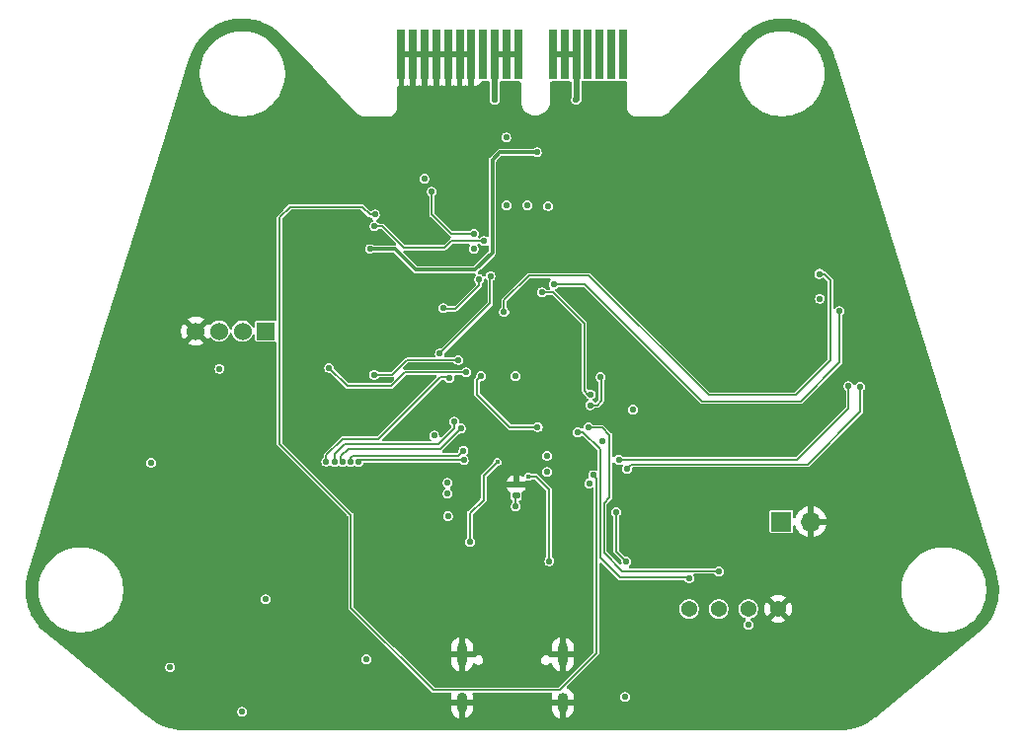
<source format=gbr>
%TF.GenerationSoftware,KiCad,Pcbnew,9.0.0*%
%TF.CreationDate,2025-07-19T13:55:26-04:00*%
%TF.ProjectId,status,73746174-7573-42e6-9b69-6361645f7063,rev?*%
%TF.SameCoordinates,Original*%
%TF.FileFunction,Copper,L4,Bot*%
%TF.FilePolarity,Positive*%
%FSLAX46Y46*%
G04 Gerber Fmt 4.6, Leading zero omitted, Abs format (unit mm)*
G04 Created by KiCad (PCBNEW 9.0.0) date 2025-07-19 13:55:26*
%MOMM*%
%LPD*%
G01*
G04 APERTURE LIST*
G04 Aperture macros list*
%AMRoundRect*
0 Rectangle with rounded corners*
0 $1 Rounding radius*
0 $2 $3 $4 $5 $6 $7 $8 $9 X,Y pos of 4 corners*
0 Add a 4 corners polygon primitive as box body*
4,1,4,$2,$3,$4,$5,$6,$7,$8,$9,$2,$3,0*
0 Add four circle primitives for the rounded corners*
1,1,$1+$1,$2,$3*
1,1,$1+$1,$4,$5*
1,1,$1+$1,$6,$7*
1,1,$1+$1,$8,$9*
0 Add four rect primitives between the rounded corners*
20,1,$1+$1,$2,$3,$4,$5,0*
20,1,$1+$1,$4,$5,$6,$7,0*
20,1,$1+$1,$6,$7,$8,$9,0*
20,1,$1+$1,$8,$9,$2,$3,0*%
G04 Aperture macros list end*
%TA.AperFunction,ComponentPad*%
%ADD10O,0.900000X1.700000*%
%TD*%
%TA.AperFunction,ComponentPad*%
%ADD11O,0.900000X2.000000*%
%TD*%
%TA.AperFunction,ComponentPad*%
%ADD12C,1.371600*%
%TD*%
%TA.AperFunction,ComponentPad*%
%ADD13R,1.524000X1.524000*%
%TD*%
%TA.AperFunction,ComponentPad*%
%ADD14C,1.524000*%
%TD*%
%TA.AperFunction,ComponentPad*%
%ADD15R,1.700000X1.700000*%
%TD*%
%TA.AperFunction,ComponentPad*%
%ADD16O,1.700000X1.700000*%
%TD*%
%TA.AperFunction,ConnectorPad*%
%ADD17R,0.700000X4.300000*%
%TD*%
%TA.AperFunction,SMDPad,CuDef*%
%ADD18RoundRect,0.140000X-0.170000X0.140000X-0.170000X-0.140000X0.170000X-0.140000X0.170000X0.140000X0*%
%TD*%
%TA.AperFunction,ViaPad*%
%ADD19C,0.400000*%
%TD*%
%TA.AperFunction,ViaPad*%
%ADD20C,0.550000*%
%TD*%
%TA.AperFunction,Conductor*%
%ADD21C,0.200000*%
%TD*%
%TA.AperFunction,Conductor*%
%ADD22C,0.150000*%
%TD*%
%TA.AperFunction,Conductor*%
%ADD23C,0.540000*%
%TD*%
%TA.AperFunction,Conductor*%
%ADD24C,0.500000*%
%TD*%
%TA.AperFunction,Conductor*%
%ADD25C,0.304800*%
%TD*%
G04 APERTURE END LIST*
D10*
%TO.P,J6,S1,SHIELD*%
%TO.N,GND*%
X150740000Y-119780000D03*
D11*
X150740000Y-115610000D03*
D10*
X142100000Y-119780000D03*
D11*
X142100000Y-115610000D03*
%TD*%
D12*
%TO.P,J2,1,1*%
%TO.N,/SDA*%
X161590000Y-111710500D03*
%TO.P,J2,2,2*%
%TO.N,/SCL*%
X164130000Y-111710500D03*
%TO.P,J2,3,3*%
%TO.N,+3.3V*%
X166670000Y-111710500D03*
%TO.P,J2,4,4*%
%TO.N,GND*%
X169210000Y-111710500D03*
%TD*%
D13*
%TO.P,J3,1,Pin_1*%
%TO.N,/SWCLK*%
X125290000Y-87870000D03*
D14*
%TO.P,J3,2,Pin_2*%
%TO.N,/SWD*%
X123290000Y-87870000D03*
%TO.P,J3,3,Pin_3*%
%TO.N,+3.3V*%
X121290000Y-87870000D03*
%TO.P,J3,4,Pin_4*%
%TO.N,GND*%
X119290000Y-87870000D03*
%TD*%
D15*
%TO.P,J7,1,Pin_1*%
%TO.N,/~{USB_BOOT_S}*%
X169490000Y-104225000D03*
D16*
%TO.P,J7,2,Pin_2*%
%TO.N,GND*%
X172030000Y-104225000D03*
%TD*%
D17*
%TO.P,J1,B1,+12V*%
%TO.N,GND*%
X136913000Y-64138595D03*
%TO.P,J1,B2,+12V*%
X137913000Y-64138595D03*
%TO.P,J1,B3,+12V*%
X138913000Y-64138595D03*
%TO.P,J1,B4,GND*%
X139913000Y-64138595D03*
%TO.P,J1,B5,SMCLK*%
X140913000Y-64138595D03*
%TO.P,J1,B6,SMDAT*%
X141913000Y-64138595D03*
%TO.P,J1,B7,GND*%
X142913000Y-64138595D03*
%TO.P,J1,B8,+3.3V*%
%TO.N,unconnected-(J1-+3.3V-PadB8)*%
X143913000Y-64138595D03*
%TO.P,J1,B9,JTAG1*%
%TO.N,+3.3V*%
X144913000Y-64138595D03*
%TO.P,J1,B10,3.3Vaux*%
X145913000Y-64138595D03*
%TO.P,J1,B11,~{WAKE}*%
X146913000Y-64138595D03*
%TO.P,J1,B12,RSVD*%
%TO.N,+5V*%
X149913000Y-64138595D03*
%TO.P,J1,B13,GND*%
X150913000Y-64138595D03*
%TO.P,J1,B14,PETp0*%
X151913000Y-64138595D03*
%TO.P,J1,B15,PETn0*%
%TO.N,unconnected-(J1-PETn0-PadB15)*%
X152913000Y-64138595D03*
%TO.P,J1,B16,GND*%
%TO.N,unconnected-(J1-GND-PadB16)*%
X153913000Y-64138595D03*
%TO.P,J1,B17,~{PRSNT2}*%
%TO.N,unconnected-(J1-~{PRSNT2}-PadB17)*%
X154913000Y-64138595D03*
%TO.P,J1,B18,GND*%
%TO.N,unconnected-(J1-GND-PadB18)*%
X155913000Y-64138595D03*
%TD*%
D18*
%TO.P,C11,1*%
%TO.N,GND*%
X146750000Y-101020000D03*
%TO.P,C11,2*%
%TO.N,+3.3V*%
X146750000Y-101980000D03*
%TD*%
D19*
%TO.N,+1V1*%
X145150000Y-99100000D03*
D20*
X143750000Y-91725000D03*
D19*
X147800000Y-100350000D03*
D20*
X149600000Y-107600000D03*
X148600000Y-96100000D03*
X142800000Y-105950000D03*
%TO.N,/CS_SD*%
X172740000Y-82960000D03*
X145719800Y-86233000D03*
%TO.N,GND*%
X154305000Y-121285000D03*
X149860000Y-121285000D03*
X167640000Y-106680000D03*
X159385000Y-121285000D03*
X149860000Y-111760000D03*
X136775000Y-104925000D03*
X140106400Y-81281600D03*
X143510000Y-121285000D03*
X177800000Y-111760000D03*
X115620800Y-82016600D03*
X152857200Y-117271800D03*
X163372800Y-100634800D03*
X138912600Y-81281600D03*
X173990000Y-121285000D03*
X152298400Y-98069400D03*
X176809400Y-98399600D03*
X177800000Y-119380000D03*
X134620000Y-76200000D03*
X176606200Y-74472800D03*
X123175000Y-118275000D03*
X180187600Y-100685600D03*
X152247600Y-107899200D03*
X154127200Y-78994000D03*
X142240000Y-111760000D03*
X172500000Y-112375000D03*
X148183600Y-86487000D03*
X138912600Y-80168500D03*
X124460000Y-96520000D03*
X120000000Y-89740000D03*
X175260000Y-71120000D03*
X119380000Y-106680000D03*
X151460200Y-93395800D03*
X129540000Y-71120000D03*
X116840000Y-96520000D03*
X124950000Y-107400000D03*
X108991400Y-102793800D03*
X177175000Y-102725000D03*
X137718800Y-80214800D03*
X173863000Y-111963200D03*
X156850000Y-77325000D03*
X137625000Y-107525000D03*
X174250000Y-117550000D03*
X127000000Y-76200000D03*
X131572000Y-88925400D03*
X160020000Y-116840000D03*
X138725000Y-104950000D03*
X134924800Y-95224600D03*
X132825000Y-79825000D03*
X132025000Y-95200000D03*
X150672800Y-90855800D03*
X147320000Y-106680000D03*
X134620000Y-101600000D03*
X106680000Y-106680000D03*
X180340000Y-96520000D03*
X129540000Y-96520000D03*
X159425000Y-78175000D03*
X165150000Y-105050000D03*
X163372800Y-97180400D03*
X147130000Y-98302500D03*
X137160000Y-71120000D03*
X146100000Y-98310000D03*
X165912800Y-116560600D03*
X111760000Y-116840000D03*
X156743400Y-83083400D03*
X166624000Y-102006400D03*
X117475000Y-121285000D03*
X133400000Y-120250000D03*
X135229600Y-88646000D03*
X146685000Y-119380000D03*
X147120000Y-99400000D03*
X148500000Y-93850000D03*
X136779000Y-117246400D03*
X148240000Y-97280000D03*
X183515000Y-114300000D03*
X152070000Y-94900000D03*
X137160000Y-86360000D03*
X114300000Y-111760000D03*
X180340000Y-91440000D03*
X157480000Y-119380000D03*
X186055000Y-106045000D03*
X173800000Y-92975000D03*
X114300000Y-86360000D03*
X161442400Y-103581200D03*
X138912600Y-79148000D03*
X124460000Y-111760000D03*
X141605000Y-71120000D03*
X146150000Y-97250000D03*
X132080000Y-106680000D03*
X143560800Y-77241400D03*
X155900000Y-90700000D03*
X160020000Y-71120000D03*
X165775000Y-79025000D03*
X137236200Y-120954800D03*
X159969200Y-103581200D03*
X123825000Y-71120000D03*
X180340000Y-116840000D03*
X114300000Y-101600000D03*
X123610000Y-91940000D03*
X142240000Y-86360000D03*
X146925000Y-75250000D03*
X182880000Y-101600000D03*
X172720000Y-106680000D03*
X140106400Y-80164000D03*
X148220000Y-98330000D03*
X168275000Y-71120000D03*
X142722600Y-100253800D03*
X158699200Y-103530400D03*
X121175000Y-104025000D03*
X125755400Y-99745800D03*
X132525000Y-74025000D03*
X144780000Y-116840000D03*
X152400000Y-71120000D03*
X143700000Y-87925000D03*
X148894800Y-92735400D03*
X111760000Y-106680000D03*
X165735000Y-121285000D03*
X134518400Y-79908400D03*
X147190000Y-97250000D03*
X144780000Y-71120000D03*
X148184937Y-99398109D03*
X132080000Y-111760000D03*
X111760000Y-96520000D03*
X142595600Y-74472800D03*
X137718800Y-81281600D03*
X154940000Y-111760000D03*
X162560000Y-76200000D03*
X130575000Y-114675000D03*
X170180000Y-76200000D03*
X140106400Y-79148000D03*
X180340000Y-106680000D03*
X119380000Y-116840000D03*
X146110000Y-99420000D03*
X165750000Y-76000000D03*
X167640000Y-96520000D03*
X172135800Y-95681800D03*
X111760000Y-91440000D03*
X157327600Y-74701400D03*
X137718800Y-79148000D03*
X123150000Y-77000000D03*
X118110000Y-71120000D03*
X164287200Y-73736200D03*
X147350000Y-81900000D03*
X148590000Y-71120000D03*
X119380000Y-76200000D03*
%TO.N,/MOSI*%
X156260800Y-99669600D03*
X176260000Y-92620000D03*
%TO.N,/MISO*%
X153136600Y-93294200D03*
X175250000Y-92600000D03*
X155549600Y-98907600D03*
X148945600Y-84556600D03*
%TO.N,/SCK*%
X149987000Y-83845400D03*
X143586200Y-83413600D03*
X140487400Y-85902800D03*
X174500000Y-86150000D03*
%TO.N,/SWCLK*%
X142494000Y-91414600D03*
X130710000Y-91020000D03*
%TO.N,/STBY*%
X134645400Y-77876400D03*
X153345000Y-100228400D03*
%TO.N,+3.3V*%
X149400000Y-98550000D03*
X140881400Y-101815600D03*
X143103600Y-80822800D03*
X166670000Y-113055000D03*
X125272800Y-110896400D03*
X153009600Y-100939600D03*
X121320000Y-91090000D03*
X147726400Y-77076300D03*
X133908800Y-116027200D03*
X172790000Y-85080000D03*
X145897600Y-71272400D03*
X149504400Y-77127100D03*
X123275000Y-120525000D03*
X117100000Y-116730000D03*
X115440000Y-99150000D03*
X139730000Y-96840000D03*
X140878800Y-100898600D03*
X156100000Y-119270000D03*
X149400000Y-99950000D03*
X138887200Y-74777600D03*
X154178000Y-97282000D03*
X146725000Y-102900000D03*
X144913000Y-68017000D03*
X146685000Y-91719400D03*
X145923000Y-77089000D03*
X140900000Y-103750000D03*
X156768800Y-94589600D03*
%TO.N,/TX*%
X144018000Y-80162400D03*
X134620000Y-78867000D03*
%TO.N,/RESET*%
X153098500Y-94221300D03*
X154000200Y-91795600D03*
%TO.N,+5V*%
X148539200Y-72542400D03*
X151900000Y-68017000D03*
X134210800Y-80820000D03*
%TO.N,/RX*%
X139522200Y-75920600D03*
X143129000Y-79502000D03*
%TO.N,/CS*%
X144551400Y-83134200D03*
X140208000Y-89814400D03*
%TO.N,/SCL*%
X164150000Y-108500000D03*
X152933400Y-96139000D03*
%TO.N,/SDA*%
X161590000Y-109056800D03*
X152044400Y-96545400D03*
%TO.N,/~{USB_BOOT_S}*%
X156210000Y-107645200D03*
X155320000Y-103380000D03*
%TO.N,/SWD*%
X134575000Y-91600000D03*
X141808200Y-90347800D03*
%TO.N,/Push_Left*%
X131175850Y-99085400D03*
X141452600Y-95656400D03*
%TO.N,/Push_Down*%
X142240000Y-98120200D03*
X132562600Y-99110800D03*
%TO.N,/Push_Right*%
X142265400Y-98958400D03*
X133223000Y-99110800D03*
%TO.N,/Push_Up*%
X142011400Y-96215200D03*
X131876800Y-99085400D03*
%TO.N,/RUN*%
X130479800Y-99060000D03*
X141039400Y-91897200D03*
%TD*%
D21*
%TO.N,+1V1*%
X149600000Y-107600000D02*
X149600000Y-101500000D01*
X146200000Y-96100000D02*
X148600000Y-96100000D01*
X143950000Y-102350000D02*
X143950000Y-100300000D01*
X149600000Y-101500000D02*
X148450000Y-100350000D01*
D22*
X147850000Y-100300000D02*
X147990772Y-100300000D01*
D21*
X145950000Y-95850000D02*
X146200000Y-96100000D01*
X142800000Y-105950000D02*
X142800000Y-103500000D01*
X143400000Y-92075000D02*
X143400000Y-93300000D01*
X148450000Y-100350000D02*
X147800000Y-100350000D01*
X147800000Y-100350000D02*
X147850000Y-100300000D01*
X143400000Y-93300000D02*
X145950000Y-95850000D01*
X142800000Y-103500000D02*
X143950000Y-102350000D01*
X143950000Y-100300000D02*
X145150000Y-99100000D01*
X143400000Y-92075000D02*
X143750000Y-91725000D01*
D22*
%TO.N,/CS_SD*%
X170750000Y-93350000D02*
X173700000Y-90400000D01*
X173160000Y-82960000D02*
X172740000Y-82960000D01*
X145719800Y-86233000D02*
X145719800Y-85242400D01*
X163250000Y-93350000D02*
X170750000Y-93350000D01*
X153000000Y-83100000D02*
X163250000Y-93350000D01*
X173700000Y-83500000D02*
X173160000Y-82960000D01*
X145719800Y-85242400D02*
X147862200Y-83100000D01*
X173700000Y-90400000D02*
X173700000Y-83500000D01*
X147862200Y-83100000D02*
X153000000Y-83100000D01*
%TO.N,GND*%
X146730000Y-100900000D02*
X146750000Y-100880000D01*
D21*
X146735800Y-100894200D02*
X146750000Y-100880000D01*
D22*
%TO.N,/MOSI*%
X176275000Y-94743000D02*
X176275000Y-92635000D01*
X171715500Y-99302500D02*
X176275000Y-94743000D01*
X176275000Y-92635000D02*
X176260000Y-92620000D01*
X156260800Y-99669600D02*
X156627900Y-99302500D01*
X156627900Y-99302500D02*
X171715500Y-99302500D01*
%TO.N,/MISO*%
X152603200Y-92989400D02*
X152908000Y-93294200D01*
X175250000Y-94521745D02*
X170864145Y-98907600D01*
X170864145Y-98907600D02*
X155549600Y-98907600D01*
X175250000Y-92600000D02*
X175250000Y-94521745D01*
X175250000Y-92600000D02*
X175275000Y-92575000D01*
X148945600Y-84556600D02*
X149936200Y-84556600D01*
X149936200Y-84556600D02*
X152603200Y-87223600D01*
X152603200Y-87223600D02*
X152603200Y-92989400D01*
X152908000Y-93294200D02*
X153136600Y-93294200D01*
%TO.N,/SCK*%
X162700000Y-93900000D02*
X152645400Y-83845400D01*
X174500000Y-90550000D02*
X171150000Y-93900000D01*
X171150000Y-93900000D02*
X162700000Y-93900000D01*
X143586200Y-83921600D02*
X141554200Y-85953600D01*
X140538200Y-85953600D02*
X140487400Y-85902800D01*
X143586200Y-83413600D02*
X143586200Y-83921600D01*
X152645400Y-83845400D02*
X149987000Y-83845400D01*
X141554200Y-85953600D02*
X140538200Y-85953600D01*
X174500000Y-86150000D02*
X174500000Y-90550000D01*
%TO.N,/SWCLK*%
X132270000Y-92580000D02*
X130710000Y-91020000D01*
X142494000Y-91414600D02*
X137208513Y-91414600D01*
X137208513Y-91414600D02*
X136043113Y-92580000D01*
X136043113Y-92580000D02*
X132270000Y-92580000D01*
%TO.N,/STBY*%
X133553200Y-77216000D02*
X134213600Y-77876400D01*
X153650000Y-100533400D02*
X153650000Y-115500000D01*
X126466600Y-78130400D02*
X127381000Y-77216000D01*
X127381000Y-77216000D02*
X133553200Y-77216000D01*
X126466600Y-97536000D02*
X126466600Y-78130400D01*
X153650000Y-115500000D02*
X150475000Y-118675000D01*
X132588000Y-103657400D02*
X126466600Y-97536000D01*
X153345000Y-100228400D02*
X153650000Y-100533400D01*
X150475000Y-118675000D02*
X139680800Y-118675000D01*
X139680800Y-118675000D02*
X132588000Y-111582200D01*
X134213600Y-77876400D02*
X134645400Y-77876400D01*
X132588000Y-111582200D02*
X132588000Y-103657400D01*
%TO.N,+3.3V*%
X146725000Y-102005000D02*
X146750000Y-101980000D01*
X146725000Y-102900000D02*
X146775000Y-102850000D01*
D21*
X146725000Y-102900000D02*
X146725000Y-102005000D01*
D23*
X144913000Y-68017000D02*
X144913000Y-64138595D01*
D24*
X144913000Y-64138595D02*
X146913000Y-64138595D01*
D21*
X146725000Y-102900000D02*
X146735800Y-102889200D01*
D22*
%TO.N,/TX*%
X144018000Y-80162400D02*
X143992600Y-80137000D01*
X141198600Y-80137000D02*
X140614400Y-80721200D01*
X135305800Y-78867000D02*
X134620000Y-78867000D01*
X143992600Y-80137000D02*
X141198600Y-80137000D01*
X140614400Y-80721200D02*
X137160000Y-80721200D01*
X137160000Y-80721200D02*
X135305800Y-78867000D01*
%TO.N,/RESET*%
X154051000Y-93878400D02*
X154051000Y-91846400D01*
X153098500Y-94221300D02*
X153708100Y-94221300D01*
X153708100Y-94221300D02*
X154051000Y-93878400D01*
X154051000Y-91846400D02*
X154000200Y-91795600D01*
D25*
%TO.N,+5V*%
X145347600Y-72542400D02*
X148539200Y-72542400D01*
X138144400Y-82620000D02*
X143210000Y-82620000D01*
X143210000Y-82620000D02*
X144729200Y-81100800D01*
D23*
X151913000Y-68004000D02*
X151913000Y-64138595D01*
X151900000Y-68017000D02*
X151913000Y-68004000D01*
D25*
X144729200Y-73160800D02*
X145347600Y-72542400D01*
X134210800Y-80820000D02*
X136344400Y-80820000D01*
X136344400Y-80820000D02*
X138144400Y-82620000D01*
D24*
X149913000Y-64138595D02*
X151913000Y-64138595D01*
D25*
X144729200Y-81100800D02*
X144729200Y-73160800D01*
D22*
%TO.N,/RX*%
X139522200Y-77851000D02*
X141173200Y-79502000D01*
X141173200Y-79502000D02*
X143129000Y-79502000D01*
X139522200Y-75920600D02*
X139522200Y-77851000D01*
%TO.N,/CS*%
X140208000Y-89814400D02*
X144526000Y-85496400D01*
X144526000Y-85496400D02*
X144526000Y-83134200D01*
%TO.N,/SCL*%
X154780000Y-96790000D02*
X154129000Y-96139000D01*
X155850000Y-108450000D02*
X154279600Y-106879600D01*
X164150000Y-108500000D02*
X164100000Y-108450000D01*
X154780000Y-102120000D02*
X154780000Y-96790000D01*
X154279600Y-102620400D02*
X154780000Y-102120000D01*
X164100000Y-108450000D02*
X155850000Y-108450000D01*
X154129000Y-96139000D02*
X152933400Y-96139000D01*
X154279600Y-106879600D02*
X154279600Y-102620400D01*
%TO.N,/SDA*%
X152475400Y-96545400D02*
X152044400Y-96545400D01*
X155651200Y-109016800D02*
X153949400Y-107315000D01*
X161590000Y-109056800D02*
X161550000Y-109016800D01*
X161550000Y-109016800D02*
X155651200Y-109016800D01*
X153949400Y-98019400D02*
X152475400Y-96545400D01*
X153949400Y-107315000D02*
X153949400Y-98019400D01*
%TO.N,/~{USB_BOOT_S}*%
X155321000Y-106756200D02*
X155321000Y-103378000D01*
X156210000Y-107645200D02*
X155321000Y-106756200D01*
%TO.N,/SWD*%
X134575000Y-91600000D02*
X134575000Y-91776000D01*
X136136400Y-91600000D02*
X137388600Y-90347800D01*
X137388600Y-90347800D02*
X141808200Y-90347800D01*
X134751000Y-91600000D02*
X136136400Y-91600000D01*
%TO.N,/Push_Left*%
X131165600Y-98950780D02*
X131165600Y-98450400D01*
X132041000Y-97575000D02*
X140055000Y-97575000D01*
X131175850Y-99085400D02*
X131175850Y-98961030D01*
X131175850Y-98961030D02*
X131165600Y-98950780D01*
X140055000Y-97575000D02*
X141452600Y-96177400D01*
X131165600Y-98450400D02*
X132041000Y-97575000D01*
X141452600Y-96177400D02*
X141452600Y-95656400D01*
%TO.N,/Push_Down*%
X132562600Y-98729800D02*
X132742400Y-98550000D01*
X132742400Y-98550000D02*
X141810200Y-98550000D01*
X141810200Y-98550000D02*
X142240000Y-98120200D01*
X132562600Y-99110800D02*
X132562600Y-98729800D01*
%TO.N,/Push_Right*%
X142240000Y-98933000D02*
X142265400Y-98958400D01*
X133400800Y-98933000D02*
X142240000Y-98933000D01*
X133223000Y-99110800D02*
X133400800Y-98933000D01*
%TO.N,/Push_Up*%
X140251600Y-97975000D02*
X142011400Y-96215200D01*
X132352200Y-97975000D02*
X140251600Y-97975000D01*
X131724400Y-98602800D02*
X132352200Y-97975000D01*
X131858870Y-99085400D02*
X131724400Y-98950930D01*
X131724400Y-98950930D02*
X131724400Y-98602800D01*
X131876800Y-99085400D02*
X131858870Y-99085400D01*
%TO.N,/RUN*%
X131856400Y-97150000D02*
X134929800Y-97150000D01*
X130479800Y-98526600D02*
X131856400Y-97150000D01*
X140963200Y-91821000D02*
X141039400Y-91897200D01*
X134929800Y-97150000D02*
X140258800Y-91821000D01*
X130479800Y-99060000D02*
X130479800Y-98526600D01*
X140258800Y-91821000D02*
X140963200Y-91821000D01*
%TD*%
%TA.AperFunction,Conductor*%
%TO.N,GND*%
G36*
X142293039Y-118920185D02*
G01*
X142338794Y-118972989D01*
X142350000Y-119024500D01*
X142350000Y-119213011D01*
X142340060Y-119195795D01*
X142284205Y-119139940D01*
X142215796Y-119100444D01*
X142139496Y-119080000D01*
X142060504Y-119080000D01*
X141984204Y-119100444D01*
X141915795Y-119139940D01*
X141859940Y-119195795D01*
X141850000Y-119213011D01*
X141850000Y-119024500D01*
X141869685Y-118957461D01*
X141922489Y-118911706D01*
X141974000Y-118900500D01*
X142226000Y-118900500D01*
X142293039Y-118920185D01*
G37*
%TD.AperFunction*%
%TA.AperFunction,Conductor*%
G36*
X142731434Y-80382185D02*
G01*
X142777189Y-80434989D01*
X142787133Y-80504147D01*
X142766168Y-80553914D01*
X142767179Y-80554498D01*
X142707098Y-80658560D01*
X142707097Y-80658563D01*
X142678100Y-80766782D01*
X142678100Y-80878818D01*
X142707097Y-80987037D01*
X142763115Y-81084063D01*
X142842337Y-81163285D01*
X142939363Y-81219303D01*
X143047582Y-81248300D01*
X143047584Y-81248300D01*
X143159616Y-81248300D01*
X143159618Y-81248300D01*
X143267837Y-81219303D01*
X143364863Y-81163285D01*
X143444085Y-81084063D01*
X143500103Y-80987037D01*
X143529100Y-80878818D01*
X143529100Y-80766782D01*
X143500103Y-80658563D01*
X143444085Y-80561537D01*
X143444084Y-80561536D01*
X143440021Y-80554498D01*
X143441259Y-80553782D01*
X143439311Y-80548744D01*
X143430011Y-80538011D01*
X143426961Y-80516805D01*
X143419236Y-80496825D01*
X143422088Y-80482912D01*
X143420067Y-80468853D01*
X143428967Y-80449364D01*
X143433270Y-80428379D01*
X143443191Y-80418217D01*
X143449092Y-80405297D01*
X143467114Y-80393714D01*
X143482081Y-80378386D01*
X143497067Y-80374465D01*
X143507870Y-80367523D01*
X143542805Y-80362500D01*
X143570611Y-80362500D01*
X143637650Y-80382185D01*
X143671688Y-80417884D01*
X143672565Y-80417212D01*
X143677514Y-80423661D01*
X143677515Y-80423663D01*
X143756737Y-80502885D01*
X143853763Y-80558903D01*
X143961982Y-80587900D01*
X143961984Y-80587900D01*
X144074016Y-80587900D01*
X144074018Y-80587900D01*
X144182237Y-80558903D01*
X144240300Y-80525379D01*
X144308200Y-80508907D01*
X144374227Y-80531759D01*
X144417417Y-80586680D01*
X144426300Y-80632767D01*
X144426300Y-80923972D01*
X144406615Y-80991011D01*
X144389981Y-81011653D01*
X143120853Y-82280781D01*
X143059530Y-82314266D01*
X143033172Y-82317100D01*
X138321227Y-82317100D01*
X138254188Y-82297415D01*
X138233546Y-82280781D01*
X137111148Y-81158382D01*
X137100537Y-81138951D01*
X137086037Y-81122218D01*
X137084118Y-81108882D01*
X137077663Y-81097059D01*
X137079242Y-81074976D01*
X137076090Y-81053060D01*
X137081685Y-81040805D01*
X137082647Y-81027367D01*
X137095915Y-81009642D01*
X137105112Y-80989503D01*
X137116445Y-80982218D01*
X137124519Y-80971434D01*
X137145262Y-80963696D01*
X137163888Y-80951726D01*
X137185810Y-80948573D01*
X137189983Y-80947017D01*
X137198823Y-80946701D01*
X137204855Y-80946701D01*
X137204855Y-80946700D01*
X137219291Y-80946700D01*
X140555103Y-80946700D01*
X140555111Y-80946701D01*
X140569545Y-80946701D01*
X140659253Y-80946701D01*
X140659255Y-80946701D01*
X140717860Y-80922425D01*
X140742136Y-80912370D01*
X140805570Y-80848936D01*
X140805570Y-80848934D01*
X141255686Y-80398819D01*
X141317009Y-80365334D01*
X141343367Y-80362500D01*
X142664395Y-80362500D01*
X142731434Y-80382185D01*
G37*
%TD.AperFunction*%
%TA.AperFunction,Conductor*%
G36*
X169799801Y-61051108D02*
G01*
X169810500Y-61051700D01*
X170208833Y-61091101D01*
X170219446Y-61092617D01*
X170612889Y-61166309D01*
X170623316Y-61168733D01*
X171008932Y-61276171D01*
X171019094Y-61279482D01*
X171278397Y-61376577D01*
X171393957Y-61419848D01*
X171403834Y-61424042D01*
X171765143Y-61596285D01*
X171774620Y-61601317D01*
X172119687Y-61804152D01*
X172128694Y-61809985D01*
X172454941Y-62041900D01*
X172463394Y-62048478D01*
X172698207Y-62248087D01*
X172768368Y-62307729D01*
X172776231Y-62315022D01*
X172812992Y-62352205D01*
X173057649Y-62599670D01*
X173064856Y-62607621D01*
X173320596Y-62915516D01*
X173327089Y-62924059D01*
X173555262Y-63252924D01*
X173560992Y-63261997D01*
X173759881Y-63609363D01*
X173764804Y-63618897D01*
X173932672Y-63981630D01*
X173932910Y-63982143D01*
X173936990Y-63992064D01*
X174054941Y-64318355D01*
X174073616Y-64370014D01*
X174075291Y-64374973D01*
X174089075Y-64418973D01*
X174089146Y-64419073D01*
X174092074Y-64428393D01*
X174092074Y-64428414D01*
X174092103Y-64428486D01*
X187928437Y-108593789D01*
X187928565Y-108594345D01*
X187944808Y-108646191D01*
X187946273Y-108651241D01*
X188048229Y-109032673D01*
X188050511Y-109042937D01*
X188119325Y-109429041D01*
X188120730Y-109439461D01*
X188156590Y-109830029D01*
X188157106Y-109840530D01*
X188159749Y-110232712D01*
X188159374Y-110243220D01*
X188128783Y-110634223D01*
X188127521Y-110644646D01*
X188063912Y-111031678D01*
X188061773Y-111041952D01*
X187965609Y-111422184D01*
X187962601Y-111432259D01*
X187834577Y-111802963D01*
X187830727Y-111812747D01*
X187671749Y-112171294D01*
X187667083Y-112180716D01*
X187478315Y-112524483D01*
X187472868Y-112533477D01*
X187255647Y-112860030D01*
X187249458Y-112868529D01*
X187005359Y-113175499D01*
X186998472Y-113183444D01*
X186729244Y-113468632D01*
X186721709Y-113475965D01*
X186427445Y-113738968D01*
X186423470Y-113742372D01*
X186419658Y-113745500D01*
X186419639Y-113745515D01*
X186388554Y-113771012D01*
X186388554Y-113771013D01*
X177670819Y-120921503D01*
X177560456Y-121012025D01*
X177560454Y-121012026D01*
X177525721Y-121040514D01*
X177521536Y-121043799D01*
X177201876Y-121283804D01*
X177193097Y-121289824D01*
X176856302Y-121500112D01*
X176847039Y-121505357D01*
X176493448Y-121685985D01*
X176483770Y-121690416D01*
X176115992Y-121840053D01*
X176105969Y-121843638D01*
X175726712Y-121961182D01*
X175716419Y-121963894D01*
X175328474Y-122048479D01*
X175317986Y-122050298D01*
X174924222Y-122101299D01*
X174913617Y-122102212D01*
X174527520Y-122118800D01*
X174514443Y-122119362D01*
X174509122Y-122119476D01*
X118371621Y-122119476D01*
X118361625Y-122119475D01*
X118361623Y-122119475D01*
X118340764Y-122119475D01*
X118316692Y-122119475D01*
X118316691Y-122119474D01*
X118311373Y-122119361D01*
X117912017Y-122102207D01*
X117901411Y-122101294D01*
X117507649Y-122050296D01*
X117497162Y-122048477D01*
X117109219Y-121963896D01*
X117098925Y-121961184D01*
X116719669Y-121843644D01*
X116709646Y-121840059D01*
X116341878Y-121690429D01*
X116332200Y-121685999D01*
X115978600Y-121505370D01*
X115969337Y-121500125D01*
X115632542Y-121289842D01*
X115623763Y-121283822D01*
X115304666Y-121044245D01*
X115300478Y-121040958D01*
X114710117Y-120556730D01*
X114603136Y-120468982D01*
X122849500Y-120468982D01*
X122849500Y-120581018D01*
X122878497Y-120689237D01*
X122934515Y-120786263D01*
X123013737Y-120865485D01*
X123110763Y-120921503D01*
X123218982Y-120950500D01*
X123218984Y-120950500D01*
X123331016Y-120950500D01*
X123331018Y-120950500D01*
X123439237Y-120921503D01*
X123536263Y-120865485D01*
X123615485Y-120786263D01*
X123671503Y-120689237D01*
X123700500Y-120581018D01*
X123700500Y-120468982D01*
X123671503Y-120360763D01*
X123615485Y-120263737D01*
X123536263Y-120184515D01*
X123439237Y-120128497D01*
X123331018Y-120099500D01*
X123218982Y-120099500D01*
X123110763Y-120128497D01*
X123110760Y-120128498D01*
X123013740Y-120184513D01*
X123013734Y-120184517D01*
X122934517Y-120263734D01*
X122934513Y-120263740D01*
X122878498Y-120360760D01*
X122878497Y-120360763D01*
X122849500Y-120468982D01*
X114603136Y-120468982D01*
X110083328Y-116761730D01*
X109976347Y-116673982D01*
X116674500Y-116673982D01*
X116674500Y-116786017D01*
X116703497Y-116894236D01*
X116703498Y-116894239D01*
X116705619Y-116897913D01*
X116759515Y-116991263D01*
X116838737Y-117070485D01*
X116935763Y-117126503D01*
X117043982Y-117155500D01*
X117043984Y-117155500D01*
X117156016Y-117155500D01*
X117156018Y-117155500D01*
X117264237Y-117126503D01*
X117361263Y-117070485D01*
X117440485Y-116991263D01*
X117496503Y-116894237D01*
X117525500Y-116786018D01*
X117525500Y-116673982D01*
X117496503Y-116565763D01*
X117440485Y-116468737D01*
X117361263Y-116389515D01*
X117282784Y-116344205D01*
X117264239Y-116333498D01*
X117264238Y-116333497D01*
X117264237Y-116333497D01*
X117156018Y-116304500D01*
X117043982Y-116304500D01*
X116935763Y-116333497D01*
X116935760Y-116333498D01*
X116838740Y-116389513D01*
X116838734Y-116389517D01*
X116759517Y-116468734D01*
X116759513Y-116468740D01*
X116703498Y-116565760D01*
X116703497Y-116565763D01*
X116674500Y-116673982D01*
X109976347Y-116673982D01*
X109226488Y-116058930D01*
X109119507Y-115971182D01*
X133483300Y-115971182D01*
X133483300Y-116083218D01*
X133512297Y-116191437D01*
X133568315Y-116288463D01*
X133647537Y-116367685D01*
X133744563Y-116423703D01*
X133852782Y-116452700D01*
X133852784Y-116452700D01*
X133964816Y-116452700D01*
X133964818Y-116452700D01*
X134073037Y-116423703D01*
X134170063Y-116367685D01*
X134249285Y-116288463D01*
X134305303Y-116191437D01*
X134334300Y-116083218D01*
X134334300Y-115971182D01*
X134305303Y-115862963D01*
X134249285Y-115765937D01*
X134170063Y-115686715D01*
X134073037Y-115630697D01*
X133964818Y-115601700D01*
X133852782Y-115601700D01*
X133744563Y-115630697D01*
X133744560Y-115630698D01*
X133647540Y-115686713D01*
X133647534Y-115686717D01*
X133568317Y-115765934D01*
X133568313Y-115765940D01*
X133512298Y-115862960D01*
X133512297Y-115862963D01*
X133483300Y-115971182D01*
X109119507Y-115971182D01*
X107270284Y-114454406D01*
X106447248Y-113779332D01*
X106437103Y-113771011D01*
X106430147Y-113765305D01*
X106402396Y-113742543D01*
X106398413Y-113739133D01*
X106104778Y-113476754D01*
X106097262Y-113469444D01*
X105828665Y-113185126D01*
X105821793Y-113177206D01*
X105777823Y-113121978D01*
X105679902Y-112998984D01*
X105578184Y-112871221D01*
X105572006Y-112862750D01*
X105509566Y-112769050D01*
X105355102Y-112537257D01*
X105349672Y-112528310D01*
X105161053Y-112185674D01*
X105156389Y-112176284D01*
X105125402Y-112106642D01*
X104997375Y-111818905D01*
X104993539Y-111809196D01*
X104865292Y-111439680D01*
X104862277Y-111429640D01*
X104843756Y-111356946D01*
X104765706Y-111050610D01*
X104763557Y-111040387D01*
X104699348Y-110654530D01*
X104698070Y-110644157D01*
X104666689Y-110254277D01*
X104666291Y-110243809D01*
X104666316Y-110237974D01*
X104667804Y-109889257D01*
X105761855Y-109889257D01*
X105761855Y-109897608D01*
X105761855Y-110247933D01*
X105762481Y-110254286D01*
X105797010Y-110604870D01*
X105797013Y-110604887D01*
X105866980Y-110956643D01*
X105866983Y-110956654D01*
X105971104Y-111299895D01*
X106038992Y-111463791D01*
X106107064Y-111628132D01*
X106108364Y-111631269D01*
X106108366Y-111631274D01*
X106277434Y-111947578D01*
X106277451Y-111947606D01*
X106476697Y-112245800D01*
X106476714Y-112245823D01*
X106704255Y-112523082D01*
X106957867Y-112776694D01*
X106957872Y-112776698D01*
X106957873Y-112776699D01*
X107235132Y-113004240D01*
X107235139Y-113004245D01*
X107235149Y-113004252D01*
X107533343Y-113203498D01*
X107533348Y-113203501D01*
X107533360Y-113203509D01*
X107533369Y-113203513D01*
X107533371Y-113203515D01*
X107849675Y-113372583D01*
X107849677Y-113372583D01*
X107849683Y-113372587D01*
X108181056Y-113509846D01*
X108524286Y-113613964D01*
X108524292Y-113613965D01*
X108524295Y-113613966D01*
X108524306Y-113613969D01*
X108744887Y-113657844D01*
X108876069Y-113683938D01*
X109233017Y-113719095D01*
X109233020Y-113719095D01*
X109591690Y-113719095D01*
X109591693Y-113719095D01*
X109948641Y-113683938D01*
X110122764Y-113649302D01*
X110300403Y-113613969D01*
X110300414Y-113613966D01*
X110300414Y-113613965D01*
X110300424Y-113613964D01*
X110643654Y-113509846D01*
X110975027Y-113372587D01*
X111291350Y-113203509D01*
X111589578Y-113004240D01*
X111866837Y-112776699D01*
X112120459Y-112523077D01*
X112348000Y-112245818D01*
X112547269Y-111947590D01*
X112716347Y-111631267D01*
X112853606Y-111299894D01*
X112957724Y-110956664D01*
X112957726Y-110956654D01*
X112957729Y-110956643D01*
X112980855Y-110840382D01*
X124847300Y-110840382D01*
X124847300Y-110952418D01*
X124873616Y-111050629D01*
X124876297Y-111060636D01*
X124876298Y-111060639D01*
X124876451Y-111060904D01*
X124932315Y-111157663D01*
X125011537Y-111236885D01*
X125108563Y-111292903D01*
X125216782Y-111321900D01*
X125216784Y-111321900D01*
X125328816Y-111321900D01*
X125328818Y-111321900D01*
X125437037Y-111292903D01*
X125534063Y-111236885D01*
X125613285Y-111157663D01*
X125669303Y-111060637D01*
X125698300Y-110952418D01*
X125698300Y-110840382D01*
X125669303Y-110732163D01*
X125613285Y-110635137D01*
X125534063Y-110555915D01*
X125437037Y-110499897D01*
X125328818Y-110470900D01*
X125216782Y-110470900D01*
X125108563Y-110499897D01*
X125108560Y-110499898D01*
X125011540Y-110555913D01*
X125011534Y-110555917D01*
X124932317Y-110635134D01*
X124932313Y-110635140D01*
X124876298Y-110732160D01*
X124876297Y-110732163D01*
X124847300Y-110840382D01*
X112980855Y-110840382D01*
X112987283Y-110808064D01*
X113017819Y-110654546D01*
X113027698Y-110604881D01*
X113062855Y-110247933D01*
X113062855Y-109889257D01*
X113027698Y-109532309D01*
X113000839Y-109397282D01*
X112957729Y-109180546D01*
X112957726Y-109180535D01*
X112957725Y-109180532D01*
X112957724Y-109180526D01*
X112853606Y-108837296D01*
X112716347Y-108505923D01*
X112709559Y-108493224D01*
X112547275Y-108189611D01*
X112547273Y-108189609D01*
X112547269Y-108189600D01*
X112546321Y-108188181D01*
X112348012Y-107891389D01*
X112348005Y-107891379D01*
X112348000Y-107891372D01*
X112120459Y-107614113D01*
X112120458Y-107614112D01*
X112120454Y-107614107D01*
X111866842Y-107360495D01*
X111589583Y-107132954D01*
X111589560Y-107132937D01*
X111291366Y-106933691D01*
X111291338Y-106933674D01*
X110975034Y-106764606D01*
X110975029Y-106764604D01*
X110966789Y-106761191D01*
X110846451Y-106711345D01*
X110643655Y-106627344D01*
X110300414Y-106523223D01*
X110300403Y-106523220D01*
X109948647Y-106453253D01*
X109948630Y-106453250D01*
X109678706Y-106426665D01*
X109591693Y-106418095D01*
X109233017Y-106418095D01*
X109152542Y-106426021D01*
X108876079Y-106453250D01*
X108876062Y-106453253D01*
X108524306Y-106523220D01*
X108524295Y-106523223D01*
X108181054Y-106627344D01*
X107849680Y-106764604D01*
X107849675Y-106764606D01*
X107533371Y-106933674D01*
X107533343Y-106933691D01*
X107235149Y-107132937D01*
X107235126Y-107132954D01*
X106957867Y-107360495D01*
X106704255Y-107614107D01*
X106476714Y-107891366D01*
X106476697Y-107891389D01*
X106277451Y-108189583D01*
X106277434Y-108189611D01*
X106108366Y-108505915D01*
X106108364Y-108505920D01*
X105971104Y-108837294D01*
X105866983Y-109180535D01*
X105866980Y-109180546D01*
X105797013Y-109532302D01*
X105797010Y-109532319D01*
X105769781Y-109808782D01*
X105761855Y-109889257D01*
X104667804Y-109889257D01*
X104667960Y-109852669D01*
X104668447Y-109842226D01*
X104703155Y-109452623D01*
X104704525Y-109442237D01*
X104772024Y-109056956D01*
X104774260Y-109046752D01*
X104874511Y-108666863D01*
X104876073Y-108661449D01*
X104880069Y-108648695D01*
X107873419Y-99093982D01*
X115014500Y-99093982D01*
X115014500Y-99206018D01*
X115042611Y-99310928D01*
X115043497Y-99314236D01*
X115043498Y-99314239D01*
X115062169Y-99346579D01*
X115099515Y-99411263D01*
X115178737Y-99490485D01*
X115275763Y-99546503D01*
X115383982Y-99575500D01*
X115383984Y-99575500D01*
X115496016Y-99575500D01*
X115496018Y-99575500D01*
X115604237Y-99546503D01*
X115701263Y-99490485D01*
X115780485Y-99411263D01*
X115836503Y-99314237D01*
X115865500Y-99206018D01*
X115865500Y-99093982D01*
X115836503Y-98985763D01*
X115780485Y-98888737D01*
X115701263Y-98809515D01*
X115604237Y-98753497D01*
X115496018Y-98724500D01*
X115383982Y-98724500D01*
X115275763Y-98753497D01*
X115275760Y-98753498D01*
X115178740Y-98809513D01*
X115178734Y-98809517D01*
X115099517Y-98888734D01*
X115099513Y-98888740D01*
X115043498Y-98985760D01*
X115043497Y-98985763D01*
X115014500Y-99093982D01*
X107873419Y-99093982D01*
X110398497Y-91033982D01*
X120894500Y-91033982D01*
X120894500Y-91146018D01*
X120923497Y-91254237D01*
X120979515Y-91351263D01*
X121058737Y-91430485D01*
X121155763Y-91486503D01*
X121263982Y-91515500D01*
X121263984Y-91515500D01*
X121376016Y-91515500D01*
X121376018Y-91515500D01*
X121484237Y-91486503D01*
X121581263Y-91430485D01*
X121660485Y-91351263D01*
X121716503Y-91254237D01*
X121745500Y-91146018D01*
X121745500Y-91033982D01*
X121716503Y-90925763D01*
X121660485Y-90828737D01*
X121581263Y-90749515D01*
X121484237Y-90693497D01*
X121376018Y-90664500D01*
X121263982Y-90664500D01*
X121155763Y-90693497D01*
X121155760Y-90693498D01*
X121058740Y-90749513D01*
X121058734Y-90749517D01*
X120979517Y-90828734D01*
X120979513Y-90828740D01*
X120923498Y-90925760D01*
X120923497Y-90925763D01*
X120894500Y-91033982D01*
X110398497Y-91033982D01*
X111420842Y-87770678D01*
X118028000Y-87770678D01*
X118028000Y-87969321D01*
X118059075Y-88165520D01*
X118059075Y-88165523D01*
X118120457Y-88354437D01*
X118210641Y-88531432D01*
X118237730Y-88568715D01*
X118237731Y-88568716D01*
X118909000Y-87897447D01*
X118909000Y-87920160D01*
X118934964Y-88017061D01*
X118985124Y-88103940D01*
X119056060Y-88174876D01*
X119142939Y-88225036D01*
X119239840Y-88251000D01*
X119262553Y-88251000D01*
X118591283Y-88922268D01*
X118591283Y-88922269D01*
X118628567Y-88949358D01*
X118805562Y-89039542D01*
X118994477Y-89100924D01*
X119190679Y-89132000D01*
X119389321Y-89132000D01*
X119585520Y-89100924D01*
X119585523Y-89100924D01*
X119774437Y-89039542D01*
X119951425Y-88949362D01*
X119988716Y-88922268D01*
X119317448Y-88251000D01*
X119340160Y-88251000D01*
X119437061Y-88225036D01*
X119523940Y-88174876D01*
X119594876Y-88103940D01*
X119645036Y-88017061D01*
X119671000Y-87920160D01*
X119671000Y-87897447D01*
X120342268Y-88568715D01*
X120369362Y-88531425D01*
X120390302Y-88490328D01*
X120438276Y-88439531D01*
X120506097Y-88422735D01*
X120572232Y-88445271D01*
X120588469Y-88458940D01*
X120708311Y-88578782D01*
X120708315Y-88578785D01*
X120857762Y-88678643D01*
X120857775Y-88678650D01*
X121007103Y-88740503D01*
X121023834Y-88747433D01*
X121200122Y-88782499D01*
X121200125Y-88782500D01*
X121200127Y-88782500D01*
X121379875Y-88782500D01*
X121379876Y-88782499D01*
X121556166Y-88747433D01*
X121722231Y-88678647D01*
X121871685Y-88578785D01*
X121998785Y-88451685D01*
X122098647Y-88302231D01*
X122167433Y-88136166D01*
X122168382Y-88131391D01*
X122200767Y-88069482D01*
X122261482Y-88034907D01*
X122331252Y-88038646D01*
X122387924Y-88079512D01*
X122411618Y-88131393D01*
X122412567Y-88136166D01*
X122412568Y-88136170D01*
X122481349Y-88302224D01*
X122481356Y-88302237D01*
X122581214Y-88451684D01*
X122581217Y-88451688D01*
X122708311Y-88578782D01*
X122708315Y-88578785D01*
X122857762Y-88678643D01*
X122857775Y-88678650D01*
X123007103Y-88740503D01*
X123023834Y-88747433D01*
X123200122Y-88782499D01*
X123200125Y-88782500D01*
X123200127Y-88782500D01*
X123379875Y-88782500D01*
X123379876Y-88782499D01*
X123556166Y-88747433D01*
X123722231Y-88678647D01*
X123871685Y-88578785D01*
X123998785Y-88451685D01*
X124098647Y-88302231D01*
X124119868Y-88251000D01*
X124138939Y-88204957D01*
X124182779Y-88150553D01*
X124249073Y-88128488D01*
X124316773Y-88145767D01*
X124364384Y-88196904D01*
X124377500Y-88252409D01*
X124377500Y-88646820D01*
X124377500Y-88646822D01*
X124377499Y-88646822D01*
X124386231Y-88690717D01*
X124386232Y-88690721D01*
X124386233Y-88690722D01*
X124419496Y-88740504D01*
X124469278Y-88773767D01*
X124469281Y-88773767D01*
X124469282Y-88773768D01*
X124513177Y-88782500D01*
X124513180Y-88782500D01*
X126066822Y-88782500D01*
X126092908Y-88777311D01*
X126162499Y-88783538D01*
X126217677Y-88826400D01*
X126240922Y-88892290D01*
X126241100Y-88898928D01*
X126241100Y-97491142D01*
X126241099Y-97491145D01*
X126241099Y-97580855D01*
X126257254Y-97619855D01*
X126263364Y-97634605D01*
X126275430Y-97663736D01*
X126356300Y-97744606D01*
X126356306Y-97744611D01*
X132326181Y-103714486D01*
X132359666Y-103775809D01*
X132362500Y-103802167D01*
X132362500Y-111527342D01*
X132362499Y-111527356D01*
X132362499Y-111627053D01*
X132362500Y-111627058D01*
X132386772Y-111685657D01*
X132396829Y-111709935D01*
X132396830Y-111709936D01*
X132460264Y-111773370D01*
X132460265Y-111773370D01*
X139489629Y-118802734D01*
X139489630Y-118802736D01*
X139553064Y-118866170D01*
X139570753Y-118873497D01*
X139635945Y-118900501D01*
X139635946Y-118900501D01*
X139740089Y-118900501D01*
X139740097Y-118900500D01*
X141084764Y-118900500D01*
X141151803Y-118920185D01*
X141197558Y-118972989D01*
X141207502Y-119042147D01*
X141199325Y-119071953D01*
X141186508Y-119102894D01*
X141186506Y-119102902D01*
X141150000Y-119286428D01*
X141150000Y-119530000D01*
X141800000Y-119530000D01*
X141800000Y-120030000D01*
X141150000Y-120030000D01*
X141150000Y-120273571D01*
X141186506Y-120457097D01*
X141186508Y-120457105D01*
X141258119Y-120629991D01*
X141258124Y-120630000D01*
X141362086Y-120785589D01*
X141362089Y-120785593D01*
X141494406Y-120917910D01*
X141494410Y-120917913D01*
X141649999Y-121021875D01*
X141650012Y-121021882D01*
X141822889Y-121093489D01*
X141822896Y-121093491D01*
X141850000Y-121098882D01*
X141850000Y-120346988D01*
X141859940Y-120364205D01*
X141915795Y-120420060D01*
X141984204Y-120459556D01*
X142060504Y-120480000D01*
X142139496Y-120480000D01*
X142215796Y-120459556D01*
X142284205Y-120420060D01*
X142340060Y-120364205D01*
X142350000Y-120346988D01*
X142350000Y-121098881D01*
X142377103Y-121093491D01*
X142377110Y-121093489D01*
X142549987Y-121021882D01*
X142550000Y-121021875D01*
X142705589Y-120917913D01*
X142705593Y-120917910D01*
X142837910Y-120785593D01*
X142837913Y-120785589D01*
X142941875Y-120630000D01*
X142941880Y-120629991D01*
X143013491Y-120457105D01*
X143013493Y-120457097D01*
X143049999Y-120273571D01*
X143050000Y-120273569D01*
X143050000Y-120030000D01*
X142400000Y-120030000D01*
X142400000Y-119530000D01*
X143050000Y-119530000D01*
X143050000Y-119286430D01*
X143049999Y-119286428D01*
X143013493Y-119102902D01*
X143013491Y-119102894D01*
X143000675Y-119071953D01*
X142993206Y-119002484D01*
X143024481Y-118940005D01*
X143084569Y-118904352D01*
X143115236Y-118900500D01*
X149724764Y-118900500D01*
X149791803Y-118920185D01*
X149837558Y-118972989D01*
X149847502Y-119042147D01*
X149839325Y-119071953D01*
X149826508Y-119102894D01*
X149826506Y-119102902D01*
X149790000Y-119286428D01*
X149790000Y-119530000D01*
X150440000Y-119530000D01*
X150440000Y-120030000D01*
X149790000Y-120030000D01*
X149790000Y-120273571D01*
X149826506Y-120457097D01*
X149826508Y-120457105D01*
X149898119Y-120629991D01*
X149898124Y-120630000D01*
X150002086Y-120785589D01*
X150002089Y-120785593D01*
X150134406Y-120917910D01*
X150134410Y-120917913D01*
X150289999Y-121021875D01*
X150290012Y-121021882D01*
X150462889Y-121093489D01*
X150462896Y-121093491D01*
X150490000Y-121098882D01*
X150490000Y-120346988D01*
X150499940Y-120364205D01*
X150555795Y-120420060D01*
X150624204Y-120459556D01*
X150700504Y-120480000D01*
X150779496Y-120480000D01*
X150855796Y-120459556D01*
X150924205Y-120420060D01*
X150980060Y-120364205D01*
X150990000Y-120346988D01*
X150990000Y-121098881D01*
X151017103Y-121093491D01*
X151017110Y-121093489D01*
X151189987Y-121021882D01*
X151190000Y-121021875D01*
X151345589Y-120917913D01*
X151345593Y-120917910D01*
X151477910Y-120785593D01*
X151477913Y-120785589D01*
X151581875Y-120630000D01*
X151581880Y-120629991D01*
X151653491Y-120457105D01*
X151653493Y-120457097D01*
X151689999Y-120273571D01*
X151690000Y-120273569D01*
X151690000Y-120030000D01*
X151040000Y-120030000D01*
X151040000Y-119530000D01*
X151690000Y-119530000D01*
X151690000Y-119286433D01*
X151678784Y-119230045D01*
X151678784Y-119230042D01*
X151675589Y-119213982D01*
X155674500Y-119213982D01*
X155674500Y-119326018D01*
X155703497Y-119434237D01*
X155759515Y-119531263D01*
X155838737Y-119610485D01*
X155935763Y-119666503D01*
X156043982Y-119695500D01*
X156043984Y-119695500D01*
X156156016Y-119695500D01*
X156156018Y-119695500D01*
X156264237Y-119666503D01*
X156361263Y-119610485D01*
X156440485Y-119531263D01*
X156496503Y-119434237D01*
X156525500Y-119326018D01*
X156525500Y-119213982D01*
X156496503Y-119105763D01*
X156440485Y-119008737D01*
X156361263Y-118929515D01*
X156264237Y-118873497D01*
X156156018Y-118844500D01*
X156043982Y-118844500D01*
X155935763Y-118873497D01*
X155935760Y-118873498D01*
X155838740Y-118929513D01*
X155838734Y-118929517D01*
X155759517Y-119008734D01*
X155759513Y-119008740D01*
X155703498Y-119105760D01*
X155703497Y-119105763D01*
X155674500Y-119213982D01*
X151675589Y-119213982D01*
X151653493Y-119102900D01*
X151653491Y-119102894D01*
X151581880Y-118930008D01*
X151581875Y-118929999D01*
X151477913Y-118774410D01*
X151477910Y-118774406D01*
X151345593Y-118642089D01*
X151345589Y-118642086D01*
X151190000Y-118538124D01*
X151189987Y-118538117D01*
X151178156Y-118533217D01*
X151123752Y-118489376D01*
X151101687Y-118423082D01*
X151118966Y-118355383D01*
X151137920Y-118330983D01*
X153777734Y-115691170D01*
X153777736Y-115691170D01*
X153841170Y-115627736D01*
X153851954Y-115601700D01*
X153875501Y-115544855D01*
X153875501Y-115455145D01*
X153875501Y-115445156D01*
X153875500Y-115445142D01*
X153875500Y-111792870D01*
X160753699Y-111792870D01*
X160785837Y-111954434D01*
X160785839Y-111954440D01*
X160848879Y-112106633D01*
X160848884Y-112106642D01*
X160940403Y-112243609D01*
X160940406Y-112243613D01*
X161056886Y-112360093D01*
X161056890Y-112360096D01*
X161193857Y-112451615D01*
X161193863Y-112451618D01*
X161193864Y-112451619D01*
X161346060Y-112514661D01*
X161346064Y-112514661D01*
X161346065Y-112514662D01*
X161507629Y-112546800D01*
X161507632Y-112546800D01*
X161672370Y-112546800D01*
X161791630Y-112523077D01*
X161833940Y-112514661D01*
X161986136Y-112451619D01*
X162123110Y-112360096D01*
X162239596Y-112243610D01*
X162331119Y-112106636D01*
X162394161Y-111954440D01*
X162421116Y-111818931D01*
X162426300Y-111792870D01*
X163293699Y-111792870D01*
X163325837Y-111954434D01*
X163325839Y-111954440D01*
X163388879Y-112106633D01*
X163388884Y-112106642D01*
X163480403Y-112243609D01*
X163480406Y-112243613D01*
X163596886Y-112360093D01*
X163596890Y-112360096D01*
X163733857Y-112451615D01*
X163733863Y-112451618D01*
X163733864Y-112451619D01*
X163886060Y-112514661D01*
X163886064Y-112514661D01*
X163886065Y-112514662D01*
X164047629Y-112546800D01*
X164047632Y-112546800D01*
X164212370Y-112546800D01*
X164331630Y-112523077D01*
X164373940Y-112514661D01*
X164526136Y-112451619D01*
X164663110Y-112360096D01*
X164779596Y-112243610D01*
X164871119Y-112106636D01*
X164934161Y-111954440D01*
X164961116Y-111818931D01*
X164966300Y-111792870D01*
X165833699Y-111792870D01*
X165865837Y-111954434D01*
X165865839Y-111954440D01*
X165928879Y-112106633D01*
X165928884Y-112106642D01*
X166020403Y-112243609D01*
X166020406Y-112243613D01*
X166136886Y-112360093D01*
X166136890Y-112360096D01*
X166273857Y-112451615D01*
X166273863Y-112451618D01*
X166273864Y-112451619D01*
X166385531Y-112497873D01*
X166439934Y-112541714D01*
X166461999Y-112608008D01*
X166444720Y-112675707D01*
X166413572Y-112710804D01*
X166408738Y-112714513D01*
X166329517Y-112793734D01*
X166329513Y-112793740D01*
X166273498Y-112890760D01*
X166273497Y-112890763D01*
X166244500Y-112998982D01*
X166244500Y-113111018D01*
X166273497Y-113219237D01*
X166329515Y-113316263D01*
X166408737Y-113395485D01*
X166505763Y-113451503D01*
X166613982Y-113480500D01*
X166613984Y-113480500D01*
X166726016Y-113480500D01*
X166726018Y-113480500D01*
X166834237Y-113451503D01*
X166931263Y-113395485D01*
X167010485Y-113316263D01*
X167066503Y-113219237D01*
X167095500Y-113111018D01*
X167095500Y-112998982D01*
X167066503Y-112890763D01*
X167010485Y-112793737D01*
X166931263Y-112714515D01*
X166926389Y-112711701D01*
X166916577Y-112702392D01*
X166902159Y-112677565D01*
X166885230Y-112654378D01*
X166884834Y-112647729D01*
X166881490Y-112641971D01*
X166882783Y-112613289D01*
X166881078Y-112584632D01*
X166884338Y-112578826D01*
X166884639Y-112572172D01*
X166901234Y-112548743D01*
X166915292Y-112523713D01*
X166922183Y-112519167D01*
X166925025Y-112515156D01*
X166933364Y-112511793D01*
X166954468Y-112497873D01*
X167066136Y-112451619D01*
X167203110Y-112360096D01*
X167319596Y-112243610D01*
X167411119Y-112106636D01*
X167474161Y-111954440D01*
X167501116Y-111818931D01*
X167506300Y-111792870D01*
X167506300Y-111628132D01*
X167506299Y-111628126D01*
X167504119Y-111617169D01*
X168024200Y-111617169D01*
X168024200Y-111803830D01*
X168053397Y-111988172D01*
X168111077Y-112165691D01*
X168195811Y-112331991D01*
X168212282Y-112354662D01*
X168782721Y-111784223D01*
X168807626Y-111877169D01*
X168864474Y-111975631D01*
X168944869Y-112056026D01*
X169043331Y-112112874D01*
X169136275Y-112137778D01*
X168565835Y-112708216D01*
X168588504Y-112724686D01*
X168754808Y-112809422D01*
X168932327Y-112867102D01*
X169116670Y-112896300D01*
X169303330Y-112896300D01*
X169487672Y-112867102D01*
X169665191Y-112809422D01*
X169831496Y-112724686D01*
X169854162Y-112708217D01*
X169854162Y-112708216D01*
X169283724Y-112137777D01*
X169376669Y-112112874D01*
X169475131Y-112056026D01*
X169555526Y-111975631D01*
X169612374Y-111877169D01*
X169637278Y-111784224D01*
X170207716Y-112354662D01*
X170207717Y-112354662D01*
X170224186Y-112331996D01*
X170308922Y-112165691D01*
X170366602Y-111988172D01*
X170395800Y-111803830D01*
X170395800Y-111617169D01*
X170366602Y-111432827D01*
X170308922Y-111255308D01*
X170224186Y-111089004D01*
X170207716Y-111066336D01*
X170207716Y-111066335D01*
X169637277Y-111636774D01*
X169612374Y-111543831D01*
X169555526Y-111445369D01*
X169475131Y-111364974D01*
X169376669Y-111308126D01*
X169283724Y-111283222D01*
X169854162Y-110712782D01*
X169831491Y-110696311D01*
X169665191Y-110611577D01*
X169487672Y-110553897D01*
X169303330Y-110524700D01*
X169116670Y-110524700D01*
X168932327Y-110553897D01*
X168754808Y-110611577D01*
X168588502Y-110696314D01*
X168565836Y-110712782D01*
X168565835Y-110712782D01*
X169136275Y-111283221D01*
X169043331Y-111308126D01*
X168944869Y-111364974D01*
X168864474Y-111445369D01*
X168807626Y-111543831D01*
X168782722Y-111636775D01*
X168212282Y-111066335D01*
X168212282Y-111066336D01*
X168195814Y-111089002D01*
X168111077Y-111255308D01*
X168053397Y-111432827D01*
X168024200Y-111617169D01*
X167504119Y-111617169D01*
X167474162Y-111466565D01*
X167474161Y-111466564D01*
X167474161Y-111466560D01*
X167411119Y-111314364D01*
X167411118Y-111314363D01*
X167411115Y-111314357D01*
X167319596Y-111177390D01*
X167319593Y-111177386D01*
X167203113Y-111060906D01*
X167203109Y-111060903D01*
X167066142Y-110969384D01*
X167066133Y-110969379D01*
X166913940Y-110906339D01*
X166913934Y-110906337D01*
X166789864Y-110881658D01*
X166789863Y-110881657D01*
X166752371Y-110874200D01*
X166752368Y-110874200D01*
X166587632Y-110874200D01*
X166587630Y-110874200D01*
X166426065Y-110906337D01*
X166426059Y-110906339D01*
X166273866Y-110969379D01*
X166273857Y-110969384D01*
X166136890Y-111060903D01*
X166136886Y-111060906D01*
X166020406Y-111177386D01*
X166020403Y-111177390D01*
X165928884Y-111314357D01*
X165928879Y-111314366D01*
X165865839Y-111466559D01*
X165865837Y-111466565D01*
X165833700Y-111628129D01*
X165833700Y-111628132D01*
X165833700Y-111792868D01*
X165833700Y-111792870D01*
X165833699Y-111792870D01*
X164966300Y-111792870D01*
X164966300Y-111628129D01*
X164934162Y-111466565D01*
X164934161Y-111466564D01*
X164934161Y-111466560D01*
X164871119Y-111314364D01*
X164871118Y-111314363D01*
X164871115Y-111314357D01*
X164779596Y-111177390D01*
X164779593Y-111177386D01*
X164663113Y-111060906D01*
X164663109Y-111060903D01*
X164526142Y-110969384D01*
X164526133Y-110969379D01*
X164373940Y-110906339D01*
X164373934Y-110906337D01*
X164212370Y-110874200D01*
X164212368Y-110874200D01*
X164047632Y-110874200D01*
X164047630Y-110874200D01*
X163886065Y-110906337D01*
X163886059Y-110906339D01*
X163733866Y-110969379D01*
X163733857Y-110969384D01*
X163596890Y-111060903D01*
X163596886Y-111060906D01*
X163480406Y-111177386D01*
X163480403Y-111177390D01*
X163388884Y-111314357D01*
X163388879Y-111314366D01*
X163325839Y-111466559D01*
X163325837Y-111466565D01*
X163293700Y-111628129D01*
X163293700Y-111628132D01*
X163293700Y-111792868D01*
X163293700Y-111792870D01*
X163293699Y-111792870D01*
X162426300Y-111792870D01*
X162426300Y-111628129D01*
X162394162Y-111466565D01*
X162394161Y-111466564D01*
X162394161Y-111466560D01*
X162331119Y-111314364D01*
X162331118Y-111314363D01*
X162331115Y-111314357D01*
X162239596Y-111177390D01*
X162239593Y-111177386D01*
X162123113Y-111060906D01*
X162123109Y-111060903D01*
X161986142Y-110969384D01*
X161986133Y-110969379D01*
X161833940Y-110906339D01*
X161833934Y-110906337D01*
X161672370Y-110874200D01*
X161672368Y-110874200D01*
X161507632Y-110874200D01*
X161507630Y-110874200D01*
X161346065Y-110906337D01*
X161346059Y-110906339D01*
X161193866Y-110969379D01*
X161193857Y-110969384D01*
X161056890Y-111060903D01*
X161056886Y-111060906D01*
X160940406Y-111177386D01*
X160940403Y-111177390D01*
X160848884Y-111314357D01*
X160848879Y-111314366D01*
X160785839Y-111466559D01*
X160785837Y-111466565D01*
X160753700Y-111628129D01*
X160753700Y-111628132D01*
X160753700Y-111792868D01*
X160753700Y-111792870D01*
X160753699Y-111792870D01*
X153875500Y-111792870D01*
X153875500Y-109889257D01*
X179762805Y-109889257D01*
X179762805Y-109897608D01*
X179762805Y-110247933D01*
X179763431Y-110254286D01*
X179797960Y-110604870D01*
X179797963Y-110604887D01*
X179867930Y-110956643D01*
X179867933Y-110956654D01*
X179972054Y-111299895D01*
X180039942Y-111463791D01*
X180108014Y-111628132D01*
X180109314Y-111631269D01*
X180109316Y-111631274D01*
X180278384Y-111947578D01*
X180278401Y-111947606D01*
X180477647Y-112245800D01*
X180477664Y-112245823D01*
X180705205Y-112523082D01*
X180958817Y-112776694D01*
X180958822Y-112776698D01*
X180958823Y-112776699D01*
X181236082Y-113004240D01*
X181236089Y-113004245D01*
X181236099Y-113004252D01*
X181534293Y-113203498D01*
X181534298Y-113203501D01*
X181534310Y-113203509D01*
X181534319Y-113203513D01*
X181534321Y-113203515D01*
X181850625Y-113372583D01*
X181850627Y-113372583D01*
X181850633Y-113372587D01*
X182182006Y-113509846D01*
X182525236Y-113613964D01*
X182525242Y-113613965D01*
X182525245Y-113613966D01*
X182525256Y-113613969D01*
X182745837Y-113657844D01*
X182877019Y-113683938D01*
X183233967Y-113719095D01*
X183233970Y-113719095D01*
X183592640Y-113719095D01*
X183592643Y-113719095D01*
X183949591Y-113683938D01*
X184123714Y-113649302D01*
X184301353Y-113613969D01*
X184301364Y-113613966D01*
X184301364Y-113613965D01*
X184301374Y-113613964D01*
X184644604Y-113509846D01*
X184975977Y-113372587D01*
X185292300Y-113203509D01*
X185590528Y-113004240D01*
X185867787Y-112776699D01*
X186121409Y-112523077D01*
X186348950Y-112245818D01*
X186548219Y-111947590D01*
X186717297Y-111631267D01*
X186854556Y-111299894D01*
X186958674Y-110956664D01*
X186958676Y-110956654D01*
X186958679Y-110956643D01*
X187003330Y-110732163D01*
X187028648Y-110604881D01*
X187063805Y-110247933D01*
X187063805Y-109889257D01*
X187028648Y-109532309D01*
X187001789Y-109397282D01*
X186958679Y-109180546D01*
X186958676Y-109180535D01*
X186958675Y-109180532D01*
X186958674Y-109180526D01*
X186854556Y-108837296D01*
X186717297Y-108505923D01*
X186710509Y-108493224D01*
X186548225Y-108189611D01*
X186548223Y-108189609D01*
X186548219Y-108189600D01*
X186547271Y-108188181D01*
X186348962Y-107891389D01*
X186348955Y-107891379D01*
X186348950Y-107891372D01*
X186121409Y-107614113D01*
X186121408Y-107614112D01*
X186121404Y-107614107D01*
X185867792Y-107360495D01*
X185590533Y-107132954D01*
X185590510Y-107132937D01*
X185292316Y-106933691D01*
X185292288Y-106933674D01*
X184975984Y-106764606D01*
X184975979Y-106764604D01*
X184967739Y-106761191D01*
X184847401Y-106711345D01*
X184644605Y-106627344D01*
X184301364Y-106523223D01*
X184301353Y-106523220D01*
X183949597Y-106453253D01*
X183949580Y-106453250D01*
X183679656Y-106426665D01*
X183592643Y-106418095D01*
X183233967Y-106418095D01*
X183153492Y-106426021D01*
X182877029Y-106453250D01*
X182877012Y-106453253D01*
X182525256Y-106523220D01*
X182525245Y-106523223D01*
X182182004Y-106627344D01*
X181850630Y-106764604D01*
X181850625Y-106764606D01*
X181534321Y-106933674D01*
X181534293Y-106933691D01*
X181236099Y-107132937D01*
X181236076Y-107132954D01*
X180958817Y-107360495D01*
X180705205Y-107614107D01*
X180477664Y-107891366D01*
X180477647Y-107891389D01*
X180278401Y-108189583D01*
X180278384Y-108189611D01*
X180109316Y-108505915D01*
X180109314Y-108505920D01*
X179972054Y-108837294D01*
X179867933Y-109180535D01*
X179867930Y-109180546D01*
X179797963Y-109532302D01*
X179797960Y-109532319D01*
X179770731Y-109808782D01*
X179762805Y-109889257D01*
X153875500Y-109889257D01*
X153875500Y-107859367D01*
X153895185Y-107792328D01*
X153947989Y-107746573D01*
X154017147Y-107736629D01*
X154080703Y-107765654D01*
X154087181Y-107771686D01*
X155460029Y-109144534D01*
X155460030Y-109144536D01*
X155523464Y-109207970D01*
X155555011Y-109221037D01*
X155606346Y-109242301D01*
X155606347Y-109242301D01*
X155710489Y-109242301D01*
X155710497Y-109242300D01*
X161134182Y-109242300D01*
X161201221Y-109261985D01*
X161241568Y-109304299D01*
X161249515Y-109318063D01*
X161328737Y-109397285D01*
X161425763Y-109453303D01*
X161533982Y-109482300D01*
X161533984Y-109482300D01*
X161646016Y-109482300D01*
X161646018Y-109482300D01*
X161754237Y-109453303D01*
X161851263Y-109397285D01*
X161930485Y-109318063D01*
X161986503Y-109221037D01*
X162015500Y-109112818D01*
X162015500Y-109000782D01*
X161986503Y-108892563D01*
X161968569Y-108861500D01*
X161952096Y-108793599D01*
X161974949Y-108727573D01*
X162029870Y-108684382D01*
X162075956Y-108675500D01*
X163688408Y-108675500D01*
X163755447Y-108695185D01*
X163795795Y-108737500D01*
X163809512Y-108761259D01*
X163809514Y-108761262D01*
X163809515Y-108761263D01*
X163888737Y-108840485D01*
X163985763Y-108896503D01*
X164093982Y-108925500D01*
X164093984Y-108925500D01*
X164206016Y-108925500D01*
X164206018Y-108925500D01*
X164314237Y-108896503D01*
X164411263Y-108840485D01*
X164490485Y-108761263D01*
X164546503Y-108664237D01*
X164575500Y-108556018D01*
X164575500Y-108443982D01*
X164546503Y-108335763D01*
X164490485Y-108238737D01*
X164411263Y-108159515D01*
X164314237Y-108103497D01*
X164206018Y-108074500D01*
X164093982Y-108074500D01*
X163985763Y-108103497D01*
X163985760Y-108103498D01*
X163888740Y-108159513D01*
X163888734Y-108159517D01*
X163860071Y-108188181D01*
X163798748Y-108221666D01*
X163772390Y-108224500D01*
X156520397Y-108224500D01*
X156453358Y-108204815D01*
X156407603Y-108152011D01*
X156397659Y-108082853D01*
X156426684Y-108019297D01*
X156458395Y-107993114D01*
X156471263Y-107985685D01*
X156550485Y-107906463D01*
X156606503Y-107809437D01*
X156635500Y-107701218D01*
X156635500Y-107589182D01*
X156606503Y-107480963D01*
X156550485Y-107383937D01*
X156471263Y-107304715D01*
X156374237Y-107248697D01*
X156266018Y-107219700D01*
X156154767Y-107219700D01*
X156087728Y-107200015D01*
X156067086Y-107183381D01*
X155582819Y-106699114D01*
X155549334Y-106637791D01*
X155546500Y-106611433D01*
X155546500Y-105089822D01*
X168489499Y-105089822D01*
X168498231Y-105133717D01*
X168498232Y-105133721D01*
X168498233Y-105133722D01*
X168531496Y-105183504D01*
X168581278Y-105216767D01*
X168581281Y-105216767D01*
X168581282Y-105216768D01*
X168625177Y-105225500D01*
X168625180Y-105225500D01*
X170354822Y-105225500D01*
X170398717Y-105216768D01*
X170398717Y-105216767D01*
X170398722Y-105216767D01*
X170448504Y-105183504D01*
X170481767Y-105133722D01*
X170490500Y-105089820D01*
X170490500Y-104638503D01*
X170510185Y-104571464D01*
X170562989Y-104525709D01*
X170632147Y-104515765D01*
X170695703Y-104544790D01*
X170732431Y-104600185D01*
X170778904Y-104743217D01*
X170875379Y-104932557D01*
X171000272Y-105104459D01*
X171000276Y-105104464D01*
X171150535Y-105254723D01*
X171150540Y-105254727D01*
X171322442Y-105379620D01*
X171511782Y-105476095D01*
X171713871Y-105541757D01*
X171780000Y-105552231D01*
X171780000Y-104658012D01*
X171837007Y-104690925D01*
X171964174Y-104725000D01*
X172095826Y-104725000D01*
X172222993Y-104690925D01*
X172280000Y-104658012D01*
X172280000Y-105552230D01*
X172346126Y-105541757D01*
X172346129Y-105541757D01*
X172548217Y-105476095D01*
X172737557Y-105379620D01*
X172909459Y-105254727D01*
X172909464Y-105254723D01*
X173059723Y-105104464D01*
X173059727Y-105104459D01*
X173184620Y-104932557D01*
X173281095Y-104743217D01*
X173346757Y-104541129D01*
X173346757Y-104541126D01*
X173357231Y-104475000D01*
X172463012Y-104475000D01*
X172495925Y-104417993D01*
X172530000Y-104290826D01*
X172530000Y-104159174D01*
X172495925Y-104032007D01*
X172463012Y-103975000D01*
X173357231Y-103975000D01*
X173346757Y-103908873D01*
X173346757Y-103908870D01*
X173281095Y-103706782D01*
X173184620Y-103517442D01*
X173059727Y-103345540D01*
X173059723Y-103345535D01*
X172909464Y-103195276D01*
X172909459Y-103195272D01*
X172737557Y-103070379D01*
X172548215Y-102973903D01*
X172346124Y-102908241D01*
X172280000Y-102897768D01*
X172280000Y-103791988D01*
X172222993Y-103759075D01*
X172095826Y-103725000D01*
X171964174Y-103725000D01*
X171837007Y-103759075D01*
X171780000Y-103791988D01*
X171780000Y-102897768D01*
X171779999Y-102897768D01*
X171713875Y-102908241D01*
X171511784Y-102973903D01*
X171322442Y-103070379D01*
X171150540Y-103195272D01*
X171150535Y-103195276D01*
X171000276Y-103345535D01*
X171000272Y-103345540D01*
X170875379Y-103517442D01*
X170778904Y-103706782D01*
X170732431Y-103849814D01*
X170692994Y-103907489D01*
X170628635Y-103934688D01*
X170559789Y-103922773D01*
X170508313Y-103875529D01*
X170490500Y-103811496D01*
X170490500Y-103360177D01*
X170481768Y-103316282D01*
X170481767Y-103316281D01*
X170481767Y-103316278D01*
X170448504Y-103266496D01*
X170409577Y-103240486D01*
X170398724Y-103233234D01*
X170398717Y-103233231D01*
X170354822Y-103224500D01*
X170354820Y-103224500D01*
X168625180Y-103224500D01*
X168625178Y-103224500D01*
X168581282Y-103233231D01*
X168581275Y-103233234D01*
X168531496Y-103266495D01*
X168531495Y-103266496D01*
X168498234Y-103316275D01*
X168498231Y-103316282D01*
X168489500Y-103360177D01*
X168489500Y-103360180D01*
X168489500Y-105089820D01*
X168489500Y-105089822D01*
X168489499Y-105089822D01*
X155546500Y-105089822D01*
X155546500Y-103806610D01*
X155566185Y-103739571D01*
X155582819Y-103718929D01*
X155615897Y-103685851D01*
X155660485Y-103641263D01*
X155716503Y-103544237D01*
X155745500Y-103436018D01*
X155745500Y-103323982D01*
X155716503Y-103215763D01*
X155660485Y-103118737D01*
X155581263Y-103039515D01*
X155484237Y-102983497D01*
X155376018Y-102954500D01*
X155263982Y-102954500D01*
X155155763Y-102983497D01*
X155155760Y-102983498D01*
X155058740Y-103039513D01*
X155058734Y-103039517D01*
X154979517Y-103118734D01*
X154979513Y-103118740D01*
X154923498Y-103215760D01*
X154923497Y-103215763D01*
X154894500Y-103323982D01*
X154894500Y-103436018D01*
X154923497Y-103544237D01*
X154979515Y-103641263D01*
X154979517Y-103641265D01*
X155059181Y-103720929D01*
X155092666Y-103782252D01*
X155095500Y-103808610D01*
X155095500Y-106701342D01*
X155095499Y-106701356D01*
X155095499Y-106801053D01*
X155095500Y-106801058D01*
X155119772Y-106859657D01*
X155129829Y-106883935D01*
X155129830Y-106883936D01*
X155193264Y-106947370D01*
X155193265Y-106947370D01*
X155210705Y-106964810D01*
X155748181Y-107502286D01*
X155760266Y-107524419D01*
X155775784Y-107544299D01*
X155778289Y-107557424D01*
X155781666Y-107563609D01*
X155783981Y-107578628D01*
X155784835Y-107587930D01*
X155784500Y-107589182D01*
X155784500Y-107701218D01*
X155800836Y-107762185D01*
X155801803Y-107772716D01*
X155797023Y-107797035D01*
X155796434Y-107821812D01*
X155790404Y-107830721D01*
X155788330Y-107841275D01*
X155771162Y-107859149D01*
X155757271Y-107879674D01*
X155747384Y-107883907D01*
X155739932Y-107891667D01*
X155715823Y-107897422D01*
X155693043Y-107907178D01*
X155682434Y-107905394D01*
X155671972Y-107907892D01*
X155648582Y-107899701D01*
X155624140Y-107895591D01*
X155611847Y-107886837D01*
X155606029Y-107884800D01*
X155602327Y-107880058D01*
X155590641Y-107871736D01*
X154541419Y-106822514D01*
X154507934Y-106761191D01*
X154505100Y-106734833D01*
X154505100Y-102765167D01*
X154524785Y-102698128D01*
X154541419Y-102677486D01*
X154727008Y-102491897D01*
X154971170Y-102247736D01*
X154971170Y-102247734D01*
X154971172Y-102247733D01*
X154996054Y-102187659D01*
X155005500Y-102164855D01*
X155005500Y-102075146D01*
X155005500Y-99264610D01*
X155025185Y-99197571D01*
X155077989Y-99151816D01*
X155147147Y-99141872D01*
X155210703Y-99170897D01*
X155217181Y-99176929D01*
X155288337Y-99248085D01*
X155385363Y-99304103D01*
X155493582Y-99333100D01*
X155493584Y-99333100D01*
X155605616Y-99333100D01*
X155605618Y-99333100D01*
X155713837Y-99304103D01*
X155713845Y-99304098D01*
X155721347Y-99300992D01*
X155721932Y-99302404D01*
X155780935Y-99288084D01*
X155846964Y-99310928D01*
X155890161Y-99365844D01*
X155896811Y-99435397D01*
X155882437Y-99473942D01*
X155864299Y-99505358D01*
X155864297Y-99505363D01*
X155835300Y-99613582D01*
X155835300Y-99725618D01*
X155863778Y-99831898D01*
X155864297Y-99833836D01*
X155864298Y-99833839D01*
X155875853Y-99853852D01*
X155920315Y-99930863D01*
X155999537Y-100010085D01*
X156096563Y-100066103D01*
X156204782Y-100095100D01*
X156204784Y-100095100D01*
X156316816Y-100095100D01*
X156316818Y-100095100D01*
X156425037Y-100066103D01*
X156522063Y-100010085D01*
X156601285Y-99930863D01*
X156657303Y-99833837D01*
X156686300Y-99725618D01*
X156686300Y-99652000D01*
X156705985Y-99584961D01*
X156758789Y-99539206D01*
X156810300Y-99528000D01*
X171670643Y-99528000D01*
X171670645Y-99528001D01*
X171760355Y-99528001D01*
X171818960Y-99503725D01*
X171843236Y-99493670D01*
X171906670Y-99430236D01*
X171906670Y-99430235D01*
X171924108Y-99412797D01*
X171924110Y-99412794D01*
X176402734Y-94934170D01*
X176402736Y-94934170D01*
X176466170Y-94870736D01*
X176480390Y-94836405D01*
X176500501Y-94787854D01*
X176500501Y-94698145D01*
X176500501Y-94688156D01*
X176500500Y-94688142D01*
X176500500Y-93032610D01*
X176520185Y-92965571D01*
X176536819Y-92944929D01*
X176547206Y-92934542D01*
X176600485Y-92881263D01*
X176656503Y-92784237D01*
X176685500Y-92676018D01*
X176685500Y-92563982D01*
X176656503Y-92455763D01*
X176600485Y-92358737D01*
X176521263Y-92279515D01*
X176424237Y-92223497D01*
X176316018Y-92194500D01*
X176203982Y-92194500D01*
X176095763Y-92223497D01*
X176095760Y-92223498D01*
X175998740Y-92279513D01*
X175998734Y-92279517D01*
X175919517Y-92358734D01*
X175919515Y-92358737D01*
X175867696Y-92448490D01*
X175817128Y-92496705D01*
X175748521Y-92509927D01*
X175683657Y-92483959D01*
X175651887Y-92442039D01*
X175650567Y-92442802D01*
X175646501Y-92435760D01*
X175590485Y-92338737D01*
X175511263Y-92259515D01*
X175414237Y-92203497D01*
X175306018Y-92174500D01*
X175193982Y-92174500D01*
X175085763Y-92203497D01*
X175085760Y-92203498D01*
X174988740Y-92259513D01*
X174988734Y-92259517D01*
X174909517Y-92338734D01*
X174909513Y-92338740D01*
X174853498Y-92435760D01*
X174853497Y-92435763D01*
X174824500Y-92543982D01*
X174824500Y-92656018D01*
X174853497Y-92764237D01*
X174909515Y-92861263D01*
X174909517Y-92861265D01*
X174988181Y-92939929D01*
X175021666Y-93001252D01*
X175024500Y-93027610D01*
X175024500Y-94376978D01*
X175004815Y-94444017D01*
X174988181Y-94464659D01*
X170807059Y-98645781D01*
X170745736Y-98679266D01*
X170719378Y-98682100D01*
X155977210Y-98682100D01*
X155910171Y-98662415D01*
X155889529Y-98645781D01*
X155810865Y-98567117D01*
X155810863Y-98567115D01*
X155713837Y-98511097D01*
X155605618Y-98482100D01*
X155493582Y-98482100D01*
X155385363Y-98511097D01*
X155385360Y-98511098D01*
X155288340Y-98567113D01*
X155288334Y-98567117D01*
X155217181Y-98638271D01*
X155155858Y-98671756D01*
X155086166Y-98666772D01*
X155030233Y-98624900D01*
X155005816Y-98559436D01*
X155005500Y-98550590D01*
X155005500Y-96849297D01*
X155005501Y-96849288D01*
X155005501Y-96745146D01*
X155005501Y-96745145D01*
X154971170Y-96662265D01*
X154971170Y-96662264D01*
X154907736Y-96598830D01*
X154900671Y-96591765D01*
X154900664Y-96591759D01*
X154337610Y-96028705D01*
X154320170Y-96011264D01*
X154256736Y-95947830D01*
X154256735Y-95947829D01*
X154232457Y-95937772D01*
X154232457Y-95937771D01*
X154173858Y-95913500D01*
X154173856Y-95913499D01*
X154173855Y-95913499D01*
X154084145Y-95913499D01*
X154069711Y-95913499D01*
X154069703Y-95913500D01*
X153361010Y-95913500D01*
X153293971Y-95893815D01*
X153273329Y-95877181D01*
X153194665Y-95798517D01*
X153194663Y-95798515D01*
X153129979Y-95761169D01*
X153097639Y-95742498D01*
X153097638Y-95742497D01*
X153097637Y-95742497D01*
X152989418Y-95713500D01*
X152877382Y-95713500D01*
X152769163Y-95742497D01*
X152769160Y-95742498D01*
X152672140Y-95798513D01*
X152672134Y-95798517D01*
X152592917Y-95877734D01*
X152592913Y-95877740D01*
X152536898Y-95974760D01*
X152536897Y-95974763D01*
X152507900Y-96082982D01*
X152507900Y-96108650D01*
X152488215Y-96175689D01*
X152435411Y-96221444D01*
X152366253Y-96231388D01*
X152312770Y-96208860D01*
X152312702Y-96208979D01*
X152311757Y-96208433D01*
X152308413Y-96207025D01*
X152305664Y-96204915D01*
X152208639Y-96148898D01*
X152208638Y-96148897D01*
X152208637Y-96148897D01*
X152100418Y-96119900D01*
X151988382Y-96119900D01*
X151880163Y-96148897D01*
X151880160Y-96148898D01*
X151783140Y-96204913D01*
X151783134Y-96204917D01*
X151703917Y-96284134D01*
X151703913Y-96284140D01*
X151647898Y-96381160D01*
X151647897Y-96381163D01*
X151618900Y-96489382D01*
X151618900Y-96601418D01*
X151647897Y-96709637D01*
X151703915Y-96806663D01*
X151783137Y-96885885D01*
X151880163Y-96941903D01*
X151988382Y-96970900D01*
X151988384Y-96970900D01*
X152100416Y-96970900D01*
X152100418Y-96970900D01*
X152208637Y-96941903D01*
X152305663Y-96885885D01*
X152313639Y-96877908D01*
X152374958Y-96844423D01*
X152444650Y-96849405D01*
X152489002Y-96877907D01*
X153687581Y-98076486D01*
X153721066Y-98137809D01*
X153723900Y-98164167D01*
X153723900Y-99741058D01*
X153704215Y-99808097D01*
X153651411Y-99853852D01*
X153582253Y-99863796D01*
X153537901Y-99848446D01*
X153509237Y-99831897D01*
X153401018Y-99802900D01*
X153288982Y-99802900D01*
X153180763Y-99831897D01*
X153180760Y-99831898D01*
X153083740Y-99887913D01*
X153083734Y-99887917D01*
X153004517Y-99967134D01*
X153004513Y-99967140D01*
X152948498Y-100064160D01*
X152948497Y-100064163D01*
X152919500Y-100172382D01*
X152919500Y-100284418D01*
X152932123Y-100331528D01*
X152947110Y-100387460D01*
X152945447Y-100457310D01*
X152906284Y-100515172D01*
X152859432Y-100539327D01*
X152845364Y-100543096D01*
X152845360Y-100543098D01*
X152748340Y-100599113D01*
X152748334Y-100599117D01*
X152669117Y-100678334D01*
X152669113Y-100678340D01*
X152613098Y-100775360D01*
X152613097Y-100775363D01*
X152584100Y-100883582D01*
X152584100Y-100995618D01*
X152613097Y-101103837D01*
X152669115Y-101200863D01*
X152748337Y-101280085D01*
X152845363Y-101336103D01*
X152953582Y-101365100D01*
X152953584Y-101365100D01*
X153065616Y-101365100D01*
X153065618Y-101365100D01*
X153173837Y-101336103D01*
X153238503Y-101298768D01*
X153306399Y-101282296D01*
X153372426Y-101305148D01*
X153415617Y-101360069D01*
X153424500Y-101406156D01*
X153424500Y-115355233D01*
X153404815Y-115422272D01*
X153388181Y-115442914D01*
X150417914Y-118413181D01*
X150356591Y-118446666D01*
X150330233Y-118449500D01*
X139825567Y-118449500D01*
X139758528Y-118429815D01*
X139737886Y-118413181D01*
X136291133Y-114966428D01*
X141150000Y-114966428D01*
X141150000Y-115360000D01*
X141800000Y-115360000D01*
X141800000Y-115860000D01*
X141150000Y-115860000D01*
X141150000Y-116253571D01*
X141186506Y-116437097D01*
X141186508Y-116437105D01*
X141258119Y-116609991D01*
X141258124Y-116610000D01*
X141362086Y-116765589D01*
X141362089Y-116765593D01*
X141494406Y-116897910D01*
X141494410Y-116897913D01*
X141649999Y-117001875D01*
X141650012Y-117001882D01*
X141822889Y-117073489D01*
X141822896Y-117073491D01*
X141850000Y-117078882D01*
X141850000Y-116326988D01*
X141859940Y-116344205D01*
X141915795Y-116400060D01*
X141984204Y-116439556D01*
X142060504Y-116460000D01*
X142139496Y-116460000D01*
X142215796Y-116439556D01*
X142284205Y-116400060D01*
X142340060Y-116344205D01*
X142350000Y-116326988D01*
X142350000Y-117078881D01*
X142377103Y-117073491D01*
X142377110Y-117073489D01*
X142549987Y-117001882D01*
X142550000Y-117001875D01*
X142705589Y-116897913D01*
X142705593Y-116897910D01*
X142837910Y-116765593D01*
X142837913Y-116765589D01*
X142941875Y-116610000D01*
X142941880Y-116609991D01*
X143013491Y-116437105D01*
X143013493Y-116437100D01*
X143017544Y-116416731D01*
X143049926Y-116354818D01*
X143110640Y-116320242D01*
X143180410Y-116323979D01*
X143226843Y-116353236D01*
X143284087Y-116410480D01*
X143375413Y-116463207D01*
X143477273Y-116490500D01*
X143477275Y-116490500D01*
X143582725Y-116490500D01*
X143582727Y-116490500D01*
X143684587Y-116463207D01*
X143775913Y-116410480D01*
X143850480Y-116335913D01*
X143903207Y-116244587D01*
X143930500Y-116142727D01*
X143930500Y-116037273D01*
X148909500Y-116037273D01*
X148909500Y-116142727D01*
X148936793Y-116244587D01*
X148989520Y-116335913D01*
X149064087Y-116410480D01*
X149155413Y-116463207D01*
X149257273Y-116490500D01*
X149257275Y-116490500D01*
X149362725Y-116490500D01*
X149362727Y-116490500D01*
X149464587Y-116463207D01*
X149555913Y-116410480D01*
X149613159Y-116353233D01*
X149674478Y-116319751D01*
X149744170Y-116324735D01*
X149800104Y-116366606D01*
X149822454Y-116416726D01*
X149826506Y-116437098D01*
X149826508Y-116437105D01*
X149898119Y-116609991D01*
X149898124Y-116610000D01*
X150002086Y-116765589D01*
X150002089Y-116765593D01*
X150134406Y-116897910D01*
X150134410Y-116897913D01*
X150289999Y-117001875D01*
X150290012Y-117001882D01*
X150462889Y-117073489D01*
X150462896Y-117073491D01*
X150490000Y-117078882D01*
X150490000Y-116326988D01*
X150499940Y-116344205D01*
X150555795Y-116400060D01*
X150624204Y-116439556D01*
X150700504Y-116460000D01*
X150779496Y-116460000D01*
X150855796Y-116439556D01*
X150924205Y-116400060D01*
X150980060Y-116344205D01*
X150990000Y-116326988D01*
X150990000Y-117078881D01*
X151017103Y-117073491D01*
X151017110Y-117073489D01*
X151189987Y-117001882D01*
X151190000Y-117001875D01*
X151345589Y-116897913D01*
X151345593Y-116897910D01*
X151477910Y-116765593D01*
X151477913Y-116765589D01*
X151581875Y-116610000D01*
X151581880Y-116609991D01*
X151653491Y-116437105D01*
X151653493Y-116437097D01*
X151689999Y-116253571D01*
X151690000Y-116253569D01*
X151690000Y-115860000D01*
X151040000Y-115860000D01*
X151040000Y-115360000D01*
X151690000Y-115360000D01*
X151690000Y-114966430D01*
X151689999Y-114966428D01*
X151653493Y-114782902D01*
X151653491Y-114782894D01*
X151581880Y-114610008D01*
X151581875Y-114609999D01*
X151477913Y-114454410D01*
X151477910Y-114454406D01*
X151345593Y-114322089D01*
X151345589Y-114322086D01*
X151190000Y-114218124D01*
X151189991Y-114218119D01*
X151017103Y-114146507D01*
X151017100Y-114146506D01*
X150990000Y-114141115D01*
X150990000Y-114893011D01*
X150980060Y-114875795D01*
X150924205Y-114819940D01*
X150855796Y-114780444D01*
X150779496Y-114760000D01*
X150700504Y-114760000D01*
X150624204Y-114780444D01*
X150555795Y-114819940D01*
X150499940Y-114875795D01*
X150490000Y-114893011D01*
X150490000Y-114141116D01*
X150489999Y-114141115D01*
X150462899Y-114146506D01*
X150462896Y-114146507D01*
X150290008Y-114218119D01*
X150289999Y-114218124D01*
X150134410Y-114322086D01*
X150134406Y-114322089D01*
X150002089Y-114454406D01*
X150002086Y-114454410D01*
X149898124Y-114609999D01*
X149898119Y-114610008D01*
X149826508Y-114782894D01*
X149826506Y-114782902D01*
X149790000Y-114966428D01*
X149790000Y-115360000D01*
X150440000Y-115360000D01*
X150440000Y-115860000D01*
X149776799Y-115860000D01*
X149744551Y-115877608D01*
X149674860Y-115872622D01*
X149630515Y-115844122D01*
X149555914Y-115769521D01*
X149555913Y-115769520D01*
X149464587Y-115716793D01*
X149362727Y-115689500D01*
X149257273Y-115689500D01*
X149155413Y-115716793D01*
X149155410Y-115716794D01*
X149064085Y-115769521D01*
X148989521Y-115844085D01*
X148936794Y-115935410D01*
X148936793Y-115935413D01*
X148909500Y-116037273D01*
X143930500Y-116037273D01*
X143903207Y-115935413D01*
X143850480Y-115844087D01*
X143775913Y-115769520D01*
X143684587Y-115716793D01*
X143582727Y-115689500D01*
X143477273Y-115689500D01*
X143375413Y-115716793D01*
X143375410Y-115716794D01*
X143284087Y-115769520D01*
X143209484Y-115844123D01*
X143148160Y-115877607D01*
X143078469Y-115872622D01*
X143058829Y-115860000D01*
X142400000Y-115860000D01*
X142400000Y-115360000D01*
X143050000Y-115360000D01*
X143050000Y-114966430D01*
X143049999Y-114966428D01*
X143013493Y-114782902D01*
X143013491Y-114782894D01*
X142941880Y-114610008D01*
X142941875Y-114609999D01*
X142837913Y-114454410D01*
X142837910Y-114454406D01*
X142705593Y-114322089D01*
X142705589Y-114322086D01*
X142550000Y-114218124D01*
X142549991Y-114218119D01*
X142377103Y-114146507D01*
X142377100Y-114146506D01*
X142350000Y-114141115D01*
X142350000Y-114893011D01*
X142340060Y-114875795D01*
X142284205Y-114819940D01*
X142215796Y-114780444D01*
X142139496Y-114760000D01*
X142060504Y-114760000D01*
X141984204Y-114780444D01*
X141915795Y-114819940D01*
X141859940Y-114875795D01*
X141850000Y-114893011D01*
X141850000Y-114141116D01*
X141849999Y-114141115D01*
X141822899Y-114146506D01*
X141822896Y-114146507D01*
X141650008Y-114218119D01*
X141649999Y-114218124D01*
X141494410Y-114322086D01*
X141494406Y-114322089D01*
X141362089Y-114454406D01*
X141362086Y-114454410D01*
X141258124Y-114609999D01*
X141258119Y-114610008D01*
X141186508Y-114782894D01*
X141186506Y-114782902D01*
X141150000Y-114966428D01*
X136291133Y-114966428D01*
X132849819Y-111525114D01*
X132816334Y-111463791D01*
X132813500Y-111437433D01*
X132813500Y-105893982D01*
X142374500Y-105893982D01*
X142374500Y-106006018D01*
X142403497Y-106114237D01*
X142459515Y-106211263D01*
X142538737Y-106290485D01*
X142635763Y-106346503D01*
X142743982Y-106375500D01*
X142743984Y-106375500D01*
X142856016Y-106375500D01*
X142856018Y-106375500D01*
X142964237Y-106346503D01*
X143061263Y-106290485D01*
X143140485Y-106211263D01*
X143196503Y-106114237D01*
X143225500Y-106006018D01*
X143225500Y-105893982D01*
X143196503Y-105785763D01*
X143140485Y-105688737D01*
X143086818Y-105635070D01*
X143053334Y-105573746D01*
X143050500Y-105547389D01*
X143050500Y-103655121D01*
X143070185Y-103588082D01*
X143086814Y-103567444D01*
X144091895Y-102562364D01*
X144091897Y-102562364D01*
X144162364Y-102491897D01*
X144178160Y-102453760D01*
X144200501Y-102399827D01*
X144200501Y-102300172D01*
X144200501Y-102290183D01*
X144200500Y-102290169D01*
X144200500Y-101270000D01*
X145945496Y-101270000D01*
X145987968Y-101416195D01*
X146070278Y-101555374D01*
X146070285Y-101555383D01*
X146184616Y-101669714D01*
X146184625Y-101669721D01*
X146228619Y-101695738D01*
X146276304Y-101746806D01*
X146289500Y-101802471D01*
X146289500Y-102163365D01*
X146289502Y-102163388D01*
X146292317Y-102187659D01*
X146292318Y-102187662D01*
X146336186Y-102287015D01*
X146336187Y-102287016D01*
X146412984Y-102363813D01*
X146412987Y-102363814D01*
X146420575Y-102369012D01*
X146425138Y-102374602D01*
X146431703Y-102377600D01*
X146446938Y-102401306D01*
X146464759Y-102423137D01*
X146466499Y-102431744D01*
X146469477Y-102436378D01*
X146474500Y-102471313D01*
X146474500Y-102497389D01*
X146454815Y-102564428D01*
X146438182Y-102585070D01*
X146384514Y-102638738D01*
X146384513Y-102638740D01*
X146328498Y-102735760D01*
X146328497Y-102735763D01*
X146299500Y-102843982D01*
X146299500Y-102956018D01*
X146328497Y-103064237D01*
X146384515Y-103161263D01*
X146463737Y-103240485D01*
X146560763Y-103296503D01*
X146668982Y-103325500D01*
X146668984Y-103325500D01*
X146781016Y-103325500D01*
X146781018Y-103325500D01*
X146889237Y-103296503D01*
X146986263Y-103240485D01*
X147065485Y-103161263D01*
X147121503Y-103064237D01*
X147150500Y-102956018D01*
X147150500Y-102843982D01*
X147121503Y-102735763D01*
X147065485Y-102638737D01*
X147011818Y-102585070D01*
X146997113Y-102558139D01*
X146980523Y-102532324D01*
X146979631Y-102526121D01*
X146978334Y-102523746D01*
X146975500Y-102497389D01*
X146975500Y-102493850D01*
X146995185Y-102426811D01*
X147047989Y-102381056D01*
X147049414Y-102380416D01*
X147075241Y-102369012D01*
X147087016Y-102363813D01*
X147163813Y-102287016D01*
X147207682Y-102187662D01*
X147210500Y-102163373D01*
X147210499Y-101802471D01*
X147230183Y-101735433D01*
X147271379Y-101695739D01*
X147315377Y-101669718D01*
X147315383Y-101669714D01*
X147429714Y-101555383D01*
X147429721Y-101555374D01*
X147512031Y-101416195D01*
X147554504Y-101270000D01*
X145945496Y-101270000D01*
X144200500Y-101270000D01*
X144200500Y-100770000D01*
X145945496Y-100770000D01*
X146500000Y-100770000D01*
X146500000Y-100241210D01*
X146499999Y-100241209D01*
X147000000Y-100241209D01*
X147000000Y-100770000D01*
X147554505Y-100770000D01*
X147581022Y-100734682D01*
X147637015Y-100692890D01*
X147706713Y-100688004D01*
X147712237Y-100689348D01*
X147753856Y-100700500D01*
X147753859Y-100700500D01*
X147846142Y-100700500D01*
X147846144Y-100700500D01*
X147935288Y-100676614D01*
X148015212Y-100630469D01*
X148015218Y-100630462D01*
X148020871Y-100626126D01*
X148042193Y-100617882D01*
X148061425Y-100605523D01*
X148081700Y-100602607D01*
X148086040Y-100600930D01*
X148096360Y-100600500D01*
X148294877Y-100600500D01*
X148361916Y-100620185D01*
X148382558Y-100636819D01*
X149313181Y-101567441D01*
X149346666Y-101628764D01*
X149349500Y-101655122D01*
X149349500Y-107197389D01*
X149329815Y-107264428D01*
X149313182Y-107285070D01*
X149259514Y-107338738D01*
X149259513Y-107338740D01*
X149203498Y-107435760D01*
X149203497Y-107435763D01*
X149174500Y-107543982D01*
X149174500Y-107656018D01*
X149203497Y-107764237D01*
X149259515Y-107861263D01*
X149338737Y-107940485D01*
X149435763Y-107996503D01*
X149543982Y-108025500D01*
X149543984Y-108025500D01*
X149656016Y-108025500D01*
X149656018Y-108025500D01*
X149764237Y-107996503D01*
X149861263Y-107940485D01*
X149940485Y-107861263D01*
X149996503Y-107764237D01*
X150025500Y-107656018D01*
X150025500Y-107543982D01*
X149996503Y-107435763D01*
X149940485Y-107338737D01*
X149886818Y-107285070D01*
X149853334Y-107223746D01*
X149850500Y-107197389D01*
X149850500Y-101573364D01*
X149850500Y-101549830D01*
X149850501Y-101549828D01*
X149850501Y-101450173D01*
X149828160Y-101396240D01*
X149812364Y-101358103D01*
X149741897Y-101287636D01*
X149741895Y-101287635D01*
X149734829Y-101280568D01*
X149734825Y-101280565D01*
X148591897Y-100137636D01*
X148499829Y-100099500D01*
X148499828Y-100099500D01*
X148120647Y-100099500D01*
X148114700Y-100098413D01*
X148111268Y-100099145D01*
X148086993Y-100093353D01*
X148076813Y-100091494D01*
X148075006Y-100090811D01*
X148035627Y-100074500D01*
X148031843Y-100074500D01*
X148018048Y-100069287D01*
X148013376Y-100065758D01*
X147999881Y-100060679D01*
X147935293Y-100023388D01*
X147935290Y-100023387D01*
X147935289Y-100023386D01*
X147935288Y-100023386D01*
X147846144Y-99999500D01*
X147753856Y-99999500D01*
X147664712Y-100023386D01*
X147664711Y-100023386D01*
X147664709Y-100023387D01*
X147664706Y-100023388D01*
X147584794Y-100069526D01*
X147584785Y-100069533D01*
X147519533Y-100134785D01*
X147519526Y-100134794D01*
X147473388Y-100214706D01*
X147473385Y-100214713D01*
X147458070Y-100271868D01*
X147421705Y-100331528D01*
X147358857Y-100362056D01*
X147289482Y-100353761D01*
X147275175Y-100346505D01*
X147176195Y-100287968D01*
X147176190Y-100287966D01*
X147020918Y-100242855D01*
X147020912Y-100242854D01*
X147000000Y-100241209D01*
X146499999Y-100241209D01*
X146479087Y-100242854D01*
X146479081Y-100242855D01*
X146323809Y-100287966D01*
X146323804Y-100287968D01*
X146184625Y-100370278D01*
X146184616Y-100370285D01*
X146070285Y-100484616D01*
X146070278Y-100484625D01*
X145987968Y-100623804D01*
X145945496Y-100770000D01*
X144200500Y-100770000D01*
X144200500Y-100455123D01*
X144220185Y-100388084D01*
X144236819Y-100367442D01*
X144673402Y-99930859D01*
X144710279Y-99893982D01*
X148974500Y-99893982D01*
X148974500Y-100006018D01*
X149003497Y-100114237D01*
X149059515Y-100211263D01*
X149138737Y-100290485D01*
X149235763Y-100346503D01*
X149343982Y-100375500D01*
X149343984Y-100375500D01*
X149456016Y-100375500D01*
X149456018Y-100375500D01*
X149564237Y-100346503D01*
X149661263Y-100290485D01*
X149740485Y-100211263D01*
X149796503Y-100114237D01*
X149825500Y-100006018D01*
X149825500Y-99893982D01*
X149796503Y-99785763D01*
X149740485Y-99688737D01*
X149661263Y-99609515D01*
X149564237Y-99553497D01*
X149456018Y-99524500D01*
X149343982Y-99524500D01*
X149235763Y-99553497D01*
X149235760Y-99553498D01*
X149138740Y-99609513D01*
X149138734Y-99609517D01*
X149059517Y-99688734D01*
X149059513Y-99688740D01*
X149003498Y-99785760D01*
X149003497Y-99785763D01*
X148974500Y-99893982D01*
X144710279Y-99893982D01*
X145117573Y-99486687D01*
X145178894Y-99453204D01*
X145189071Y-99451430D01*
X145196132Y-99450500D01*
X145196144Y-99450500D01*
X145285288Y-99426614D01*
X145365212Y-99380469D01*
X145430469Y-99315212D01*
X145476614Y-99235288D01*
X145500500Y-99146144D01*
X145500500Y-99053856D01*
X145476614Y-98964712D01*
X145476611Y-98964706D01*
X145430473Y-98884794D01*
X145430470Y-98884791D01*
X145430469Y-98884788D01*
X145365212Y-98819531D01*
X145365209Y-98819529D01*
X145365205Y-98819526D01*
X145285293Y-98773388D01*
X145285290Y-98773387D01*
X145285289Y-98773386D01*
X145285288Y-98773386D01*
X145196144Y-98749500D01*
X145103856Y-98749500D01*
X145014712Y-98773386D01*
X145014711Y-98773386D01*
X145014709Y-98773387D01*
X145014706Y-98773388D01*
X144934794Y-98819526D01*
X144934785Y-98819533D01*
X144869533Y-98884785D01*
X144869526Y-98884794D01*
X144823388Y-98964706D01*
X144823387Y-98964709D01*
X144823386Y-98964711D01*
X144823386Y-98964712D01*
X144813291Y-99002386D01*
X144799500Y-99053855D01*
X144798568Y-99060937D01*
X144770299Y-99124832D01*
X144763310Y-99132428D01*
X143808103Y-100087636D01*
X143737637Y-100158101D01*
X143737636Y-100158102D01*
X143699500Y-100250170D01*
X143699500Y-102194876D01*
X143679815Y-102261915D01*
X143663181Y-102282557D01*
X142640661Y-103305076D01*
X142640662Y-103305077D01*
X142587636Y-103358103D01*
X142549500Y-103450170D01*
X142549500Y-105547389D01*
X142529815Y-105614428D01*
X142513182Y-105635070D01*
X142459514Y-105688738D01*
X142459513Y-105688740D01*
X142403498Y-105785760D01*
X142403497Y-105785763D01*
X142374500Y-105893982D01*
X132813500Y-105893982D01*
X132813500Y-103716693D01*
X132813500Y-103702256D01*
X132813501Y-103702255D01*
X132813501Y-103693982D01*
X140474500Y-103693982D01*
X140474500Y-103806018D01*
X140493126Y-103875529D01*
X140503497Y-103914236D01*
X140503498Y-103914239D01*
X140508425Y-103922773D01*
X140559515Y-104011263D01*
X140638737Y-104090485D01*
X140735763Y-104146503D01*
X140843982Y-104175500D01*
X140843984Y-104175500D01*
X140956016Y-104175500D01*
X140956018Y-104175500D01*
X141064237Y-104146503D01*
X141161263Y-104090485D01*
X141240485Y-104011263D01*
X141296503Y-103914237D01*
X141325500Y-103806018D01*
X141325500Y-103693982D01*
X141296503Y-103585763D01*
X141240485Y-103488737D01*
X141161263Y-103409515D01*
X141064237Y-103353497D01*
X140956018Y-103324500D01*
X140843982Y-103324500D01*
X140735763Y-103353497D01*
X140735760Y-103353498D01*
X140638740Y-103409513D01*
X140638734Y-103409517D01*
X140559517Y-103488734D01*
X140559513Y-103488740D01*
X140503498Y-103585760D01*
X140503497Y-103585763D01*
X140474500Y-103693982D01*
X132813501Y-103693982D01*
X132813501Y-103612545D01*
X132779170Y-103529665D01*
X132779170Y-103529664D01*
X132715736Y-103466230D01*
X132708671Y-103459165D01*
X132708664Y-103459159D01*
X130092087Y-100842582D01*
X140453300Y-100842582D01*
X140453300Y-100954618D01*
X140482297Y-101062837D01*
X140538315Y-101159863D01*
X140617537Y-101239085D01*
X140637245Y-101250463D01*
X140685460Y-101301029D01*
X140698684Y-101369636D01*
X140672716Y-101434501D01*
X140637247Y-101465236D01*
X140620140Y-101475112D01*
X140620134Y-101475117D01*
X140540917Y-101554334D01*
X140540913Y-101554340D01*
X140484898Y-101651360D01*
X140484897Y-101651363D01*
X140455900Y-101759582D01*
X140455900Y-101871618D01*
X140484897Y-101979837D01*
X140540915Y-102076863D01*
X140620137Y-102156085D01*
X140717163Y-102212103D01*
X140825382Y-102241100D01*
X140825384Y-102241100D01*
X140937416Y-102241100D01*
X140937418Y-102241100D01*
X141045637Y-102212103D01*
X141142663Y-102156085D01*
X141221885Y-102076863D01*
X141277903Y-101979837D01*
X141306900Y-101871618D01*
X141306900Y-101759582D01*
X141277903Y-101651363D01*
X141221885Y-101554337D01*
X141142663Y-101475115D01*
X141122954Y-101463736D01*
X141074738Y-101413169D01*
X141061515Y-101344562D01*
X141087483Y-101279697D01*
X141122953Y-101248963D01*
X141140063Y-101239085D01*
X141219285Y-101159863D01*
X141275303Y-101062837D01*
X141304300Y-100954618D01*
X141304300Y-100842582D01*
X141275303Y-100734363D01*
X141219285Y-100637337D01*
X141140063Y-100558115D01*
X141043037Y-100502097D01*
X140934818Y-100473100D01*
X140822782Y-100473100D01*
X140714563Y-100502097D01*
X140714560Y-100502098D01*
X140617540Y-100558113D01*
X140617534Y-100558117D01*
X140538317Y-100637334D01*
X140538313Y-100637340D01*
X140482298Y-100734360D01*
X140482297Y-100734363D01*
X140453300Y-100842582D01*
X130092087Y-100842582D01*
X126728419Y-97478914D01*
X126694934Y-97417591D01*
X126692100Y-97391233D01*
X126692100Y-78275167D01*
X126711785Y-78208128D01*
X126728419Y-78187486D01*
X127438086Y-77477819D01*
X127499409Y-77444334D01*
X127525767Y-77441500D01*
X133408433Y-77441500D01*
X133475472Y-77461185D01*
X133496114Y-77477819D01*
X134022429Y-78004134D01*
X134022430Y-78004136D01*
X134085864Y-78067570D01*
X134120195Y-78081790D01*
X134168746Y-78101901D01*
X134168747Y-78101901D01*
X134217791Y-78101901D01*
X134284830Y-78121586D01*
X134305472Y-78138220D01*
X134384137Y-78216885D01*
X134453584Y-78256980D01*
X134501799Y-78307547D01*
X134515023Y-78376154D01*
X134489055Y-78441019D01*
X134453585Y-78471754D01*
X134358737Y-78526515D01*
X134358734Y-78526517D01*
X134279517Y-78605734D01*
X134279513Y-78605740D01*
X134223498Y-78702760D01*
X134223497Y-78702763D01*
X134194500Y-78810982D01*
X134194500Y-78923018D01*
X134223497Y-79031237D01*
X134279515Y-79128263D01*
X134358737Y-79207485D01*
X134455763Y-79263503D01*
X134563982Y-79292500D01*
X134563984Y-79292500D01*
X134676016Y-79292500D01*
X134676018Y-79292500D01*
X134784237Y-79263503D01*
X134881263Y-79207485D01*
X134959929Y-79128819D01*
X134986856Y-79114115D01*
X135012675Y-79097523D01*
X135018875Y-79096631D01*
X135021252Y-79095334D01*
X135047610Y-79092500D01*
X135161033Y-79092500D01*
X135228072Y-79112185D01*
X135248714Y-79128819D01*
X136425313Y-80305418D01*
X136458798Y-80366741D01*
X136453814Y-80436433D01*
X136411942Y-80492366D01*
X136346478Y-80516783D01*
X136337632Y-80517099D01*
X136296926Y-80517099D01*
X136296910Y-80517100D01*
X134561010Y-80517100D01*
X134493971Y-80497415D01*
X134473329Y-80480781D01*
X134472065Y-80479517D01*
X134472063Y-80479515D01*
X134379887Y-80426297D01*
X134375039Y-80423498D01*
X134375038Y-80423497D01*
X134375037Y-80423497D01*
X134266818Y-80394500D01*
X134154782Y-80394500D01*
X134046563Y-80423497D01*
X134046560Y-80423498D01*
X133949540Y-80479513D01*
X133949534Y-80479517D01*
X133870317Y-80558734D01*
X133870313Y-80558740D01*
X133814298Y-80655760D01*
X133814297Y-80655763D01*
X133785300Y-80763982D01*
X133785300Y-80876018D01*
X133811912Y-80975334D01*
X133814297Y-80984236D01*
X133814298Y-80984239D01*
X133815915Y-80987039D01*
X133870315Y-81081263D01*
X133949537Y-81160485D01*
X134046563Y-81216503D01*
X134154782Y-81245500D01*
X134154784Y-81245500D01*
X134266816Y-81245500D01*
X134266818Y-81245500D01*
X134375037Y-81216503D01*
X134472063Y-81160485D01*
X134473329Y-81159219D01*
X134474656Y-81158493D01*
X134478509Y-81155538D01*
X134478970Y-81156138D01*
X134534652Y-81125734D01*
X134561010Y-81122900D01*
X136167572Y-81122900D01*
X136234611Y-81142585D01*
X136255253Y-81159219D01*
X137897678Y-82801643D01*
X137897688Y-82801654D01*
X137902018Y-82805984D01*
X137902019Y-82805985D01*
X137958415Y-82862381D01*
X138027485Y-82902258D01*
X138104522Y-82922900D01*
X138184278Y-82922900D01*
X143162519Y-82922900D01*
X143170120Y-82922900D01*
X143170122Y-82922901D01*
X143175798Y-82922901D01*
X143209265Y-82932730D01*
X143242828Y-82942586D01*
X143242831Y-82942589D01*
X143242836Y-82942591D01*
X143265209Y-82968415D01*
X143288583Y-82995390D01*
X143288583Y-82995394D01*
X143288587Y-82995398D01*
X143292718Y-83024145D01*
X143298527Y-83064548D01*
X143298525Y-83064551D01*
X143298526Y-83064557D01*
X143283257Y-83097983D01*
X143269502Y-83128104D01*
X143269496Y-83128109D01*
X143269496Y-83128111D01*
X143269494Y-83128111D01*
X143263470Y-83134582D01*
X143245717Y-83152334D01*
X143245713Y-83152340D01*
X143189698Y-83249360D01*
X143189697Y-83249363D01*
X143160700Y-83357582D01*
X143160700Y-83469618D01*
X143178804Y-83537181D01*
X143189697Y-83577836D01*
X143189698Y-83577839D01*
X143193334Y-83584137D01*
X143245715Y-83674863D01*
X143245717Y-83674865D01*
X143292192Y-83721340D01*
X143325677Y-83782663D01*
X143320693Y-83852355D01*
X143292192Y-83896702D01*
X141497114Y-85691781D01*
X141435791Y-85725266D01*
X141409433Y-85728100D01*
X140949454Y-85728100D01*
X140882415Y-85708415D01*
X140842067Y-85666100D01*
X140827887Y-85641540D01*
X140827883Y-85641535D01*
X140748665Y-85562317D01*
X140748663Y-85562315D01*
X140651637Y-85506297D01*
X140543418Y-85477300D01*
X140431382Y-85477300D01*
X140323163Y-85506297D01*
X140323160Y-85506298D01*
X140226140Y-85562313D01*
X140226134Y-85562317D01*
X140146917Y-85641534D01*
X140146913Y-85641540D01*
X140090898Y-85738560D01*
X140090897Y-85738563D01*
X140061900Y-85846782D01*
X140061900Y-85958818D01*
X140065363Y-85971740D01*
X140090897Y-86067036D01*
X140090898Y-86067039D01*
X140106454Y-86093982D01*
X140146915Y-86164063D01*
X140226137Y-86243285D01*
X140323163Y-86299303D01*
X140431382Y-86328300D01*
X140431384Y-86328300D01*
X140543416Y-86328300D01*
X140543418Y-86328300D01*
X140651637Y-86299303D01*
X140748663Y-86243285D01*
X140776529Y-86215419D01*
X140837852Y-86181934D01*
X140864210Y-86179100D01*
X141509343Y-86179100D01*
X141509345Y-86179101D01*
X141599055Y-86179101D01*
X141657660Y-86154825D01*
X141681936Y-86144770D01*
X141745370Y-86081336D01*
X141745370Y-86081335D01*
X141762808Y-86063897D01*
X141762810Y-86063894D01*
X143713934Y-84112770D01*
X143713936Y-84112770D01*
X143777370Y-84049336D01*
X143805805Y-83980688D01*
X143811701Y-83966455D01*
X143811701Y-83876745D01*
X143811701Y-83866756D01*
X143811700Y-83866742D01*
X143811700Y-83841210D01*
X143831385Y-83774171D01*
X143848019Y-83753529D01*
X143883884Y-83717664D01*
X143926685Y-83674863D01*
X143982703Y-83577837D01*
X144011700Y-83469618D01*
X144011700Y-83469616D01*
X144013803Y-83461768D01*
X144016558Y-83462506D01*
X144017439Y-83450197D01*
X144030231Y-83433108D01*
X144038842Y-83413575D01*
X144050753Y-83405695D01*
X144059311Y-83394264D01*
X144079310Y-83386804D01*
X144097116Y-83375026D01*
X144111396Y-83374837D01*
X144124775Y-83369847D01*
X144145632Y-83374384D01*
X144166979Y-83374102D01*
X144180405Y-83381948D01*
X144193048Y-83384699D01*
X144221302Y-83405850D01*
X144264181Y-83448729D01*
X144297666Y-83510052D01*
X144300500Y-83536410D01*
X144300500Y-85351632D01*
X144280815Y-85418671D01*
X144264181Y-85439313D01*
X140350913Y-89352581D01*
X140289590Y-89386066D01*
X140263232Y-89388900D01*
X140151982Y-89388900D01*
X140043763Y-89417897D01*
X140043760Y-89417898D01*
X139946740Y-89473913D01*
X139946734Y-89473917D01*
X139867517Y-89553134D01*
X139867513Y-89553140D01*
X139811498Y-89650160D01*
X139811497Y-89650163D01*
X139782500Y-89758382D01*
X139782500Y-89870418D01*
X139808166Y-89966208D01*
X139806504Y-90036056D01*
X139767342Y-90093919D01*
X139703113Y-90121423D01*
X139688392Y-90122300D01*
X137343745Y-90122300D01*
X137343743Y-90122300D01*
X137343741Y-90122301D01*
X137260866Y-90156627D01*
X137260864Y-90156629D01*
X137197429Y-90220065D01*
X136079314Y-91338181D01*
X136017991Y-91371666D01*
X135991633Y-91374500D01*
X135002610Y-91374500D01*
X134935571Y-91354815D01*
X134914929Y-91338181D01*
X134836265Y-91259517D01*
X134836263Y-91259515D01*
X134739237Y-91203497D01*
X134631018Y-91174500D01*
X134518982Y-91174500D01*
X134410763Y-91203497D01*
X134410760Y-91203498D01*
X134313740Y-91259513D01*
X134313734Y-91259517D01*
X134234517Y-91338734D01*
X134234513Y-91338740D01*
X134178498Y-91435760D01*
X134178497Y-91435763D01*
X134149500Y-91543982D01*
X134149500Y-91656018D01*
X134173310Y-91744876D01*
X134178497Y-91764236D01*
X134178498Y-91764239D01*
X134188606Y-91781747D01*
X134234515Y-91861263D01*
X134313737Y-91940485D01*
X134410763Y-91996503D01*
X134518982Y-92025500D01*
X134518984Y-92025500D01*
X134631016Y-92025500D01*
X134631018Y-92025500D01*
X134739237Y-91996503D01*
X134836263Y-91940485D01*
X134914929Y-91861819D01*
X134976252Y-91828334D01*
X135002610Y-91825500D01*
X136077104Y-91825500D01*
X136091543Y-91825500D01*
X136091545Y-91825501D01*
X136179346Y-91825501D01*
X136246385Y-91845186D01*
X136292140Y-91897991D01*
X136302083Y-91967149D01*
X136296299Y-91979814D01*
X136273058Y-92030704D01*
X136267026Y-92037182D01*
X135986027Y-92318181D01*
X135924704Y-92351666D01*
X135898346Y-92354500D01*
X132414767Y-92354500D01*
X132347728Y-92334815D01*
X132327086Y-92318181D01*
X131171819Y-91162914D01*
X131138334Y-91101591D01*
X131135500Y-91075233D01*
X131135500Y-90963984D01*
X131135500Y-90963982D01*
X131106503Y-90855763D01*
X131050485Y-90758737D01*
X130971263Y-90679515D01*
X130874237Y-90623497D01*
X130766018Y-90594500D01*
X130653982Y-90594500D01*
X130545763Y-90623497D01*
X130545760Y-90623498D01*
X130448740Y-90679513D01*
X130448734Y-90679517D01*
X130369517Y-90758734D01*
X130369513Y-90758740D01*
X130313498Y-90855760D01*
X130313497Y-90855763D01*
X130284500Y-90963982D01*
X130284500Y-91076018D01*
X130313497Y-91184237D01*
X130369515Y-91281263D01*
X130448737Y-91360485D01*
X130545763Y-91416503D01*
X130653982Y-91445500D01*
X130653984Y-91445500D01*
X130765233Y-91445500D01*
X130832272Y-91465185D01*
X130852914Y-91481819D01*
X132071759Y-92700664D01*
X132071762Y-92700668D01*
X132142266Y-92771172D01*
X132206365Y-92797721D01*
X132225145Y-92805500D01*
X135998256Y-92805500D01*
X135998258Y-92805501D01*
X136087968Y-92805501D01*
X136146573Y-92781225D01*
X136170849Y-92771170D01*
X136234283Y-92707736D01*
X136234283Y-92707735D01*
X136251721Y-92690297D01*
X136251722Y-92690294D01*
X137265600Y-91676419D01*
X137326923Y-91642934D01*
X137353281Y-91640100D01*
X139821432Y-91640100D01*
X139888471Y-91659785D01*
X139934226Y-91712589D01*
X139944170Y-91781747D01*
X139915145Y-91845303D01*
X139909113Y-91851781D01*
X134872714Y-96888181D01*
X134811391Y-96921666D01*
X134785033Y-96924500D01*
X131901254Y-96924500D01*
X131811545Y-96924500D01*
X131811543Y-96924500D01*
X131811541Y-96924501D01*
X131728666Y-96958827D01*
X130290246Y-98397247D01*
X130290245Y-98397248D01*
X130288630Y-98398864D01*
X130285863Y-98405545D01*
X130254299Y-98481745D01*
X130254299Y-98571455D01*
X130254300Y-98571457D01*
X130254300Y-98596966D01*
X130254300Y-98632390D01*
X130234615Y-98699429D01*
X130217981Y-98720071D01*
X130139317Y-98798734D01*
X130139313Y-98798740D01*
X130083298Y-98895760D01*
X130083297Y-98895763D01*
X130054300Y-99003982D01*
X130054300Y-99116018D01*
X130083297Y-99224237D01*
X130139315Y-99321263D01*
X130218537Y-99400485D01*
X130315563Y-99456503D01*
X130423782Y-99485500D01*
X130423784Y-99485500D01*
X130535816Y-99485500D01*
X130535818Y-99485500D01*
X130644037Y-99456503D01*
X130741063Y-99400485D01*
X130741063Y-99400484D01*
X130748102Y-99396421D01*
X130749179Y-99398287D01*
X130803743Y-99377180D01*
X130872191Y-99391203D01*
X130901769Y-99413067D01*
X130914587Y-99425885D01*
X131011613Y-99481903D01*
X131119832Y-99510900D01*
X131119834Y-99510900D01*
X131231866Y-99510900D01*
X131231868Y-99510900D01*
X131340087Y-99481903D01*
X131437113Y-99425885D01*
X131438644Y-99424354D01*
X131440250Y-99423476D01*
X131443559Y-99420938D01*
X131443954Y-99421453D01*
X131499967Y-99390869D01*
X131569659Y-99395853D01*
X131608958Y-99421110D01*
X131609091Y-99420938D01*
X131611154Y-99422521D01*
X131614006Y-99424354D01*
X131615537Y-99425885D01*
X131712563Y-99481903D01*
X131820782Y-99510900D01*
X131820784Y-99510900D01*
X131932816Y-99510900D01*
X131932818Y-99510900D01*
X132041037Y-99481903D01*
X132138063Y-99425885D01*
X132138067Y-99425880D01*
X132143069Y-99422993D01*
X132210969Y-99406520D01*
X132276996Y-99429372D01*
X132292751Y-99442699D01*
X132301337Y-99451285D01*
X132398363Y-99507303D01*
X132506582Y-99536300D01*
X132506584Y-99536300D01*
X132618616Y-99536300D01*
X132618618Y-99536300D01*
X132726837Y-99507303D01*
X132823863Y-99451285D01*
X132823866Y-99451281D01*
X132830799Y-99447279D01*
X132898699Y-99430806D01*
X132954801Y-99447279D01*
X132961733Y-99451281D01*
X132961737Y-99451285D01*
X133058763Y-99507303D01*
X133166982Y-99536300D01*
X133166984Y-99536300D01*
X133279016Y-99536300D01*
X133279018Y-99536300D01*
X133387237Y-99507303D01*
X133484263Y-99451285D01*
X133563485Y-99372063D01*
X133619503Y-99275037D01*
X133626102Y-99250405D01*
X133662466Y-99190747D01*
X133725313Y-99160217D01*
X133745877Y-99158500D01*
X141818011Y-99158500D01*
X141885050Y-99178185D01*
X141919088Y-99213884D01*
X141919965Y-99213212D01*
X141924914Y-99219661D01*
X141924915Y-99219663D01*
X142004137Y-99298885D01*
X142101163Y-99354903D01*
X142209382Y-99383900D01*
X142209384Y-99383900D01*
X142321416Y-99383900D01*
X142321418Y-99383900D01*
X142429637Y-99354903D01*
X142526663Y-99298885D01*
X142605885Y-99219663D01*
X142661903Y-99122637D01*
X142690900Y-99014418D01*
X142690900Y-98902382D01*
X142661903Y-98794163D01*
X142605885Y-98697137D01*
X142526663Y-98617915D01*
X142523029Y-98614281D01*
X142518690Y-98606335D01*
X142511443Y-98600910D01*
X142502208Y-98576150D01*
X142489544Y-98552958D01*
X142490189Y-98543928D01*
X142487026Y-98535446D01*
X142492642Y-98509625D01*
X142493761Y-98493982D01*
X148974500Y-98493982D01*
X148974500Y-98606018D01*
X149003497Y-98714237D01*
X149059515Y-98811263D01*
X149138737Y-98890485D01*
X149235763Y-98946503D01*
X149343982Y-98975500D01*
X149343984Y-98975500D01*
X149456016Y-98975500D01*
X149456018Y-98975500D01*
X149564237Y-98946503D01*
X149661263Y-98890485D01*
X149740485Y-98811263D01*
X149796503Y-98714237D01*
X149825500Y-98606018D01*
X149825500Y-98493982D01*
X149796503Y-98385763D01*
X149740485Y-98288737D01*
X149661263Y-98209515D01*
X149564237Y-98153497D01*
X149456018Y-98124500D01*
X149343982Y-98124500D01*
X149235763Y-98153497D01*
X149235760Y-98153498D01*
X149138740Y-98209513D01*
X149138734Y-98209517D01*
X149059517Y-98288734D01*
X149059513Y-98288740D01*
X149003498Y-98385760D01*
X149003497Y-98385763D01*
X148974500Y-98493982D01*
X142493761Y-98493982D01*
X142494528Y-98483266D01*
X142500346Y-98474212D01*
X142501878Y-98467173D01*
X142523029Y-98438919D01*
X142563774Y-98398174D01*
X142564701Y-98397247D01*
X142580485Y-98381463D01*
X142636503Y-98284437D01*
X142665500Y-98176218D01*
X142665500Y-98064182D01*
X142636503Y-97955963D01*
X142580485Y-97858937D01*
X142501263Y-97779715D01*
X142436579Y-97742369D01*
X142404239Y-97723698D01*
X142404238Y-97723697D01*
X142404237Y-97723697D01*
X142296018Y-97694700D01*
X142183982Y-97694700D01*
X142075763Y-97723697D01*
X142075760Y-97723698D01*
X141978740Y-97779713D01*
X141978734Y-97779717D01*
X141899517Y-97858934D01*
X141899513Y-97858940D01*
X141843498Y-97955960D01*
X141843497Y-97955963D01*
X141814500Y-98064182D01*
X141814500Y-98175431D01*
X141805855Y-98204871D01*
X141799333Y-98234856D01*
X141795577Y-98239872D01*
X141794815Y-98242470D01*
X141778183Y-98263110D01*
X141753115Y-98288179D01*
X141691793Y-98321666D01*
X141665432Y-98324500D01*
X140520368Y-98324500D01*
X140453329Y-98304815D01*
X140407574Y-98252011D01*
X140397630Y-98182853D01*
X140426655Y-98119297D01*
X140432687Y-98112819D01*
X140460208Y-98085297D01*
X140460210Y-98085294D01*
X141868485Y-96677019D01*
X141929808Y-96643534D01*
X141956166Y-96640700D01*
X142067416Y-96640700D01*
X142067418Y-96640700D01*
X142175637Y-96611703D01*
X142272663Y-96555685D01*
X142351885Y-96476463D01*
X142407903Y-96379437D01*
X142436900Y-96271218D01*
X142436900Y-96159182D01*
X142407903Y-96050963D01*
X142351885Y-95953937D01*
X142272663Y-95874715D01*
X142178997Y-95820637D01*
X142175639Y-95818698D01*
X142175638Y-95818697D01*
X142175637Y-95818697D01*
X142067418Y-95789700D01*
X142002100Y-95789700D01*
X141935061Y-95770015D01*
X141889306Y-95717211D01*
X141878100Y-95665700D01*
X141878100Y-95600384D01*
X141878100Y-95600382D01*
X141849103Y-95492163D01*
X141793085Y-95395137D01*
X141713863Y-95315915D01*
X141616837Y-95259897D01*
X141508618Y-95230900D01*
X141396582Y-95230900D01*
X141288363Y-95259897D01*
X141288360Y-95259898D01*
X141191340Y-95315913D01*
X141191334Y-95315917D01*
X141112117Y-95395134D01*
X141112113Y-95395140D01*
X141056098Y-95492160D01*
X141056097Y-95492163D01*
X141027100Y-95600382D01*
X141027100Y-95712418D01*
X141056097Y-95820637D01*
X141112115Y-95917663D01*
X141112117Y-95917665D01*
X141165092Y-95970640D01*
X141198577Y-96031963D01*
X141193593Y-96101655D01*
X141165092Y-96146002D01*
X140367181Y-96943914D01*
X140305858Y-96977399D01*
X140236167Y-96972415D01*
X140180233Y-96930543D01*
X140155816Y-96865079D01*
X140155500Y-96856233D01*
X140155500Y-96783984D01*
X140155500Y-96783982D01*
X140126503Y-96675763D01*
X140070485Y-96578737D01*
X139991263Y-96499515D01*
X139894237Y-96443497D01*
X139786018Y-96414500D01*
X139673982Y-96414500D01*
X139565763Y-96443497D01*
X139565760Y-96443498D01*
X139468740Y-96499513D01*
X139468734Y-96499517D01*
X139389517Y-96578734D01*
X139389513Y-96578740D01*
X139333498Y-96675760D01*
X139333497Y-96675763D01*
X139304500Y-96783982D01*
X139304500Y-96896018D01*
X139324971Y-96972415D01*
X139333497Y-97004236D01*
X139333498Y-97004239D01*
X139343023Y-97020737D01*
X139389515Y-97101263D01*
X139389517Y-97101265D01*
X139426071Y-97137819D01*
X139459556Y-97199142D01*
X139454572Y-97268834D01*
X139412700Y-97324767D01*
X139347236Y-97349184D01*
X139338390Y-97349500D01*
X135348566Y-97349500D01*
X135281527Y-97329815D01*
X135235772Y-97277011D01*
X135225828Y-97207853D01*
X135254853Y-97144297D01*
X135260885Y-97137819D01*
X137749110Y-94649595D01*
X140315886Y-92082819D01*
X140342813Y-92068115D01*
X140368632Y-92051523D01*
X140374832Y-92050631D01*
X140377209Y-92049334D01*
X140403567Y-92046500D01*
X140562682Y-92046500D01*
X140629721Y-92066185D01*
X140670068Y-92108499D01*
X140698915Y-92158463D01*
X140778137Y-92237685D01*
X140875163Y-92293703D01*
X140983382Y-92322700D01*
X140983384Y-92322700D01*
X141095416Y-92322700D01*
X141095418Y-92322700D01*
X141203637Y-92293703D01*
X141300663Y-92237685D01*
X141379885Y-92158463D01*
X141435903Y-92061437D01*
X141445621Y-92025170D01*
X143149500Y-92025170D01*
X143149500Y-93349829D01*
X143187636Y-93441897D01*
X145730565Y-95984825D01*
X145730568Y-95984829D01*
X145737636Y-95991897D01*
X146058103Y-96312364D01*
X146150172Y-96350500D01*
X146249827Y-96350500D01*
X148197390Y-96350500D01*
X148264429Y-96370185D01*
X148285071Y-96386819D01*
X148338737Y-96440485D01*
X148435763Y-96496503D01*
X148543982Y-96525500D01*
X148543984Y-96525500D01*
X148656016Y-96525500D01*
X148656018Y-96525500D01*
X148764237Y-96496503D01*
X148861263Y-96440485D01*
X148940485Y-96361263D01*
X148996503Y-96264237D01*
X149025500Y-96156018D01*
X149025500Y-96043982D01*
X148996503Y-95935763D01*
X148940485Y-95838737D01*
X148861263Y-95759515D01*
X148764237Y-95703497D01*
X148656018Y-95674500D01*
X148543982Y-95674500D01*
X148435763Y-95703497D01*
X148435760Y-95703498D01*
X148338740Y-95759513D01*
X148338734Y-95759517D01*
X148285071Y-95813181D01*
X148223748Y-95846666D01*
X148197390Y-95849500D01*
X146355123Y-95849500D01*
X146288084Y-95829815D01*
X146267442Y-95813181D01*
X146084832Y-95630571D01*
X146084825Y-95630565D01*
X143686819Y-93232558D01*
X143653334Y-93171235D01*
X143650500Y-93144877D01*
X143650500Y-92274500D01*
X143670185Y-92207461D01*
X143722989Y-92161706D01*
X143774500Y-92150500D01*
X143806016Y-92150500D01*
X143806018Y-92150500D01*
X143914237Y-92121503D01*
X144011263Y-92065485D01*
X144090485Y-91986263D01*
X144146503Y-91889237D01*
X144175500Y-91781018D01*
X144175500Y-91668982D01*
X144173999Y-91663382D01*
X146259500Y-91663382D01*
X146259500Y-91775418D01*
X146282503Y-91861265D01*
X146288497Y-91883636D01*
X146288498Y-91883639D01*
X146291730Y-91889237D01*
X146344515Y-91980663D01*
X146423737Y-92059885D01*
X146520763Y-92115903D01*
X146628982Y-92144900D01*
X146628984Y-92144900D01*
X146741016Y-92144900D01*
X146741018Y-92144900D01*
X146849237Y-92115903D01*
X146946263Y-92059885D01*
X147025485Y-91980663D01*
X147081503Y-91883637D01*
X147110500Y-91775418D01*
X147110500Y-91663382D01*
X147081503Y-91555163D01*
X147025485Y-91458137D01*
X146946263Y-91378915D01*
X146876673Y-91338737D01*
X146849239Y-91322898D01*
X146849238Y-91322897D01*
X146849237Y-91322897D01*
X146741018Y-91293900D01*
X146628982Y-91293900D01*
X146520763Y-91322897D01*
X146520760Y-91322898D01*
X146423740Y-91378913D01*
X146423734Y-91378917D01*
X146344517Y-91458134D01*
X146344513Y-91458140D01*
X146288498Y-91555160D01*
X146288497Y-91555163D01*
X146259500Y-91663382D01*
X144173999Y-91663382D01*
X144146503Y-91560763D01*
X144090485Y-91463737D01*
X144011263Y-91384515D01*
X143946579Y-91347169D01*
X143914239Y-91328498D01*
X143914238Y-91328497D01*
X143914237Y-91328497D01*
X143806018Y-91299500D01*
X143693982Y-91299500D01*
X143585763Y-91328497D01*
X143585760Y-91328498D01*
X143488740Y-91384513D01*
X143488734Y-91384517D01*
X143409517Y-91463734D01*
X143409513Y-91463740D01*
X143353498Y-91560760D01*
X143353497Y-91560763D01*
X143324500Y-91668982D01*
X143324500Y-91744876D01*
X143304815Y-91811915D01*
X143288181Y-91832557D01*
X143240661Y-91880076D01*
X143240662Y-91880077D01*
X143187636Y-91933103D01*
X143149500Y-92025170D01*
X141445621Y-92025170D01*
X141464900Y-91953218D01*
X141464900Y-91841182D01*
X141448924Y-91781561D01*
X141448642Y-91766415D01*
X141454022Y-91746738D01*
X141454508Y-91726343D01*
X141463050Y-91713721D01*
X141467071Y-91699019D01*
X141482237Y-91685373D01*
X141493671Y-91668481D01*
X141507681Y-91662481D01*
X141519012Y-91652287D01*
X141539146Y-91649007D01*
X141557899Y-91640977D01*
X141572620Y-91640100D01*
X142066390Y-91640100D01*
X142133429Y-91659785D01*
X142154071Y-91676419D01*
X142232737Y-91755085D01*
X142329763Y-91811103D01*
X142437982Y-91840100D01*
X142437984Y-91840100D01*
X142550016Y-91840100D01*
X142550018Y-91840100D01*
X142658237Y-91811103D01*
X142755263Y-91755085D01*
X142834485Y-91675863D01*
X142890503Y-91578837D01*
X142919500Y-91470618D01*
X142919500Y-91358582D01*
X142890503Y-91250363D01*
X142834485Y-91153337D01*
X142755263Y-91074115D01*
X142658237Y-91018097D01*
X142550018Y-90989100D01*
X142437982Y-90989100D01*
X142329763Y-91018097D01*
X142329760Y-91018098D01*
X142232740Y-91074113D01*
X142232734Y-91074117D01*
X142154071Y-91152781D01*
X142092748Y-91186266D01*
X142066390Y-91189100D01*
X137165567Y-91189100D01*
X137098528Y-91169415D01*
X137052773Y-91116611D01*
X137042829Y-91047453D01*
X137071854Y-90983897D01*
X137077886Y-90977419D01*
X137445686Y-90609619D01*
X137507009Y-90576134D01*
X137533367Y-90573300D01*
X141380590Y-90573300D01*
X141447629Y-90592985D01*
X141468271Y-90609619D01*
X141546937Y-90688285D01*
X141643963Y-90744303D01*
X141752182Y-90773300D01*
X141752184Y-90773300D01*
X141864216Y-90773300D01*
X141864218Y-90773300D01*
X141972437Y-90744303D01*
X142069463Y-90688285D01*
X142148685Y-90609063D01*
X142204703Y-90512037D01*
X142233700Y-90403818D01*
X142233700Y-90291782D01*
X142204703Y-90183563D01*
X142148685Y-90086537D01*
X142069463Y-90007315D01*
X141972437Y-89951297D01*
X141864218Y-89922300D01*
X141752182Y-89922300D01*
X141643963Y-89951297D01*
X141643960Y-89951298D01*
X141546940Y-90007313D01*
X141546934Y-90007317D01*
X141468271Y-90085981D01*
X141406948Y-90119466D01*
X141380590Y-90122300D01*
X140727608Y-90122300D01*
X140711577Y-90117593D01*
X140694873Y-90117901D01*
X140678747Y-90107952D01*
X140660569Y-90102615D01*
X140649628Y-90089989D01*
X140635409Y-90081217D01*
X140627220Y-90064129D01*
X140614814Y-90049811D01*
X140612207Y-90032798D01*
X140605216Y-90018208D01*
X140606392Y-89994839D01*
X140604566Y-89982920D01*
X140605624Y-89974450D01*
X140633500Y-89870418D01*
X140633500Y-89758382D01*
X140632909Y-89756176D01*
X140634458Y-89743786D01*
X140645429Y-89718537D01*
X140653185Y-89692127D01*
X140661263Y-89682102D01*
X140662305Y-89679705D01*
X140664236Y-89678412D01*
X140669819Y-89671485D01*
X142421144Y-87920160D01*
X144164322Y-86176982D01*
X145294300Y-86176982D01*
X145294300Y-86289018D01*
X145319855Y-86384389D01*
X145323297Y-86397236D01*
X145323298Y-86397239D01*
X145331393Y-86411259D01*
X145379315Y-86494263D01*
X145458537Y-86573485D01*
X145555563Y-86629503D01*
X145663782Y-86658500D01*
X145663784Y-86658500D01*
X145775816Y-86658500D01*
X145775818Y-86658500D01*
X145884037Y-86629503D01*
X145981063Y-86573485D01*
X146060285Y-86494263D01*
X146116303Y-86397237D01*
X146145300Y-86289018D01*
X146145300Y-86176982D01*
X146116303Y-86068763D01*
X146060285Y-85971737D01*
X145981619Y-85893071D01*
X145948134Y-85831748D01*
X145945300Y-85805390D01*
X145945300Y-85387167D01*
X145964985Y-85320128D01*
X145981619Y-85299486D01*
X147919286Y-83361819D01*
X147980609Y-83328334D01*
X148006967Y-83325500D01*
X149605790Y-83325500D01*
X149672829Y-83345185D01*
X149718584Y-83397989D01*
X149728528Y-83467147D01*
X149699503Y-83530703D01*
X149693471Y-83537181D01*
X149646517Y-83584134D01*
X149646513Y-83584140D01*
X149590498Y-83681160D01*
X149590497Y-83681163D01*
X149561500Y-83789382D01*
X149561500Y-83901418D01*
X149590497Y-84009637D01*
X149646515Y-84106663D01*
X149646517Y-84106665D01*
X149659271Y-84119419D01*
X149669883Y-84138855D01*
X149684384Y-84155589D01*
X149686300Y-84168920D01*
X149692756Y-84180742D01*
X149691176Y-84202828D01*
X149694328Y-84224747D01*
X149688732Y-84236998D01*
X149687772Y-84250434D01*
X149674501Y-84268160D01*
X149665303Y-84288303D01*
X149653971Y-84295585D01*
X149645900Y-84306367D01*
X149625154Y-84314104D01*
X149606525Y-84326077D01*
X149584606Y-84329228D01*
X149580436Y-84330784D01*
X149571590Y-84331100D01*
X149373210Y-84331100D01*
X149306171Y-84311415D01*
X149285529Y-84294781D01*
X149206865Y-84216117D01*
X149206863Y-84216115D01*
X149109837Y-84160097D01*
X149001618Y-84131100D01*
X148889582Y-84131100D01*
X148781363Y-84160097D01*
X148781360Y-84160098D01*
X148684340Y-84216113D01*
X148684334Y-84216117D01*
X148605117Y-84295334D01*
X148605113Y-84295340D01*
X148549098Y-84392360D01*
X148549097Y-84392363D01*
X148520100Y-84500582D01*
X148520100Y-84612618D01*
X148549097Y-84720837D01*
X148605115Y-84817863D01*
X148684337Y-84897085D01*
X148781363Y-84953103D01*
X148889582Y-84982100D01*
X148889584Y-84982100D01*
X149001616Y-84982100D01*
X149001618Y-84982100D01*
X149109837Y-84953103D01*
X149206863Y-84897085D01*
X149285529Y-84818419D01*
X149346852Y-84784934D01*
X149373210Y-84782100D01*
X149791433Y-84782100D01*
X149858472Y-84801785D01*
X149879114Y-84818419D01*
X152341381Y-87280686D01*
X152374866Y-87342009D01*
X152377700Y-87368367D01*
X152377700Y-92934542D01*
X152377699Y-92934556D01*
X152377699Y-93034255D01*
X152391967Y-93068700D01*
X152391966Y-93068700D01*
X152412028Y-93117133D01*
X152412031Y-93117137D01*
X152492900Y-93198006D01*
X152492906Y-93198011D01*
X152713297Y-93418403D01*
X152735536Y-93451685D01*
X152736033Y-93451399D01*
X152796112Y-93555459D01*
X152796114Y-93555461D01*
X152796115Y-93555463D01*
X152875337Y-93634685D01*
X152882785Y-93638985D01*
X152883440Y-93639363D01*
X152931656Y-93689929D01*
X152944881Y-93758536D01*
X152918914Y-93823401D01*
X152883443Y-93854138D01*
X152837237Y-93880815D01*
X152837234Y-93880817D01*
X152758017Y-93960034D01*
X152758013Y-93960040D01*
X152701998Y-94057060D01*
X152701997Y-94057063D01*
X152673000Y-94165282D01*
X152673000Y-94277318D01*
X152701997Y-94385537D01*
X152758015Y-94482563D01*
X152837237Y-94561785D01*
X152934263Y-94617803D01*
X153042482Y-94646800D01*
X153042484Y-94646800D01*
X153154516Y-94646800D01*
X153154518Y-94646800D01*
X153262737Y-94617803D01*
X153359763Y-94561785D01*
X153387966Y-94533582D01*
X156343300Y-94533582D01*
X156343300Y-94645618D01*
X156372297Y-94753837D01*
X156428315Y-94850863D01*
X156507537Y-94930085D01*
X156604563Y-94986103D01*
X156712782Y-95015100D01*
X156712784Y-95015100D01*
X156824816Y-95015100D01*
X156824818Y-95015100D01*
X156933037Y-94986103D01*
X157030063Y-94930085D01*
X157109285Y-94850863D01*
X157165303Y-94753837D01*
X157194300Y-94645618D01*
X157194300Y-94533582D01*
X157165303Y-94425363D01*
X157109285Y-94328337D01*
X157030063Y-94249115D01*
X156933037Y-94193097D01*
X156824818Y-94164100D01*
X156712782Y-94164100D01*
X156604563Y-94193097D01*
X156604560Y-94193098D01*
X156507540Y-94249113D01*
X156507534Y-94249117D01*
X156428317Y-94328334D01*
X156428313Y-94328340D01*
X156372298Y-94425360D01*
X156372297Y-94425363D01*
X156343300Y-94533582D01*
X153387966Y-94533582D01*
X153438429Y-94483119D01*
X153465356Y-94468415D01*
X153491175Y-94451823D01*
X153497375Y-94450931D01*
X153499752Y-94449634D01*
X153526110Y-94446800D01*
X153648803Y-94446800D01*
X153648811Y-94446801D01*
X153663245Y-94446801D01*
X153752953Y-94446801D01*
X153752955Y-94446801D01*
X153811560Y-94422525D01*
X153835836Y-94412470D01*
X153899270Y-94349036D01*
X153899270Y-94349035D01*
X153916708Y-94331597D01*
X153916710Y-94331594D01*
X154178734Y-94069570D01*
X154178736Y-94069570D01*
X154242170Y-94006136D01*
X154269220Y-93940831D01*
X154276501Y-93923254D01*
X154276501Y-93833545D01*
X154276501Y-93823556D01*
X154276500Y-93823542D01*
X154276500Y-92172410D01*
X154296185Y-92105371D01*
X154312819Y-92084729D01*
X154314729Y-92082819D01*
X154340685Y-92056863D01*
X154396703Y-91959837D01*
X154425700Y-91851618D01*
X154425700Y-91739582D01*
X154396703Y-91631363D01*
X154340685Y-91534337D01*
X154261463Y-91455115D01*
X154164437Y-91399097D01*
X154056218Y-91370100D01*
X153944182Y-91370100D01*
X153835963Y-91399097D01*
X153835960Y-91399098D01*
X153738940Y-91455113D01*
X153738934Y-91455117D01*
X153659717Y-91534334D01*
X153659713Y-91534340D01*
X153603698Y-91631360D01*
X153603697Y-91631363D01*
X153574700Y-91739582D01*
X153574700Y-91851618D01*
X153601924Y-91953218D01*
X153603697Y-91959836D01*
X153603698Y-91959839D01*
X153615231Y-91979814D01*
X153659715Y-92056863D01*
X153738937Y-92136085D01*
X153738938Y-92136086D01*
X153738940Y-92136087D01*
X153763498Y-92150265D01*
X153811714Y-92200831D01*
X153825500Y-92257653D01*
X153825500Y-93733633D01*
X153805815Y-93800672D01*
X153789181Y-93821314D01*
X153651014Y-93959481D01*
X153624086Y-93974184D01*
X153598268Y-93990777D01*
X153592067Y-93991668D01*
X153589691Y-93992966D01*
X153563333Y-93995800D01*
X153526110Y-93995800D01*
X153459071Y-93976115D01*
X153438429Y-93959481D01*
X153359765Y-93880817D01*
X153359763Y-93880815D01*
X153351656Y-93876134D01*
X153303441Y-93825568D01*
X153290218Y-93756961D01*
X153316187Y-93692096D01*
X153351655Y-93661362D01*
X153397863Y-93634685D01*
X153477085Y-93555463D01*
X153533103Y-93458437D01*
X153562100Y-93350218D01*
X153562100Y-93238182D01*
X153533103Y-93129963D01*
X153477085Y-93032937D01*
X153397863Y-92953715D01*
X153300837Y-92897697D01*
X153192618Y-92868700D01*
X153080582Y-92868700D01*
X153080580Y-92868700D01*
X152984792Y-92894366D01*
X152914943Y-92892703D01*
X152857080Y-92853540D01*
X152829577Y-92789311D01*
X152828700Y-92774591D01*
X152828700Y-87293558D01*
X152828700Y-87268457D01*
X152828701Y-87268455D01*
X152828701Y-87178746D01*
X152794370Y-87095865D01*
X152794370Y-87095864D01*
X152730936Y-87032430D01*
X152723871Y-87025365D01*
X152723864Y-87025359D01*
X150144811Y-84446306D01*
X150131841Y-84433336D01*
X150105370Y-84384853D01*
X150098360Y-84372016D01*
X150098360Y-84372013D01*
X150098359Y-84372011D01*
X150100563Y-84341208D01*
X150103344Y-84302324D01*
X150103345Y-84302321D01*
X150103346Y-84302320D01*
X150136068Y-84258611D01*
X150145216Y-84246391D01*
X150145219Y-84246388D01*
X150145222Y-84246386D01*
X150157509Y-84238281D01*
X150248263Y-84185885D01*
X150326929Y-84107219D01*
X150388252Y-84073734D01*
X150414610Y-84070900D01*
X152500633Y-84070900D01*
X152567672Y-84090585D01*
X152588314Y-84107219D01*
X162501759Y-94020664D01*
X162501762Y-94020668D01*
X162508830Y-94027736D01*
X162572264Y-94091170D01*
X162602997Y-94103900D01*
X162655146Y-94125501D01*
X162655147Y-94125501D01*
X162759289Y-94125501D01*
X162759297Y-94125500D01*
X171105143Y-94125500D01*
X171105145Y-94125501D01*
X171194855Y-94125501D01*
X171253460Y-94101225D01*
X171277736Y-94091170D01*
X171341170Y-94027736D01*
X171341170Y-94027735D01*
X171358608Y-94010297D01*
X171358609Y-94010294D01*
X174691170Y-90677736D01*
X174691170Y-90677734D01*
X174691172Y-90677733D01*
X174713636Y-90623497D01*
X174725500Y-90594855D01*
X174725500Y-90505146D01*
X174725500Y-86577610D01*
X174745185Y-86510571D01*
X174761819Y-86489929D01*
X174783037Y-86468711D01*
X174840485Y-86411263D01*
X174896503Y-86314237D01*
X174925500Y-86206018D01*
X174925500Y-86093982D01*
X174896503Y-85985763D01*
X174840485Y-85888737D01*
X174761263Y-85809515D01*
X174664237Y-85753497D01*
X174556018Y-85724500D01*
X174443982Y-85724500D01*
X174335763Y-85753497D01*
X174335760Y-85753498D01*
X174238740Y-85809513D01*
X174238734Y-85809517D01*
X174159517Y-85888734D01*
X174159513Y-85888740D01*
X174156885Y-85893292D01*
X174106316Y-85941505D01*
X174037709Y-85954726D01*
X173972845Y-85928756D01*
X173932319Y-85871841D01*
X173925500Y-85831288D01*
X173925500Y-83455146D01*
X173925498Y-83455141D01*
X173891172Y-83372266D01*
X173827735Y-83308829D01*
X173604044Y-83085138D01*
X173351170Y-82832265D01*
X173351170Y-82832264D01*
X173287736Y-82768830D01*
X173287735Y-82768829D01*
X173263457Y-82758772D01*
X173263457Y-82758771D01*
X173204858Y-82734500D01*
X173204856Y-82734499D01*
X173204855Y-82734499D01*
X173167609Y-82734499D01*
X173100570Y-82714814D01*
X173079928Y-82698180D01*
X173001265Y-82619517D01*
X173001263Y-82619515D01*
X172904237Y-82563497D01*
X172796018Y-82534500D01*
X172683982Y-82534500D01*
X172575763Y-82563497D01*
X172575760Y-82563498D01*
X172478740Y-82619513D01*
X172478734Y-82619517D01*
X172399517Y-82698734D01*
X172399513Y-82698740D01*
X172343498Y-82795760D01*
X172343497Y-82795763D01*
X172314500Y-82903982D01*
X172314500Y-83016018D01*
X172336463Y-83097983D01*
X172343497Y-83124236D01*
X172343498Y-83124239D01*
X172345734Y-83128111D01*
X172399515Y-83221263D01*
X172478737Y-83300485D01*
X172575763Y-83356503D01*
X172683982Y-83385500D01*
X172683984Y-83385500D01*
X172796016Y-83385500D01*
X172796018Y-83385500D01*
X172904237Y-83356503D01*
X173001263Y-83300485D01*
X173003738Y-83298009D01*
X173006338Y-83296589D01*
X173007709Y-83295538D01*
X173007872Y-83295751D01*
X173065056Y-83264523D01*
X173134747Y-83269504D01*
X173179102Y-83298007D01*
X173438181Y-83557086D01*
X173471666Y-83618409D01*
X173474500Y-83644767D01*
X173474500Y-90255233D01*
X173454815Y-90322272D01*
X173438181Y-90342914D01*
X170692914Y-93088181D01*
X170631591Y-93121666D01*
X170605233Y-93124500D01*
X163394767Y-93124500D01*
X163327728Y-93104815D01*
X163307086Y-93088181D01*
X155242887Y-85023982D01*
X172364500Y-85023982D01*
X172364500Y-85136018D01*
X172393497Y-85244237D01*
X172449515Y-85341263D01*
X172528737Y-85420485D01*
X172625763Y-85476503D01*
X172733982Y-85505500D01*
X172733984Y-85505500D01*
X172846016Y-85505500D01*
X172846018Y-85505500D01*
X172954237Y-85476503D01*
X173051263Y-85420485D01*
X173130485Y-85341263D01*
X173186503Y-85244237D01*
X173215500Y-85136018D01*
X173215500Y-85023982D01*
X173186503Y-84915763D01*
X173130485Y-84818737D01*
X173051263Y-84739515D01*
X172954237Y-84683497D01*
X172846018Y-84654500D01*
X172733982Y-84654500D01*
X172625763Y-84683497D01*
X172625760Y-84683498D01*
X172528740Y-84739513D01*
X172528734Y-84739517D01*
X172449517Y-84818734D01*
X172449513Y-84818740D01*
X172393498Y-84915760D01*
X172393497Y-84915763D01*
X172364500Y-85023982D01*
X155242887Y-85023982D01*
X153208610Y-82989705D01*
X153191170Y-82972264D01*
X153127736Y-82908830D01*
X153127735Y-82908829D01*
X153103457Y-82898772D01*
X153103457Y-82898771D01*
X153044858Y-82874500D01*
X153044856Y-82874499D01*
X153044855Y-82874499D01*
X152955145Y-82874499D01*
X152940711Y-82874499D01*
X152940703Y-82874500D01*
X147817345Y-82874500D01*
X147817343Y-82874500D01*
X147817341Y-82874501D01*
X147734466Y-82908827D01*
X145528630Y-85114663D01*
X145528630Y-85114665D01*
X145494299Y-85197544D01*
X145494299Y-85301688D01*
X145494300Y-85301697D01*
X145494300Y-85805390D01*
X145474615Y-85872429D01*
X145457981Y-85893071D01*
X145379317Y-85971734D01*
X145379313Y-85971740D01*
X145323298Y-86068760D01*
X145323297Y-86068763D01*
X145294300Y-86176982D01*
X144164322Y-86176982D01*
X144636294Y-85705010D01*
X144636297Y-85705008D01*
X144653735Y-85687570D01*
X144653736Y-85687570D01*
X144717170Y-85624136D01*
X144717170Y-85624134D01*
X144717172Y-85624133D01*
X144742776Y-85562317D01*
X144751500Y-85541255D01*
X144751500Y-83581589D01*
X144771185Y-83514550D01*
X144806884Y-83480511D01*
X144806212Y-83479635D01*
X144812656Y-83474688D01*
X144812663Y-83474685D01*
X144891885Y-83395463D01*
X144947903Y-83298437D01*
X144976900Y-83190218D01*
X144976900Y-83078182D01*
X144947903Y-82969963D01*
X144891885Y-82872937D01*
X144812663Y-82793715D01*
X144715637Y-82737697D01*
X144607418Y-82708700D01*
X144495382Y-82708700D01*
X144387163Y-82737697D01*
X144387160Y-82737698D01*
X144290140Y-82793713D01*
X144290134Y-82793717D01*
X144210917Y-82872934D01*
X144210913Y-82872940D01*
X144154898Y-82969960D01*
X144154897Y-82969963D01*
X144127259Y-83073113D01*
X144123797Y-83086032D01*
X144120463Y-83085138D01*
X144098486Y-83134544D01*
X144040083Y-83172895D01*
X143970217Y-83173583D01*
X143916297Y-83141949D01*
X143847465Y-83073117D01*
X143847463Y-83073115D01*
X143782779Y-83035769D01*
X143750439Y-83017098D01*
X143750438Y-83017097D01*
X143750437Y-83017097D01*
X143642218Y-82988100D01*
X143569628Y-82988100D01*
X143502589Y-82968415D01*
X143456834Y-82915611D01*
X143446890Y-82846453D01*
X143475915Y-82782897D01*
X143481947Y-82776419D01*
X143694869Y-82563497D01*
X144904975Y-81353388D01*
X144904980Y-81353385D01*
X144915183Y-81343181D01*
X144915185Y-81343181D01*
X144971581Y-81286785D01*
X145011458Y-81217715D01*
X145032100Y-81140678D01*
X145032100Y-77032982D01*
X145497500Y-77032982D01*
X145497500Y-77145018D01*
X145526497Y-77253237D01*
X145582515Y-77350263D01*
X145661737Y-77429485D01*
X145758763Y-77485503D01*
X145866982Y-77514500D01*
X145866984Y-77514500D01*
X145979016Y-77514500D01*
X145979018Y-77514500D01*
X146087237Y-77485503D01*
X146184263Y-77429485D01*
X146263485Y-77350263D01*
X146319503Y-77253237D01*
X146348500Y-77145018D01*
X146348500Y-77032982D01*
X146345097Y-77020282D01*
X147300900Y-77020282D01*
X147300900Y-77132318D01*
X147314512Y-77183117D01*
X147329897Y-77240536D01*
X147329898Y-77240539D01*
X147348569Y-77272879D01*
X147385915Y-77337563D01*
X147465137Y-77416785D01*
X147562163Y-77472803D01*
X147670382Y-77501800D01*
X147670384Y-77501800D01*
X147782416Y-77501800D01*
X147782418Y-77501800D01*
X147890637Y-77472803D01*
X147987663Y-77416785D01*
X148066885Y-77337563D01*
X148122903Y-77240537D01*
X148151900Y-77132318D01*
X148151900Y-77071082D01*
X149078900Y-77071082D01*
X149078900Y-77183118D01*
X149107897Y-77291337D01*
X149163915Y-77388363D01*
X149243137Y-77467585D01*
X149340163Y-77523603D01*
X149448382Y-77552600D01*
X149448384Y-77552600D01*
X149560416Y-77552600D01*
X149560418Y-77552600D01*
X149668637Y-77523603D01*
X149765663Y-77467585D01*
X149844885Y-77388363D01*
X149900903Y-77291337D01*
X149929900Y-77183118D01*
X149929900Y-77071082D01*
X149900903Y-76962863D01*
X149844885Y-76865837D01*
X149765663Y-76786615D01*
X149677675Y-76735815D01*
X149668639Y-76730598D01*
X149668638Y-76730597D01*
X149668637Y-76730597D01*
X149560418Y-76701600D01*
X149448382Y-76701600D01*
X149340163Y-76730597D01*
X149340160Y-76730598D01*
X149243140Y-76786613D01*
X149243134Y-76786617D01*
X149163917Y-76865834D01*
X149163913Y-76865840D01*
X149107898Y-76962860D01*
X149107897Y-76962863D01*
X149078900Y-77071082D01*
X148151900Y-77071082D01*
X148151900Y-77020282D01*
X148122903Y-76912063D01*
X148066885Y-76815037D01*
X147987663Y-76735815D01*
X147890637Y-76679797D01*
X147782418Y-76650800D01*
X147670382Y-76650800D01*
X147562163Y-76679797D01*
X147562160Y-76679798D01*
X147465140Y-76735813D01*
X147465134Y-76735817D01*
X147385917Y-76815034D01*
X147385913Y-76815040D01*
X147329898Y-76912060D01*
X147329898Y-76912061D01*
X147329897Y-76912063D01*
X147300900Y-77020282D01*
X146345097Y-77020282D01*
X146319503Y-76924763D01*
X146263485Y-76827737D01*
X146184263Y-76748515D01*
X146087237Y-76692497D01*
X145979018Y-76663500D01*
X145866982Y-76663500D01*
X145758763Y-76692497D01*
X145758760Y-76692498D01*
X145661740Y-76748513D01*
X145661734Y-76748517D01*
X145582517Y-76827734D01*
X145582513Y-76827740D01*
X145526498Y-76924760D01*
X145526497Y-76924763D01*
X145497500Y-77032982D01*
X145032100Y-77032982D01*
X145032100Y-73337627D01*
X145051785Y-73270588D01*
X145068419Y-73249946D01*
X145436746Y-72881619D01*
X145498069Y-72848134D01*
X145524427Y-72845300D01*
X148188990Y-72845300D01*
X148256029Y-72864985D01*
X148276671Y-72881619D01*
X148277937Y-72882885D01*
X148374963Y-72938903D01*
X148483182Y-72967900D01*
X148483184Y-72967900D01*
X148595216Y-72967900D01*
X148595218Y-72967900D01*
X148703437Y-72938903D01*
X148800463Y-72882885D01*
X148879685Y-72803663D01*
X148935703Y-72706637D01*
X148964700Y-72598418D01*
X148964700Y-72486382D01*
X148935703Y-72378163D01*
X148879685Y-72281137D01*
X148800463Y-72201915D01*
X148703437Y-72145897D01*
X148595218Y-72116900D01*
X148483182Y-72116900D01*
X148374963Y-72145897D01*
X148374960Y-72145898D01*
X148277940Y-72201913D01*
X148277934Y-72201917D01*
X148276671Y-72203181D01*
X148275343Y-72203906D01*
X148271491Y-72206862D01*
X148271029Y-72206261D01*
X148215348Y-72236666D01*
X148188990Y-72239500D01*
X145395090Y-72239500D01*
X145395074Y-72239499D01*
X145387478Y-72239499D01*
X145307722Y-72239499D01*
X145249944Y-72254981D01*
X145230684Y-72260142D01*
X145161616Y-72300018D01*
X145161613Y-72300020D01*
X144486820Y-72974813D01*
X144486818Y-72974816D01*
X144446942Y-73043884D01*
X144446942Y-73043885D01*
X144426299Y-73120922D01*
X144426299Y-73120924D01*
X144426299Y-73210667D01*
X144426300Y-73210680D01*
X144426300Y-79692032D01*
X144406615Y-79759071D01*
X144353811Y-79804826D01*
X144284653Y-79814770D01*
X144240301Y-79799420D01*
X144182237Y-79765897D01*
X144156762Y-79759071D01*
X144074018Y-79736900D01*
X143961982Y-79736900D01*
X143853763Y-79765897D01*
X143853760Y-79765898D01*
X143756740Y-79821913D01*
X143756734Y-79821917D01*
X143703471Y-79875181D01*
X143676543Y-79889884D01*
X143650725Y-79906477D01*
X143644524Y-79907368D01*
X143642148Y-79908666D01*
X143615790Y-79911500D01*
X143598674Y-79911500D01*
X143531635Y-79891815D01*
X143485880Y-79839011D01*
X143475936Y-79769853D01*
X143491285Y-79725503D01*
X143525503Y-79666237D01*
X143554500Y-79558018D01*
X143554500Y-79445982D01*
X143525503Y-79337763D01*
X143469485Y-79240737D01*
X143390263Y-79161515D01*
X143293237Y-79105497D01*
X143185018Y-79076500D01*
X143072982Y-79076500D01*
X142964763Y-79105497D01*
X142964760Y-79105498D01*
X142867740Y-79161513D01*
X142867734Y-79161517D01*
X142789071Y-79240181D01*
X142727748Y-79273666D01*
X142701390Y-79276500D01*
X141317967Y-79276500D01*
X141250928Y-79256815D01*
X141230286Y-79240181D01*
X139784019Y-77793914D01*
X139750534Y-77732591D01*
X139747700Y-77706233D01*
X139747700Y-76348210D01*
X139767385Y-76281171D01*
X139784019Y-76260529D01*
X139862685Y-76181863D01*
X139918703Y-76084837D01*
X139947700Y-75976618D01*
X139947700Y-75864582D01*
X139918703Y-75756363D01*
X139862685Y-75659337D01*
X139783463Y-75580115D01*
X139686437Y-75524097D01*
X139578218Y-75495100D01*
X139466182Y-75495100D01*
X139357963Y-75524097D01*
X139357960Y-75524098D01*
X139260940Y-75580113D01*
X139260934Y-75580117D01*
X139181717Y-75659334D01*
X139181713Y-75659340D01*
X139125698Y-75756360D01*
X139125697Y-75756363D01*
X139096700Y-75864582D01*
X139096700Y-75976618D01*
X139125697Y-76084837D01*
X139181715Y-76181863D01*
X139181717Y-76181865D01*
X139260381Y-76260529D01*
X139293866Y-76321852D01*
X139296700Y-76348210D01*
X139296700Y-77796142D01*
X139296699Y-77796156D01*
X139296699Y-77895855D01*
X139314666Y-77939230D01*
X139314665Y-77939230D01*
X139331029Y-77978734D01*
X139331031Y-77978737D01*
X139411900Y-78059606D01*
X139411906Y-78059611D01*
X140982029Y-79629734D01*
X140982030Y-79629736D01*
X141045464Y-79693170D01*
X141079795Y-79707390D01*
X141094951Y-79713668D01*
X141107953Y-79723671D01*
X141114571Y-79732759D01*
X141140977Y-79754037D01*
X141163044Y-79820331D01*
X141145766Y-79888031D01*
X141094630Y-79935643D01*
X141086577Y-79939321D01*
X141070864Y-79945829D01*
X141007429Y-80009265D01*
X140557314Y-80459381D01*
X140495991Y-80492866D01*
X140469633Y-80495700D01*
X137304767Y-80495700D01*
X137237728Y-80476015D01*
X137217086Y-80459381D01*
X135514410Y-78756705D01*
X135496970Y-78739264D01*
X135433536Y-78675830D01*
X135433535Y-78675829D01*
X135409257Y-78665772D01*
X135409257Y-78665771D01*
X135350658Y-78641500D01*
X135350656Y-78641499D01*
X135350655Y-78641499D01*
X135260945Y-78641499D01*
X135246511Y-78641499D01*
X135246503Y-78641500D01*
X135047610Y-78641500D01*
X134980571Y-78621815D01*
X134959929Y-78605181D01*
X134881265Y-78526517D01*
X134881263Y-78526515D01*
X134811815Y-78486419D01*
X134763599Y-78435852D01*
X134750377Y-78367245D01*
X134776345Y-78302380D01*
X134811813Y-78271646D01*
X134906663Y-78216885D01*
X134985885Y-78137663D01*
X135041903Y-78040637D01*
X135070900Y-77932418D01*
X135070900Y-77820382D01*
X135041903Y-77712163D01*
X134985885Y-77615137D01*
X134906663Y-77535915D01*
X134819345Y-77485502D01*
X134809639Y-77479898D01*
X134809638Y-77479897D01*
X134809637Y-77479897D01*
X134701418Y-77450900D01*
X134589382Y-77450900D01*
X134481163Y-77479897D01*
X134481160Y-77479898D01*
X134384140Y-77535913D01*
X134384132Y-77535919D01*
X134375756Y-77544295D01*
X134314432Y-77577778D01*
X134244740Y-77572791D01*
X134200397Y-77544292D01*
X133761810Y-77105705D01*
X133744370Y-77088264D01*
X133680936Y-77024830D01*
X133680935Y-77024829D01*
X133656657Y-77014772D01*
X133656657Y-77014771D01*
X133598058Y-76990500D01*
X133598056Y-76990499D01*
X133598055Y-76990499D01*
X133508345Y-76990499D01*
X133493911Y-76990499D01*
X133493903Y-76990500D01*
X127440297Y-76990500D01*
X127440289Y-76990499D01*
X127425855Y-76990499D01*
X127336145Y-76990499D01*
X127336143Y-76990499D01*
X127301813Y-77004719D01*
X127277539Y-77014774D01*
X127277537Y-77014774D01*
X127253264Y-77024829D01*
X126792593Y-77485501D01*
X126338865Y-77939229D01*
X126338864Y-77939230D01*
X126299360Y-77978734D01*
X126275429Y-78002665D01*
X126271691Y-78011686D01*
X126271692Y-78011687D01*
X126241099Y-78085542D01*
X126241099Y-78189688D01*
X126241100Y-78189697D01*
X126241100Y-86841071D01*
X126221415Y-86908110D01*
X126168611Y-86953865D01*
X126099453Y-86963809D01*
X126092911Y-86962689D01*
X126066821Y-86957500D01*
X126066820Y-86957500D01*
X124513180Y-86957500D01*
X124513178Y-86957500D01*
X124469282Y-86966231D01*
X124469275Y-86966234D01*
X124419496Y-86999495D01*
X124419495Y-86999496D01*
X124386234Y-87049275D01*
X124386231Y-87049282D01*
X124377500Y-87093177D01*
X124377500Y-87487590D01*
X124357815Y-87554629D01*
X124305011Y-87600384D01*
X124235853Y-87610328D01*
X124172297Y-87581303D01*
X124138939Y-87535042D01*
X124098650Y-87437775D01*
X124098643Y-87437762D01*
X123998785Y-87288315D01*
X123998782Y-87288311D01*
X123871688Y-87161217D01*
X123871684Y-87161214D01*
X123722237Y-87061356D01*
X123722224Y-87061349D01*
X123556170Y-86992568D01*
X123556158Y-86992565D01*
X123379876Y-86957500D01*
X123379873Y-86957500D01*
X123200127Y-86957500D01*
X123200124Y-86957500D01*
X123023841Y-86992565D01*
X123023829Y-86992568D01*
X122857775Y-87061349D01*
X122857762Y-87061356D01*
X122708315Y-87161214D01*
X122708311Y-87161217D01*
X122581217Y-87288311D01*
X122581214Y-87288315D01*
X122481356Y-87437762D01*
X122481349Y-87437775D01*
X122412568Y-87603829D01*
X122412565Y-87603839D01*
X122411617Y-87608608D01*
X122379232Y-87670519D01*
X122318516Y-87705093D01*
X122248746Y-87701352D01*
X122192074Y-87660486D01*
X122168383Y-87608608D01*
X122167434Y-87603839D01*
X122167433Y-87603838D01*
X122167433Y-87603834D01*
X122166004Y-87600384D01*
X122098650Y-87437775D01*
X122098643Y-87437762D01*
X121998785Y-87288315D01*
X121998782Y-87288311D01*
X121871688Y-87161217D01*
X121871684Y-87161214D01*
X121722237Y-87061356D01*
X121722224Y-87061349D01*
X121556170Y-86992568D01*
X121556158Y-86992565D01*
X121379876Y-86957500D01*
X121379873Y-86957500D01*
X121200127Y-86957500D01*
X121200124Y-86957500D01*
X121023841Y-86992565D01*
X121023829Y-86992568D01*
X120857775Y-87061349D01*
X120857762Y-87061356D01*
X120708315Y-87161214D01*
X120588469Y-87281060D01*
X120527146Y-87314544D01*
X120457454Y-87309560D01*
X120401521Y-87267688D01*
X120390303Y-87249673D01*
X120369358Y-87208567D01*
X120342268Y-87171283D01*
X119671000Y-87842551D01*
X119671000Y-87819840D01*
X119645036Y-87722939D01*
X119594876Y-87636060D01*
X119523940Y-87565124D01*
X119437061Y-87514964D01*
X119340160Y-87489000D01*
X119317447Y-87489000D01*
X119988716Y-86817731D01*
X119988715Y-86817730D01*
X119951432Y-86790641D01*
X119774437Y-86700457D01*
X119585522Y-86639075D01*
X119389321Y-86608000D01*
X119190679Y-86608000D01*
X118994479Y-86639075D01*
X118994476Y-86639075D01*
X118805562Y-86700457D01*
X118628564Y-86790643D01*
X118591283Y-86817729D01*
X118591282Y-86817730D01*
X119262554Y-87489000D01*
X119239840Y-87489000D01*
X119142939Y-87514964D01*
X119056060Y-87565124D01*
X118985124Y-87636060D01*
X118934964Y-87722939D01*
X118909000Y-87819840D01*
X118909000Y-87842552D01*
X118237730Y-87171282D01*
X118237729Y-87171283D01*
X118210643Y-87208564D01*
X118120457Y-87385562D01*
X118059075Y-87574476D01*
X118059075Y-87574479D01*
X118028000Y-87770678D01*
X111420842Y-87770678D01*
X115508930Y-74721582D01*
X138461700Y-74721582D01*
X138461700Y-74833618D01*
X138490697Y-74941837D01*
X138546715Y-75038863D01*
X138625937Y-75118085D01*
X138722963Y-75174103D01*
X138831182Y-75203100D01*
X138831184Y-75203100D01*
X138943216Y-75203100D01*
X138943218Y-75203100D01*
X139051437Y-75174103D01*
X139148463Y-75118085D01*
X139227685Y-75038863D01*
X139283703Y-74941837D01*
X139312700Y-74833618D01*
X139312700Y-74721582D01*
X139283703Y-74613363D01*
X139227685Y-74516337D01*
X139148463Y-74437115D01*
X139051437Y-74381097D01*
X138943218Y-74352100D01*
X138831182Y-74352100D01*
X138722963Y-74381097D01*
X138722960Y-74381098D01*
X138625940Y-74437113D01*
X138625934Y-74437117D01*
X138546717Y-74516334D01*
X138546713Y-74516340D01*
X138490698Y-74613360D01*
X138490697Y-74613363D01*
X138461700Y-74721582D01*
X115508930Y-74721582D01*
X116607057Y-71216382D01*
X145472100Y-71216382D01*
X145472100Y-71328418D01*
X145501097Y-71436637D01*
X145557115Y-71533663D01*
X145636337Y-71612885D01*
X145733363Y-71668903D01*
X145841582Y-71697900D01*
X145841584Y-71697900D01*
X145953616Y-71697900D01*
X145953618Y-71697900D01*
X146061837Y-71668903D01*
X146158863Y-71612885D01*
X146238085Y-71533663D01*
X146294103Y-71436637D01*
X146323100Y-71328418D01*
X146323100Y-71216382D01*
X146294103Y-71108163D01*
X146238085Y-71011137D01*
X146158863Y-70931915D01*
X146061837Y-70875897D01*
X145953618Y-70846900D01*
X145841582Y-70846900D01*
X145733363Y-70875897D01*
X145733360Y-70875898D01*
X145636340Y-70931913D01*
X145636334Y-70931917D01*
X145557117Y-71011134D01*
X145557113Y-71011140D01*
X145501098Y-71108160D01*
X145501097Y-71108163D01*
X145472100Y-71216382D01*
X116607057Y-71216382D01*
X118362162Y-65614121D01*
X119632600Y-65614121D01*
X119632600Y-65972790D01*
X119667755Y-66329731D01*
X119667758Y-66329748D01*
X119737725Y-66681504D01*
X119737728Y-66681515D01*
X119841849Y-67024756D01*
X119979109Y-67356130D01*
X119979111Y-67356135D01*
X120148179Y-67672439D01*
X120148196Y-67672467D01*
X120347442Y-67970661D01*
X120347459Y-67970684D01*
X120575000Y-68247943D01*
X120828612Y-68501555D01*
X120828617Y-68501559D01*
X120828618Y-68501560D01*
X121105877Y-68729101D01*
X121105884Y-68729106D01*
X121105894Y-68729113D01*
X121404088Y-68928359D01*
X121404093Y-68928362D01*
X121404105Y-68928370D01*
X121404114Y-68928374D01*
X121404116Y-68928376D01*
X121720420Y-69097444D01*
X121720422Y-69097444D01*
X121720428Y-69097448D01*
X122051801Y-69234707D01*
X122395031Y-69338825D01*
X122395037Y-69338826D01*
X122395040Y-69338827D01*
X122395051Y-69338830D01*
X122615632Y-69382705D01*
X122746814Y-69408799D01*
X123103762Y-69443956D01*
X123103765Y-69443956D01*
X123462435Y-69443956D01*
X123462438Y-69443956D01*
X123819386Y-69408799D01*
X123993509Y-69374163D01*
X124171148Y-69338830D01*
X124171159Y-69338827D01*
X124171159Y-69338826D01*
X124171169Y-69338825D01*
X124514399Y-69234707D01*
X124845772Y-69097448D01*
X125162095Y-68928370D01*
X125460323Y-68729101D01*
X125737582Y-68501560D01*
X125991204Y-68247938D01*
X126218745Y-67970679D01*
X126418014Y-67672451D01*
X126587092Y-67356128D01*
X126724351Y-67024755D01*
X126828469Y-66681525D01*
X126828471Y-66681515D01*
X126828474Y-66681504D01*
X126868920Y-66478163D01*
X126898443Y-66329742D01*
X126933600Y-65972794D01*
X126933600Y-65614118D01*
X126898443Y-65257170D01*
X126872349Y-65125988D01*
X126828474Y-64905407D01*
X126828471Y-64905396D01*
X126828470Y-64905393D01*
X126828469Y-64905387D01*
X126724351Y-64562157D01*
X126587092Y-64230784D01*
X126568262Y-64195556D01*
X126418020Y-63914472D01*
X126418018Y-63914470D01*
X126418014Y-63914461D01*
X126315764Y-63761432D01*
X126218757Y-63616250D01*
X126218750Y-63616240D01*
X126218745Y-63616233D01*
X125991204Y-63338974D01*
X125991203Y-63338973D01*
X125991199Y-63338968D01*
X125737587Y-63085356D01*
X125460328Y-62857815D01*
X125460305Y-62857798D01*
X125162111Y-62658552D01*
X125162083Y-62658535D01*
X124845779Y-62489467D01*
X124845774Y-62489465D01*
X124514400Y-62352205D01*
X124171159Y-62248084D01*
X124171148Y-62248081D01*
X123819392Y-62178114D01*
X123819375Y-62178111D01*
X123549451Y-62151526D01*
X123462438Y-62142956D01*
X123103762Y-62142956D01*
X123023287Y-62150882D01*
X122746824Y-62178111D01*
X122746807Y-62178114D01*
X122395051Y-62248081D01*
X122395040Y-62248084D01*
X122051799Y-62352205D01*
X121720425Y-62489465D01*
X121720420Y-62489467D01*
X121404116Y-62658535D01*
X121404088Y-62658552D01*
X121105894Y-62857798D01*
X121105871Y-62857815D01*
X120828612Y-63085356D01*
X120575000Y-63338968D01*
X120347459Y-63616227D01*
X120347442Y-63616250D01*
X120148196Y-63914444D01*
X120148179Y-63914472D01*
X119979111Y-64230776D01*
X119979109Y-64230781D01*
X119841849Y-64562155D01*
X119737728Y-64905396D01*
X119737725Y-64905407D01*
X119667758Y-65257163D01*
X119667755Y-65257180D01*
X119632600Y-65614121D01*
X118362162Y-65614121D01*
X118750019Y-64376088D01*
X118751718Y-64371051D01*
X118888718Y-63992073D01*
X118892787Y-63982178D01*
X119060916Y-63618890D01*
X119065816Y-63609403D01*
X119264722Y-63262014D01*
X119270435Y-63252968D01*
X119498620Y-62924088D01*
X119505095Y-62915568D01*
X119760872Y-62607632D01*
X119768042Y-62599723D01*
X120049488Y-62315049D01*
X120057327Y-62307779D01*
X120362304Y-62048527D01*
X120370764Y-62041945D01*
X120697004Y-61810034D01*
X120705994Y-61804210D01*
X121051092Y-61601357D01*
X121060535Y-61596343D01*
X121421863Y-61424092D01*
X121431737Y-61419900D01*
X121431876Y-61419848D01*
X121806603Y-61279532D01*
X121816772Y-61276219D01*
X122202373Y-61168785D01*
X122212789Y-61166363D01*
X122606224Y-61092671D01*
X122616843Y-61091154D01*
X123015181Y-61051751D01*
X123025877Y-61051159D01*
X123426128Y-61046343D01*
X123436823Y-61046677D01*
X123836010Y-61076483D01*
X123846624Y-61077739D01*
X124241453Y-61141899D01*
X124241730Y-61141944D01*
X124252235Y-61144121D01*
X124349597Y-61168739D01*
X124640281Y-61242237D01*
X124650561Y-61245315D01*
X124739392Y-61276161D01*
X125028681Y-61376615D01*
X125038642Y-61380564D01*
X125404013Y-61544071D01*
X125413588Y-61548864D01*
X125593053Y-61648624D01*
X125763440Y-61743338D01*
X125772585Y-61748953D01*
X126104308Y-61972942D01*
X126112932Y-61979326D01*
X126424035Y-62231144D01*
X126432076Y-62238249D01*
X126722239Y-62517944D01*
X126726020Y-62521750D01*
X126756935Y-62554246D01*
X126756937Y-62554247D01*
X129328410Y-65257163D01*
X132927849Y-69040590D01*
X132928318Y-69041086D01*
X132956750Y-69071302D01*
X132985862Y-69102241D01*
X133123565Y-69213497D01*
X133213867Y-69268075D01*
X133275076Y-69305070D01*
X133322129Y-69325393D01*
X133437592Y-69375265D01*
X133608124Y-69422793D01*
X133783523Y-69446776D01*
X133783531Y-69446775D01*
X133783532Y-69446776D01*
X133863187Y-69446746D01*
X133872039Y-69446743D01*
X135703769Y-69446743D01*
X135703901Y-69446782D01*
X135755173Y-69446782D01*
X135755173Y-69446783D01*
X135834018Y-69446785D01*
X135988678Y-69416025D01*
X136134365Y-69355682D01*
X136265479Y-69268075D01*
X136376982Y-69156571D01*
X136464587Y-69025455D01*
X136524928Y-68879767D01*
X136555686Y-68725106D01*
X136555686Y-68725099D01*
X136556284Y-68719039D01*
X136557114Y-68719120D01*
X136559911Y-68697814D01*
X136563500Y-68684424D01*
X136563500Y-66912595D01*
X136583185Y-66845556D01*
X136635989Y-66799801D01*
X136656188Y-66795406D01*
X136663000Y-66788595D01*
X137163000Y-66788595D01*
X137310828Y-66788595D01*
X137310844Y-66788594D01*
X137370377Y-66782192D01*
X137377933Y-66780408D01*
X137378272Y-66781845D01*
X137439342Y-66777469D01*
X137454633Y-66781959D01*
X137455622Y-66782192D01*
X137515155Y-66788594D01*
X137515172Y-66788595D01*
X137663000Y-66788595D01*
X138163000Y-66788595D01*
X138310828Y-66788595D01*
X138310844Y-66788594D01*
X138370377Y-66782192D01*
X138377933Y-66780408D01*
X138378272Y-66781845D01*
X138439342Y-66777469D01*
X138454633Y-66781959D01*
X138455622Y-66782192D01*
X138515155Y-66788594D01*
X138515172Y-66788595D01*
X138663000Y-66788595D01*
X139163000Y-66788595D01*
X139310828Y-66788595D01*
X139310844Y-66788594D01*
X139370377Y-66782192D01*
X139377933Y-66780408D01*
X139378272Y-66781845D01*
X139439342Y-66777469D01*
X139454633Y-66781959D01*
X139455622Y-66782192D01*
X139515155Y-66788594D01*
X139515172Y-66788595D01*
X139663000Y-66788595D01*
X140163000Y-66788595D01*
X140310828Y-66788595D01*
X140310844Y-66788594D01*
X140370377Y-66782192D01*
X140377933Y-66780408D01*
X140378272Y-66781845D01*
X140439342Y-66777469D01*
X140454633Y-66781959D01*
X140455622Y-66782192D01*
X140515155Y-66788594D01*
X140515172Y-66788595D01*
X140663000Y-66788595D01*
X141163000Y-66788595D01*
X141310828Y-66788595D01*
X141310844Y-66788594D01*
X141370377Y-66782192D01*
X141377933Y-66780408D01*
X141378272Y-66781845D01*
X141439342Y-66777469D01*
X141454633Y-66781959D01*
X141455622Y-66782192D01*
X141515155Y-66788594D01*
X141515172Y-66788595D01*
X141663000Y-66788595D01*
X142163000Y-66788595D01*
X142310828Y-66788595D01*
X142310844Y-66788594D01*
X142370377Y-66782192D01*
X142377933Y-66780408D01*
X142378272Y-66781845D01*
X142439342Y-66777469D01*
X142454633Y-66781959D01*
X142455622Y-66782192D01*
X142515155Y-66788594D01*
X142515172Y-66788595D01*
X142663000Y-66788595D01*
X142663000Y-64388595D01*
X142163000Y-64388595D01*
X142163000Y-66788595D01*
X141663000Y-66788595D01*
X141663000Y-64388595D01*
X141163000Y-64388595D01*
X141163000Y-66788595D01*
X140663000Y-66788595D01*
X140663000Y-64388595D01*
X140163000Y-64388595D01*
X140163000Y-66788595D01*
X139663000Y-66788595D01*
X139663000Y-64388595D01*
X139163000Y-64388595D01*
X139163000Y-66788595D01*
X138663000Y-66788595D01*
X138663000Y-64388595D01*
X138163000Y-64388595D01*
X138163000Y-66788595D01*
X137663000Y-66788595D01*
X137663000Y-64388595D01*
X137163000Y-64388595D01*
X137163000Y-66788595D01*
X136663000Y-66788595D01*
X136663000Y-64262595D01*
X136682685Y-64195556D01*
X136735489Y-64149801D01*
X136787000Y-64138595D01*
X136913000Y-64138595D01*
X136913000Y-64012595D01*
X136932685Y-63945556D01*
X136985489Y-63899801D01*
X137037000Y-63888595D01*
X142789000Y-63888595D01*
X142856039Y-63908280D01*
X142901794Y-63961084D01*
X142913000Y-64012595D01*
X142913000Y-64138595D01*
X143039000Y-64138595D01*
X143106039Y-64158280D01*
X143151794Y-64211084D01*
X143163000Y-64262595D01*
X143163000Y-66788595D01*
X143310828Y-66788595D01*
X143310844Y-66788594D01*
X143370372Y-66782193D01*
X143370379Y-66782191D01*
X143505086Y-66731949D01*
X143505093Y-66731945D01*
X143620187Y-66645785D01*
X143620190Y-66645782D01*
X143706350Y-66530687D01*
X143710426Y-66519762D01*
X143752297Y-66463828D01*
X143817761Y-66439411D01*
X143826608Y-66439095D01*
X144277822Y-66439095D01*
X144333700Y-66427980D01*
X144333953Y-66429255D01*
X144390507Y-66423170D01*
X144452988Y-66454440D01*
X144488646Y-66514526D01*
X144492500Y-66545202D01*
X144492500Y-67925998D01*
X144488276Y-67958083D01*
X144487500Y-67960982D01*
X144487500Y-68073018D01*
X144516497Y-68181237D01*
X144572515Y-68278263D01*
X144651737Y-68357485D01*
X144748763Y-68413503D01*
X144856982Y-68442500D01*
X144856984Y-68442500D01*
X144969016Y-68442500D01*
X144969018Y-68442500D01*
X145077237Y-68413503D01*
X145174263Y-68357485D01*
X145253485Y-68278263D01*
X145309503Y-68181237D01*
X145338500Y-68073018D01*
X145338500Y-67960982D01*
X145337723Y-67958083D01*
X145333500Y-67925998D01*
X145333500Y-66545202D01*
X145353185Y-66478163D01*
X145405989Y-66432408D01*
X145475147Y-66422464D01*
X145503023Y-66430113D01*
X145548177Y-66439095D01*
X145548180Y-66439095D01*
X146277822Y-66439095D01*
X146321717Y-66430363D01*
X146321717Y-66430362D01*
X146321722Y-66430362D01*
X146344110Y-66415402D01*
X146410786Y-66394525D01*
X146478167Y-66413009D01*
X146481867Y-66415387D01*
X146500713Y-66427980D01*
X146504278Y-66430362D01*
X146504282Y-66430363D01*
X146548177Y-66439095D01*
X146548180Y-66439095D01*
X147038500Y-66439095D01*
X147105539Y-66458780D01*
X147151294Y-66511584D01*
X147162500Y-66563095D01*
X147162500Y-68091000D01*
X147162500Y-68138595D01*
X147162500Y-68242214D01*
X147168516Y-68278265D01*
X147196610Y-68446629D01*
X147263898Y-68642632D01*
X147263900Y-68642638D01*
X147362534Y-68824897D01*
X147362537Y-68824901D01*
X147489818Y-68988431D01*
X147489821Y-68988435D01*
X147489823Y-68988437D01*
X147489824Y-68988438D01*
X147546476Y-69040590D01*
X147642296Y-69128799D01*
X147804400Y-69234706D01*
X147815788Y-69242146D01*
X148005572Y-69325393D01*
X148206469Y-69376267D01*
X148275312Y-69381971D01*
X148412994Y-69393381D01*
X148413000Y-69393381D01*
X148413006Y-69393381D01*
X148536918Y-69383112D01*
X148619531Y-69376267D01*
X148820428Y-69325393D01*
X149010212Y-69242146D01*
X149183706Y-69128797D01*
X149336176Y-68988438D01*
X149463465Y-68824898D01*
X149562100Y-68642637D01*
X149629390Y-68446627D01*
X149663500Y-68242214D01*
X149663500Y-68138595D01*
X149663500Y-68091000D01*
X149663500Y-66563095D01*
X149683185Y-66496056D01*
X149735989Y-66450301D01*
X149787500Y-66439095D01*
X150277822Y-66439095D01*
X150321717Y-66430363D01*
X150321717Y-66430362D01*
X150321722Y-66430362D01*
X150344110Y-66415402D01*
X150410786Y-66394525D01*
X150478167Y-66413009D01*
X150481867Y-66415387D01*
X150500713Y-66427980D01*
X150504278Y-66430362D01*
X150504282Y-66430363D01*
X150548177Y-66439095D01*
X150548180Y-66439095D01*
X151277822Y-66439095D01*
X151333700Y-66427980D01*
X151333953Y-66429255D01*
X151390507Y-66423170D01*
X151452988Y-66454440D01*
X151488646Y-66514526D01*
X151492500Y-66545202D01*
X151492500Y-67877479D01*
X151488275Y-67909571D01*
X151474500Y-67960980D01*
X151474500Y-67960982D01*
X151474500Y-68073018D01*
X151503497Y-68181237D01*
X151559515Y-68278263D01*
X151638737Y-68357485D01*
X151735763Y-68413503D01*
X151843982Y-68442500D01*
X151843984Y-68442500D01*
X151956016Y-68442500D01*
X151956018Y-68442500D01*
X152064237Y-68413503D01*
X152161263Y-68357485D01*
X152240485Y-68278263D01*
X152296503Y-68181237D01*
X152296503Y-68181235D01*
X152299656Y-68175775D01*
X152301284Y-68172469D01*
X152304843Y-68166307D01*
X152333500Y-68059360D01*
X152333500Y-66545202D01*
X152353185Y-66478163D01*
X152405989Y-66432408D01*
X152475147Y-66422464D01*
X152503023Y-66430113D01*
X152548177Y-66439095D01*
X152548180Y-66439095D01*
X153277822Y-66439095D01*
X153321717Y-66430363D01*
X153321717Y-66430362D01*
X153321722Y-66430362D01*
X153344110Y-66415402D01*
X153410786Y-66394525D01*
X153478167Y-66413009D01*
X153481867Y-66415387D01*
X153500713Y-66427980D01*
X153504278Y-66430362D01*
X153504282Y-66430363D01*
X153548177Y-66439095D01*
X153548180Y-66439095D01*
X154277822Y-66439095D01*
X154321717Y-66430363D01*
X154321717Y-66430362D01*
X154321722Y-66430362D01*
X154344110Y-66415402D01*
X154410786Y-66394525D01*
X154478167Y-66413009D01*
X154481867Y-66415387D01*
X154500713Y-66427980D01*
X154504278Y-66430362D01*
X154504282Y-66430363D01*
X154548177Y-66439095D01*
X154548180Y-66439095D01*
X155277822Y-66439095D01*
X155321717Y-66430363D01*
X155321717Y-66430362D01*
X155321722Y-66430362D01*
X155344110Y-66415402D01*
X155410786Y-66394525D01*
X155478167Y-66413009D01*
X155481867Y-66415387D01*
X155500713Y-66427980D01*
X155504278Y-66430362D01*
X155504282Y-66430363D01*
X155548177Y-66439095D01*
X155548180Y-66439095D01*
X156138500Y-66439095D01*
X156205539Y-66458780D01*
X156251294Y-66511584D01*
X156262500Y-66563095D01*
X156262500Y-68684426D01*
X156265738Y-68696511D01*
X156268715Y-68719098D01*
X156269364Y-68719035D01*
X156269962Y-68725099D01*
X156269963Y-68725102D01*
X156269963Y-68725107D01*
X156300736Y-68879756D01*
X156361085Y-69025430D01*
X156361086Y-69025432D01*
X156361087Y-69025433D01*
X156448690Y-69156532D01*
X156448694Y-69156536D01*
X156560189Y-69268026D01*
X156560192Y-69268029D01*
X156666147Y-69338825D01*
X156691298Y-69355630D01*
X156836975Y-69415973D01*
X156991625Y-69446740D01*
X157030910Y-69446741D01*
X157030916Y-69446743D01*
X157070465Y-69446743D01*
X157118059Y-69446745D01*
X157118062Y-69446743D01*
X157128038Y-69446744D01*
X157128063Y-69446743D01*
X158896073Y-69446743D01*
X158902320Y-69446744D01*
X158902496Y-69446795D01*
X158953652Y-69446758D01*
X158953652Y-69446759D01*
X158975988Y-69446743D01*
X158993202Y-69446743D01*
X159001532Y-69446743D01*
X159001792Y-69446723D01*
X159041599Y-69446696D01*
X159041606Y-69446695D01*
X159041609Y-69446695D01*
X159092774Y-69439740D01*
X159215891Y-69423008D01*
X159322886Y-69393381D01*
X159385401Y-69376071D01*
X159387276Y-69375267D01*
X159547058Y-69306735D01*
X159697904Y-69216268D01*
X159835196Y-69106316D01*
X159868500Y-69071356D01*
X159868590Y-69071302D01*
X159911730Y-69025957D01*
X159928665Y-69008157D01*
X159928665Y-69008155D01*
X159945109Y-68990873D01*
X159945112Y-68990866D01*
X163157648Y-65614121D01*
X165892060Y-65614121D01*
X165892060Y-65972790D01*
X165927215Y-66329731D01*
X165927218Y-66329748D01*
X165997185Y-66681504D01*
X165997188Y-66681515D01*
X166101309Y-67024756D01*
X166238569Y-67356130D01*
X166238571Y-67356135D01*
X166407639Y-67672439D01*
X166407656Y-67672467D01*
X166606902Y-67970661D01*
X166606919Y-67970684D01*
X166834460Y-68247943D01*
X167088072Y-68501555D01*
X167088077Y-68501559D01*
X167088078Y-68501560D01*
X167365337Y-68729101D01*
X167365344Y-68729106D01*
X167365354Y-68729113D01*
X167663548Y-68928359D01*
X167663553Y-68928362D01*
X167663565Y-68928370D01*
X167663574Y-68928374D01*
X167663576Y-68928376D01*
X167979880Y-69097444D01*
X167979882Y-69097444D01*
X167979888Y-69097448D01*
X168311261Y-69234707D01*
X168654491Y-69338825D01*
X168654497Y-69338826D01*
X168654500Y-69338827D01*
X168654511Y-69338830D01*
X168875092Y-69382705D01*
X169006274Y-69408799D01*
X169363222Y-69443956D01*
X169363225Y-69443956D01*
X169721895Y-69443956D01*
X169721898Y-69443956D01*
X170078846Y-69408799D01*
X170252969Y-69374163D01*
X170430608Y-69338830D01*
X170430619Y-69338827D01*
X170430619Y-69338826D01*
X170430629Y-69338825D01*
X170773859Y-69234707D01*
X171105232Y-69097448D01*
X171421555Y-68928370D01*
X171719783Y-68729101D01*
X171997042Y-68501560D01*
X172250664Y-68247938D01*
X172478205Y-67970679D01*
X172677474Y-67672451D01*
X172846552Y-67356128D01*
X172983811Y-67024755D01*
X173087929Y-66681525D01*
X173087931Y-66681515D01*
X173087934Y-66681504D01*
X173128380Y-66478163D01*
X173157903Y-66329742D01*
X173193060Y-65972794D01*
X173193060Y-65614118D01*
X173157903Y-65257170D01*
X173131809Y-65125988D01*
X173087934Y-64905407D01*
X173087931Y-64905396D01*
X173087930Y-64905393D01*
X173087929Y-64905387D01*
X172983811Y-64562157D01*
X172846552Y-64230784D01*
X172827722Y-64195556D01*
X172677480Y-63914472D01*
X172677478Y-63914470D01*
X172677474Y-63914461D01*
X172575224Y-63761432D01*
X172478217Y-63616250D01*
X172478210Y-63616240D01*
X172478205Y-63616233D01*
X172250664Y-63338974D01*
X172250663Y-63338973D01*
X172250659Y-63338968D01*
X171997047Y-63085356D01*
X171719788Y-62857815D01*
X171719765Y-62857798D01*
X171421571Y-62658552D01*
X171421543Y-62658535D01*
X171105239Y-62489467D01*
X171105234Y-62489465D01*
X170773860Y-62352205D01*
X170430619Y-62248084D01*
X170430608Y-62248081D01*
X170078852Y-62178114D01*
X170078835Y-62178111D01*
X169808911Y-62151526D01*
X169721898Y-62142956D01*
X169363222Y-62142956D01*
X169282747Y-62150882D01*
X169006284Y-62178111D01*
X169006267Y-62178114D01*
X168654511Y-62248081D01*
X168654500Y-62248084D01*
X168311259Y-62352205D01*
X167979885Y-62489465D01*
X167979880Y-62489467D01*
X167663576Y-62658535D01*
X167663548Y-62658552D01*
X167365354Y-62857798D01*
X167365331Y-62857815D01*
X167088072Y-63085356D01*
X166834460Y-63338968D01*
X166606919Y-63616227D01*
X166606902Y-63616250D01*
X166407656Y-63914444D01*
X166407639Y-63914472D01*
X166238571Y-64230776D01*
X166238569Y-64230781D01*
X166101309Y-64562155D01*
X165997188Y-64905396D01*
X165997185Y-64905407D01*
X165927218Y-65257163D01*
X165927215Y-65257180D01*
X165892060Y-65614121D01*
X163157648Y-65614121D01*
X166068726Y-62554243D01*
X166068729Y-62554242D01*
X166099719Y-62521666D01*
X166103450Y-62517911D01*
X166393599Y-62238222D01*
X166401585Y-62231164D01*
X166712758Y-61979282D01*
X166721331Y-61972937D01*
X167053097Y-61748914D01*
X167062216Y-61743316D01*
X167412074Y-61548833D01*
X167421649Y-61544040D01*
X167787022Y-61380528D01*
X167796982Y-61376579D01*
X168175124Y-61245269D01*
X168185366Y-61242202D01*
X168573456Y-61144071D01*
X168583915Y-61141903D01*
X168979032Y-61077695D01*
X168989655Y-61076436D01*
X169388853Y-61046627D01*
X169399549Y-61046293D01*
X169799801Y-61051108D01*
G37*
%TD.AperFunction*%
%TD*%
M02*

</source>
